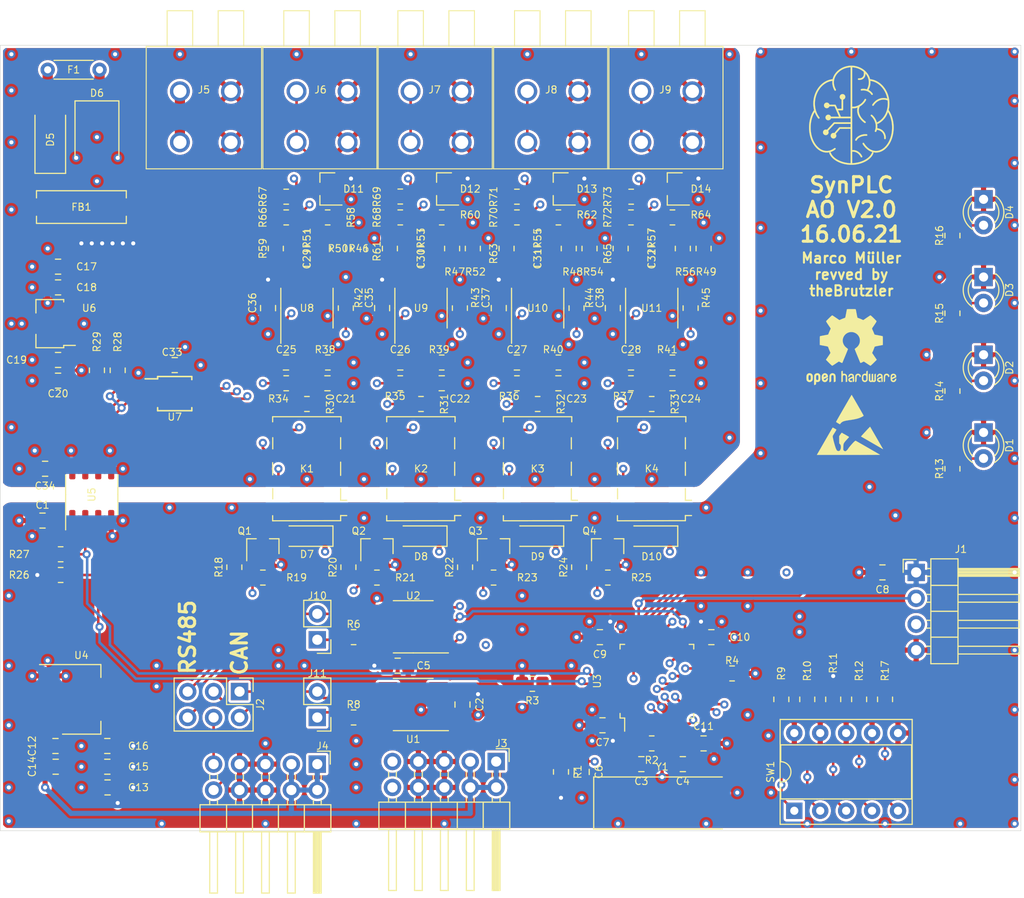
<source format=kicad_pcb>
(kicad_pcb (version 20171130) (host pcbnew 5.1.10-88a1d61d58~90~ubuntu20.04.1)
  (layers (0 F.Cu power) (1 In1.Cu signal) (2 In2.Cu signal) (31 B.Cu power) (34 B.Paste user) (35 F.Paste user) (36 B.SilkS user) (37 F.SilkS user) (38 B.Mask user) (39 F.Mask user) (44 Edge.Cuts user))
  (net 0 "")
  (net 1 GND)
  (net 2 +3V3)
  (net 3 VCC)
  (net 4 GND2)
  (net 5 +24V)
  (net 6 +5V)
  (net 7 "Net-(C21-Pad1)")
  (net 8 "Net-(C22-Pad1)")
  (net 9 "Net-(C23-Pad1)")
  (net 10 "Net-(C26-Pad2)")
  (net 11 "Net-(C26-Pad1)")
  (net 12 "Net-(C27-Pad2)")
  (net 13 "Net-(C27-Pad1)")
  (net 14 "Net-(C28-Pad2)")
  (net 15 "Net-(C28-Pad1)")
  (net 16 "Net-(C29-Pad2)")
  (net 17 "Net-(C29-Pad1)")
  (net 18 "Net-(C31-Pad2)")
  (net 19 "Net-(C31-Pad1)")
  (net 20 "Net-(C32-Pad2)")
  (net 21 "Net-(C32-Pad1)")
  (net 22 "Net-(D5-Pad2)")
  (net 23 CC1)
  (net 24 CC2)
  (net 25 CC3)
  (net 26 CC4)
  (net 27 SWCLK)
  (net 28 SWIO)
  (net 29 "Net-(J2-Pad6)")
  (net 30 BUS-)
  (net 31 BUS+)
  (net 32 "Net-(J2-Pad2)")
  (net 33 "Net-(K1-Pad2)")
  (net 34 "Net-(K1-Pad3)")
  (net 35 "Net-(K1-Pad4)")
  (net 36 "Net-(K1-Pad6)")
  (net 37 OUT1)
  (net 38 "Net-(K2-Pad2)")
  (net 39 "Net-(K2-Pad3)")
  (net 40 "Net-(K2-Pad4)")
  (net 41 "Net-(K2-Pad6)")
  (net 42 OUT2)
  (net 43 "Net-(K3-Pad2)")
  (net 44 "Net-(K3-Pad3)")
  (net 45 "Net-(K3-Pad4)")
  (net 46 "Net-(K3-Pad6)")
  (net 47 OUT3)
  (net 48 "Net-(K4-Pad2)")
  (net 49 "Net-(K4-Pad3)")
  (net 50 "Net-(K4-Pad4)")
  (net 51 "Net-(K4-Pad6)")
  (net 52 OUT4)
  (net 53 "Net-(Q1-Pad1)")
  (net 54 "Net-(Q2-Pad1)")
  (net 55 "Net-(Q3-Pad1)")
  (net 56 "Net-(Q4-Pad1)")
  (net 57 "Net-(R3-Pad1)")
  (net 58 "Net-(R4-Pad1)")
  (net 59 "Net-(R9-Pad1)")
  (net 60 "Net-(R10-Pad1)")
  (net 61 "Net-(R11-Pad1)")
  (net 62 "Net-(R12-Pad1)")
  (net 63 "Net-(R13-Pad2)")
  (net 64 "Net-(D1-Pad2)")
  (net 65 "Net-(R14-Pad2)")
  (net 66 "Net-(D2-Pad2)")
  (net 67 "Net-(R15-Pad2)")
  (net 68 "Net-(D3-Pad2)")
  (net 69 "Net-(R16-Pad2)")
  (net 70 "Net-(D4-Pad2)")
  (net 71 "Net-(R17-Pad1)")
  (net 72 SCL)
  (net 73 SDA)
  (net 74 CC1_Lo)
  (net 75 CC2_Lo)
  (net 76 CC3_Lo)
  (net 77 CC4_Lo)
  (net 78 "Net-(R28-Pad2)")
  (net 79 "Net-(R30-Pad2)")
  (net 80 "Net-(R32-Pad2)")
  (net 81 "Net-(R33-Pad2)")
  (net 82 "Net-(R50-Pad1)")
  (net 83 "Net-(R51-Pad1)")
  (net 84 "Net-(R52-Pad1)")
  (net 85 "Net-(R53-Pad1)")
  (net 86 "Net-(R54-Pad1)")
  (net 87 "Net-(R55-Pad1)")
  (net 88 "Net-(R56-Pad1)")
  (net 89 "Net-(R57-Pad1)")
  (net 90 "Net-(R59-Pad1)")
  (net 91 "Net-(R61-Pad1)")
  (net 92 "Net-(R63-Pad1)")
  (net 93 "Net-(R65-Pad1)")
  (net 94 "Net-(U1-Pad8)")
  (net 95 "Net-(U1-Pad5)")
  (net 96 CAN_RD)
  (net 97 CAN_TD)
  (net 98 TXD)
  (net 99 DIR)
  (net 100 RXD)
  (net 101 "Net-(U3-Pad40)")
  (net 102 "Net-(U3-Pad39)")
  (net 103 "Net-(U3-Pad38)")
  (net 104 "Net-(U3-Pad28)")
  (net 105 "Net-(U3-Pad27)")
  (net 106 "Net-(U3-Pad26)")
  (net 107 "Net-(U3-Pad19)")
  (net 108 "Net-(U3-Pad18)")
  (net 109 "Net-(U3-Pad4)")
  (net 110 "Net-(U3-Pad3)")
  (net 111 "Net-(U3-Pad2)")
  (net 112 "Net-(U7-Pad5)")
  (net 113 "Net-(C3-Pad2)")
  (net 114 "Net-(C4-Pad1)")
  (net 115 "Net-(C6-Pad1)")
  (net 116 "Net-(C24-Pad1)")
  (net 117 "Net-(C25-Pad2)")
  (net 118 "Net-(C25-Pad1)")
  (net 119 "Net-(C30-Pad2)")
  (net 120 "Net-(C30-Pad1)")
  (net 121 "Net-(R29-Pad2)")
  (net 122 "Net-(R31-Pad2)")
  (net 123 "Net-(R46-Pad1)")
  (net 124 "Net-(R47-Pad1)")
  (net 125 "Net-(R48-Pad1)")
  (net 126 "Net-(R49-Pad1)")
  (net 127 "Net-(J10-Pad2)")
  (net 128 "Net-(J10-Pad1)")
  (net 129 "Net-(J11-Pad2)")
  (net 130 "Net-(J11-Pad1)")
  (net 131 "Net-(D6-Pad1)")
  (net 132 "Net-(D5-Pad1)")
  (net 133 "Net-(U3-Pad41)")
  (module Symbol:ESD-Logo_6.6x6mm_SilkScreen (layer F.Cu) (at 174.879 108.458)
    (fp_text reference REF** hide)
    (fp_text value ESD-Logo_6.6x6mm_SilkScreen hide)
  )
  (module KiCAD_Additional_Parts:SMB-002 (layer F.Cu) (at 99.568 87.122 180)
    (fp_text reference FB1 (at 0 0) (layer F.SilkS) (effects (font (size 0.7 0.7) (thickness 0.1))))
    (fp_text value Ferrite_Bead)
    (pad 1 smd roundrect (at 4.4 0 180) (size 2 1.6) (layers F.Cu F.Paste F.Mask) (net 132 "Net-(D5-Pad1)"))
    (pad 2 smd roundrect (at -4.4 0 180) (size 2 1.6) (layers F.Cu F.Paste F.Mask) (net 5 +24V))
  )
  (module Symbol:OSHW-Logo2_9.8x8mm_SilkScreen (layer F.Cu) (at 175.006 100.838)
    (fp_text reference REF** hide)
    (fp_text value OSHW-Logo2_9.8x8mm_SilkScreen hide)
  )
  (module Capacitor_SMD:C_0805_2012Metric_Pad1.18x1.45mm_HandSolder (layer F.Cu) (at 97.0495 141.986)
    (fp_text reference C14 (at -2.3075 0 90) (layer F.SilkS) (effects (font (size 0.7 0.7) (thickness 0.1))))
    (fp_text value 1µ)
    (pad 2 smd roundrect (at 1.0375 0) (size 1.175 1.45) (layers F.Cu F.Paste F.Mask) (roundrect_rratio 0.2127659574468085) (net 1 GND))
    (pad 1 smd roundrect (at -1.0375 0) (size 1.175 1.45) (layers F.Cu F.Paste F.Mask) (roundrect_rratio 0.2127659574468085) (net 3 VCC))
  )
  (module Resistor_THT:R_Axial_DIN0204_L3.6mm_D1.6mm_P5.08mm_Horizontal (layer F.Cu) (at 101.346 73.66 180)
    (fp_text reference F1 (at 2.54 0) (layer F.SilkS) (effects (font (size 0.7 0.7) (thickness 0.1))))
    (fp_text value "PFRA 010")
    (pad 2 thru_hole oval (at 5.08 0 180) (size 1.4 1.4) (drill 0.7) (layers *.Cu *.Mask) (net 22 "Net-(D5-Pad2)"))
    (pad 1 thru_hole circle (at 0 0 180) (size 1.4 1.4) (drill 0.7) (layers *.Cu *.Mask) (net 131 "Net-(D6-Pad1)"))
  )
  (module Connector_PinHeader_2.54mm:PinHeader_1x02_P2.54mm_Vertical (layer F.Cu) (at 122.682 137.16 180)
    (fp_text reference J11 (at 0 4.318) (layer F.SilkS) (effects (font (size 0.7 0.7) (thickness 0.1))))
    (fp_text value Conn_01x02)
    (pad 2 thru_hole oval (at 0 2.54 180) (size 1.7 1.7) (drill 1) (layers *.Cu *.Mask) (net 129 "Net-(J11-Pad2)"))
    (pad 1 thru_hole rect (at 0 0 180) (size 1.7 1.7) (drill 1) (layers *.Cu *.Mask) (net 130 "Net-(J11-Pad1)"))
  )
  (module Capacitor_SMD:C_0805_2012Metric_Pad1.18x1.45mm_HandSolder (layer F.Cu) (at 151.638 97.028 270)
    (fp_text reference C38 (at -1.016 1.27 90) (layer F.SilkS) (effects (font (size 0.7 0.7) (thickness 0.1))))
    (fp_text value 100n)
    (pad 2 smd roundrect (at 1.0375 0 270) (size 1.175 1.45) (layers F.Cu F.Paste F.Mask) (roundrect_rratio 0.2127659574468085) (net 4 GND2))
    (pad 1 smd roundrect (at -1.0375 0 270) (size 1.175 1.45) (layers F.Cu F.Paste F.Mask) (roundrect_rratio 0.2127659574468085) (net 5 +24V))
  )
  (module Capacitor_SMD:C_0805_2012Metric_Pad1.18x1.45mm_HandSolder (layer F.Cu) (at 140.462 97.028 270)
    (fp_text reference C37 (at -1.016 1.27 90) (layer F.SilkS) (effects (font (size 0.7 0.7) (thickness 0.1))))
    (fp_text value 100n)
    (pad 2 smd roundrect (at 1.0375 0 270) (size 1.175 1.45) (layers F.Cu F.Paste F.Mask) (roundrect_rratio 0.2127659574468085) (net 4 GND2))
    (pad 1 smd roundrect (at -1.0375 0 270) (size 1.175 1.45) (layers F.Cu F.Paste F.Mask) (roundrect_rratio 0.2127659574468085) (net 5 +24V))
  )
  (module Connector_PinHeader_2.54mm:PinHeader_1x02_P2.54mm_Vertical (layer F.Cu) (at 122.682 129.54 180)
    (fp_text reference J10 (at 0 4.318) (layer F.SilkS) (effects (font (size 0.7 0.7) (thickness 0.1))))
    (fp_text value Conn_01x02)
    (pad 2 thru_hole oval (at 0 2.54 180) (size 1.7 1.7) (drill 1) (layers *.Cu *.Mask) (net 127 "Net-(J10-Pad2)"))
    (pad 1 thru_hole rect (at 0 0 180) (size 1.7 1.7) (drill 1) (layers *.Cu *.Mask) (net 128 "Net-(J10-Pad1)"))
  )
  (module Diode_SMD:D_MELF (layer F.Cu) (at 96.52 80.518 90)
    (fp_text reference D5 (at 0 0 90) (layer F.SilkS) (effects (font (size 0.7 0.7) (thickness 0.1))))
    (fp_text value 1N4001)
    (pad 2 smd rect (at 2.4 0 90) (size 1.5 2.7) (layers F.Cu F.Paste F.Mask) (net 22 "Net-(D5-Pad2)"))
    (pad 1 smd rect (at -2.4 0 90) (size 1.5 2.7) (layers F.Cu F.Paste F.Mask) (net 132 "Net-(D5-Pad1)"))
  )
  (module Resistor_SMD:R_0805_2012Metric_Pad1.20x1.40mm_HandSolder (layer F.Cu) (at 146.558 142.494 270)
    (fp_text reference R1 (at 0 -1.65 90) (layer F.SilkS) (effects (font (size 0.7 0.7) (thickness 0.1))))
    (fp_text value 1k)
    (pad 2 smd roundrect (at 1 0 270) (size 1.2 1.4) (layers F.Cu F.Paste F.Mask) (roundrect_rratio 0.2083325) (net 2 +3V3))
    (pad 1 smd roundrect (at -1 0 270) (size 1.2 1.4) (layers F.Cu F.Paste F.Mask) (roundrect_rratio 0.2083325) (net 115 "Net-(C6-Pad1)"))
  )
  (module Resistor_SMD:R_0805_2012Metric_Pad1.20x1.40mm_HandSolder (layer F.Cu) (at 155.448 139.7 180)
    (fp_text reference R2 (at 0 -1.65) (layer F.SilkS) (effects (font (size 0.7 0.7) (thickness 0.1))))
    (fp_text value 1M)
    (pad 2 smd roundrect (at 1 0 180) (size 1.2 1.4) (layers F.Cu F.Paste F.Mask) (roundrect_rratio 0.2083325) (net 113 "Net-(C3-Pad2)"))
    (pad 1 smd roundrect (at -1 0 180) (size 1.2 1.4) (layers F.Cu F.Paste F.Mask) (roundrect_rratio 0.2083325) (net 114 "Net-(C4-Pad1)"))
  )
  (module Resistor_SMD:R_0805_2012Metric_Pad1.20x1.40mm_HandSolder (layer F.Cu) (at 143.748 133.858 180)
    (fp_text reference R3 (at 0 -1.65) (layer F.SilkS) (effects (font (size 0.7 0.7) (thickness 0.1))))
    (fp_text value 10k)
    (pad 2 smd roundrect (at 1 0 180) (size 1.2 1.4) (layers F.Cu F.Paste F.Mask) (roundrect_rratio 0.2083325) (net 1 GND))
    (pad 1 smd roundrect (at -1 0 180) (size 1.2 1.4) (layers F.Cu F.Paste F.Mask) (roundrect_rratio 0.2083325) (net 57 "Net-(R3-Pad1)"))
  )
  (module Resistor_SMD:R_0805_2012Metric_Pad1.20x1.40mm_HandSolder (layer F.Cu) (at 163.322 132.842)
    (fp_text reference R4 (at 0 -1.27) (layer F.SilkS) (effects (font (size 0.7 0.7) (thickness 0.1))))
    (fp_text value 10k)
    (pad 2 smd roundrect (at 1 0) (size 1.2 1.4) (layers F.Cu F.Paste F.Mask) (roundrect_rratio 0.2083325) (net 1 GND))
    (pad 1 smd roundrect (at -1 0) (size 1.2 1.4) (layers F.Cu F.Paste F.Mask) (roundrect_rratio 0.2083325) (net 58 "Net-(R4-Pad1)"))
  )
  (module Resistor_SMD:R_0805_2012Metric_Pad1.20x1.40mm_HandSolder (layer F.Cu) (at 126.238 129.286 180)
    (fp_text reference R6 (at 0 1.27) (layer F.SilkS) (effects (font (size 0.7 0.7) (thickness 0.1))))
    (fp_text value 150)
    (pad 2 smd roundrect (at 1 0 180) (size 1.2 1.4) (layers F.Cu F.Paste F.Mask) (roundrect_rratio 0.2083325) (net 128 "Net-(J10-Pad1)"))
    (pad 1 smd roundrect (at -1 0 180) (size 1.2 1.4) (layers F.Cu F.Paste F.Mask) (roundrect_rratio 0.2083325) (net 29 "Net-(J2-Pad6)"))
  )
  (module Resistor_SMD:R_0805_2012Metric_Pad1.20x1.40mm_HandSolder (layer F.Cu) (at 126.238 137.16 180)
    (fp_text reference R8 (at 0 1.27) (layer F.SilkS) (effects (font (size 0.7 0.7) (thickness 0.1))))
    (fp_text value 120)
    (pad 2 smd roundrect (at 1 0 180) (size 1.2 1.4) (layers F.Cu F.Paste F.Mask) (roundrect_rratio 0.2083325) (net 130 "Net-(J11-Pad1)"))
    (pad 1 smd roundrect (at -1 0 180) (size 1.2 1.4) (layers F.Cu F.Paste F.Mask) (roundrect_rratio 0.2083325) (net 32 "Net-(J2-Pad2)"))
  )
  (module Resistor_SMD:R_0805_2012Metric_Pad1.20x1.40mm_HandSolder (layer F.Cu) (at 168.148 135.382 90)
    (fp_text reference R9 (at 2.54 0 90) (layer F.SilkS) (effects (font (size 0.7 0.7) (thickness 0.1))))
    (fp_text value 1k)
    (pad 2 smd roundrect (at 1 0 90) (size 1.2 1.4) (layers F.Cu F.Paste F.Mask) (roundrect_rratio 0.2083325) (net 2 +3V3))
    (pad 1 smd roundrect (at -1 0 90) (size 1.2 1.4) (layers F.Cu F.Paste F.Mask) (roundrect_rratio 0.2083325) (net 59 "Net-(R9-Pad1)"))
  )
  (module Resistor_SMD:R_0805_2012Metric_Pad1.20x1.40mm_HandSolder (layer F.Cu) (at 170.688 135.382 90)
    (fp_text reference R10 (at 2.794 0 90) (layer F.SilkS) (effects (font (size 0.7 0.7) (thickness 0.1))))
    (fp_text value 1k)
    (pad 2 smd roundrect (at 1 0 90) (size 1.2 1.4) (layers F.Cu F.Paste F.Mask) (roundrect_rratio 0.2083325) (net 2 +3V3))
    (pad 1 smd roundrect (at -1 0 90) (size 1.2 1.4) (layers F.Cu F.Paste F.Mask) (roundrect_rratio 0.2083325) (net 60 "Net-(R10-Pad1)"))
  )
  (module Resistor_SMD:R_0805_2012Metric_Pad1.20x1.40mm_HandSolder (layer F.Cu) (at 173.228 135.382 90)
    (fp_text reference R11 (at 3.556 0 90) (layer F.SilkS) (effects (font (size 0.7 0.7) (thickness 0.1))))
    (fp_text value 1k)
    (pad 2 smd roundrect (at 1 0 90) (size 1.2 1.4) (layers F.Cu F.Paste F.Mask) (roundrect_rratio 0.2083325) (net 2 +3V3))
    (pad 1 smd roundrect (at -1 0 90) (size 1.2 1.4) (layers F.Cu F.Paste F.Mask) (roundrect_rratio 0.2083325) (net 61 "Net-(R11-Pad1)"))
  )
  (module Resistor_SMD:R_0805_2012Metric_Pad1.20x1.40mm_HandSolder (layer F.Cu) (at 175.768 135.382 90)
    (fp_text reference R12 (at 2.794 0 90) (layer F.SilkS) (effects (font (size 0.7 0.7) (thickness 0.1))))
    (fp_text value 1k)
    (pad 2 smd roundrect (at 1 0 90) (size 1.2 1.4) (layers F.Cu F.Paste F.Mask) (roundrect_rratio 0.2083325) (net 2 +3V3))
    (pad 1 smd roundrect (at -1 0 90) (size 1.2 1.4) (layers F.Cu F.Paste F.Mask) (roundrect_rratio 0.2083325) (net 62 "Net-(R12-Pad1)"))
  )
  (module Resistor_SMD:R_0805_2012Metric_Pad1.20x1.40mm_HandSolder (layer F.Cu) (at 184.912 112.776 270)
    (fp_text reference R13 (at 0 1.27 90) (layer F.SilkS) (effects (font (size 0.7 0.7) (thickness 0.1))))
    (fp_text value 1k)
    (pad 2 smd roundrect (at 1 0 270) (size 1.2 1.4) (layers F.Cu F.Paste F.Mask) (roundrect_rratio 0.2083325) (net 63 "Net-(R13-Pad2)"))
    (pad 1 smd roundrect (at -1 0 270) (size 1.2 1.4) (layers F.Cu F.Paste F.Mask) (roundrect_rratio 0.2083325) (net 64 "Net-(D1-Pad2)"))
  )
  (module Resistor_SMD:R_0805_2012Metric_Pad1.20x1.40mm_HandSolder (layer F.Cu) (at 184.912 105.156 270)
    (fp_text reference R14 (at 0 1.27 90) (layer F.SilkS) (effects (font (size 0.7 0.7) (thickness 0.1))))
    (fp_text value 1k)
    (pad 2 smd roundrect (at 1 0 270) (size 1.2 1.4) (layers F.Cu F.Paste F.Mask) (roundrect_rratio 0.2083325) (net 65 "Net-(R14-Pad2)"))
    (pad 1 smd roundrect (at -1 0 270) (size 1.2 1.4) (layers F.Cu F.Paste F.Mask) (roundrect_rratio 0.2083325) (net 66 "Net-(D2-Pad2)"))
  )
  (module Resistor_SMD:R_0805_2012Metric_Pad1.20x1.40mm_HandSolder (layer F.Cu) (at 184.912 97.536 270)
    (fp_text reference R15 (at 0 1.27 90) (layer F.SilkS) (effects (font (size 0.7 0.7) (thickness 0.1))))
    (fp_text value 1k)
    (pad 2 smd roundrect (at 1 0 270) (size 1.2 1.4) (layers F.Cu F.Paste F.Mask) (roundrect_rratio 0.2083325) (net 67 "Net-(R15-Pad2)"))
    (pad 1 smd roundrect (at -1 0 270) (size 1.2 1.4) (layers F.Cu F.Paste F.Mask) (roundrect_rratio 0.2083325) (net 68 "Net-(D3-Pad2)"))
  )
  (module Resistor_SMD:R_0805_2012Metric_Pad1.20x1.40mm_HandSolder (layer F.Cu) (at 184.912 89.916 270)
    (fp_text reference R16 (at 0 1.27 90) (layer F.SilkS) (effects (font (size 0.7 0.7) (thickness 0.1))))
    (fp_text value 1k)
    (pad 2 smd roundrect (at 1 0 270) (size 1.2 1.4) (layers F.Cu F.Paste F.Mask) (roundrect_rratio 0.2083325) (net 69 "Net-(R16-Pad2)"))
    (pad 1 smd roundrect (at -1 0 270) (size 1.2 1.4) (layers F.Cu F.Paste F.Mask) (roundrect_rratio 0.2083325) (net 70 "Net-(D4-Pad2)"))
  )
  (module Resistor_SMD:R_0805_2012Metric_Pad1.20x1.40mm_HandSolder (layer F.Cu) (at 178.308 135.382 90)
    (fp_text reference R17 (at 2.794 0 90) (layer F.SilkS) (effects (font (size 0.7 0.7) (thickness 0.1))))
    (fp_text value 1k)
    (pad 2 smd roundrect (at 1 0 90) (size 1.2 1.4) (layers F.Cu F.Paste F.Mask) (roundrect_rratio 0.2083325) (net 2 +3V3))
    (pad 1 smd roundrect (at -1 0 90) (size 1.2 1.4) (layers F.Cu F.Paste F.Mask) (roundrect_rratio 0.2083325) (net 71 "Net-(R17-Pad1)"))
  )
  (module Resistor_SMD:R_0805_2012Metric_Pad1.20x1.40mm_HandSolder (layer F.Cu) (at 114.554 122.428 270)
    (fp_text reference R18 (at 0 1.524 90) (layer F.SilkS) (effects (font (size 0.7 0.7) (thickness 0.1))))
    (fp_text value 1k)
    (pad 2 smd roundrect (at 1 0 270) (size 1.2 1.4) (layers F.Cu F.Paste F.Mask) (roundrect_rratio 0.2083325) (net 74 CC1_Lo))
    (pad 1 smd roundrect (at -1 0 270) (size 1.2 1.4) (layers F.Cu F.Paste F.Mask) (roundrect_rratio 0.2083325) (net 53 "Net-(Q1-Pad1)"))
  )
  (module Resistor_SMD:R_0805_2012Metric_Pad1.20x1.40mm_HandSolder (layer F.Cu) (at 117.348 123.444 180)
    (fp_text reference R19 (at -3.302 0) (layer F.SilkS) (effects (font (size 0.7 0.7) (thickness 0.1))))
    (fp_text value 10k)
    (pad 2 smd roundrect (at 1 0 180) (size 1.2 1.4) (layers F.Cu F.Paste F.Mask) (roundrect_rratio 0.2083325) (net 74 CC1_Lo))
    (pad 1 smd roundrect (at -1 0 180) (size 1.2 1.4) (layers F.Cu F.Paste F.Mask) (roundrect_rratio 0.2083325) (net 1 GND))
  )
  (module Resistor_SMD:R_0805_2012Metric_Pad1.20x1.40mm_HandSolder (layer F.Cu) (at 125.73 122.428 270)
    (fp_text reference R20 (at 0 1.524 90) (layer F.SilkS) (effects (font (size 0.7 0.7) (thickness 0.1))))
    (fp_text value 1k)
    (pad 2 smd roundrect (at 1 0 270) (size 1.2 1.4) (layers F.Cu F.Paste F.Mask) (roundrect_rratio 0.2083325) (net 75 CC2_Lo))
    (pad 1 smd roundrect (at -1 0 270) (size 1.2 1.4) (layers F.Cu F.Paste F.Mask) (roundrect_rratio 0.2083325) (net 54 "Net-(Q2-Pad1)"))
  )
  (module Resistor_SMD:R_0805_2012Metric_Pad1.20x1.40mm_HandSolder (layer F.Cu) (at 128.524 123.444 180)
    (fp_text reference R21 (at -2.794 0) (layer F.SilkS) (effects (font (size 0.7 0.7) (thickness 0.1))))
    (fp_text value 10k)
    (pad 2 smd roundrect (at 1 0 180) (size 1.2 1.4) (layers F.Cu F.Paste F.Mask) (roundrect_rratio 0.2083325) (net 75 CC2_Lo))
    (pad 1 smd roundrect (at -1 0 180) (size 1.2 1.4) (layers F.Cu F.Paste F.Mask) (roundrect_rratio 0.2083325) (net 1 GND))
  )
  (module Resistor_SMD:R_0805_2012Metric_Pad1.20x1.40mm_HandSolder (layer F.Cu) (at 137.16 122.428 270)
    (fp_text reference R22 (at 0 1.524 90) (layer F.SilkS) (effects (font (size 0.7 0.7) (thickness 0.1))))
    (fp_text value 1k)
    (pad 2 smd roundrect (at 1 0 270) (size 1.2 1.4) (layers F.Cu F.Paste F.Mask) (roundrect_rratio 0.2083325) (net 76 CC3_Lo))
    (pad 1 smd roundrect (at -1 0 270) (size 1.2 1.4) (layers F.Cu F.Paste F.Mask) (roundrect_rratio 0.2083325) (net 55 "Net-(Q3-Pad1)"))
  )
  (module Resistor_SMD:R_0805_2012Metric_Pad1.20x1.40mm_HandSolder (layer F.Cu) (at 139.954 123.444 180)
    (fp_text reference R23 (at -3.302 0) (layer F.SilkS) (effects (font (size 0.7 0.7) (thickness 0.1))))
    (fp_text value 10k)
    (pad 2 smd roundrect (at 1 0 180) (size 1.2 1.4) (layers F.Cu F.Paste F.Mask) (roundrect_rratio 0.2083325) (net 76 CC3_Lo))
    (pad 1 smd roundrect (at -1 0 180) (size 1.2 1.4) (layers F.Cu F.Paste F.Mask) (roundrect_rratio 0.2083325) (net 1 GND))
  )
  (module Resistor_SMD:R_0805_2012Metric_Pad1.20x1.40mm_HandSolder (layer F.Cu) (at 148.336 122.428 270)
    (fp_text reference R24 (at 0 1.524 90) (layer F.SilkS) (effects (font (size 0.7 0.7) (thickness 0.1))))
    (fp_text value 1k)
    (pad 2 smd roundrect (at 1 0 270) (size 1.2 1.4) (layers F.Cu F.Paste F.Mask) (roundrect_rratio 0.2083325) (net 77 CC4_Lo))
    (pad 1 smd roundrect (at -1 0 270) (size 1.2 1.4) (layers F.Cu F.Paste F.Mask) (roundrect_rratio 0.2083325) (net 56 "Net-(Q4-Pad1)"))
  )
  (module Resistor_SMD:R_0805_2012Metric_Pad1.20x1.40mm_HandSolder (layer F.Cu) (at 151.146 123.444 180)
    (fp_text reference R25 (at -3.286 0) (layer F.SilkS) (effects (font (size 0.7 0.7) (thickness 0.1))))
    (fp_text value 10k)
    (pad 2 smd roundrect (at 1 0 180) (size 1.2 1.4) (layers F.Cu F.Paste F.Mask) (roundrect_rratio 0.2083325) (net 77 CC4_Lo))
    (pad 1 smd roundrect (at -1 0 180) (size 1.2 1.4) (layers F.Cu F.Paste F.Mask) (roundrect_rratio 0.2083325) (net 1 GND))
  )
  (module Resistor_SMD:R_0805_2012Metric_Pad1.20x1.40mm_HandSolder (layer F.Cu) (at 97.536 123.19 180)
    (fp_text reference R26 (at 4.064 0) (layer F.SilkS) (effects (font (size 0.7 0.7) (thickness 0.1))))
    (fp_text value 1k)
    (pad 2 smd roundrect (at 1 0 180) (size 1.2 1.4) (layers F.Cu F.Paste F.Mask) (roundrect_rratio 0.2083325) (net 2 +3V3))
    (pad 1 smd roundrect (at -1 0 180) (size 1.2 1.4) (layers F.Cu F.Paste F.Mask) (roundrect_rratio 0.2083325) (net 73 SDA))
  )
  (module Resistor_SMD:R_0805_2012Metric_Pad1.20x1.40mm_HandSolder (layer F.Cu) (at 97.536 121.158 180)
    (fp_text reference R27 (at 4.064 0) (layer F.SilkS) (effects (font (size 0.7 0.7) (thickness 0.1))))
    (fp_text value 1k)
    (pad 2 smd roundrect (at 1 0 180) (size 1.2 1.4) (layers F.Cu F.Paste F.Mask) (roundrect_rratio 0.2083325) (net 2 +3V3))
    (pad 1 smd roundrect (at -1 0 180) (size 1.2 1.4) (layers F.Cu F.Paste F.Mask) (roundrect_rratio 0.2083325) (net 72 SCL))
  )
  (module Resistor_SMD:R_0805_2012Metric_Pad1.20x1.40mm_HandSolder (layer F.Cu) (at 103.124 103.124 270)
    (fp_text reference R28 (at -2.794 0 90) (layer F.SilkS) (effects (font (size 0.7 0.7) (thickness 0.1))))
    (fp_text value 1k)
    (pad 2 smd roundrect (at 1 0 270) (size 1.2 1.4) (layers F.Cu F.Paste F.Mask) (roundrect_rratio 0.2083325) (net 78 "Net-(R28-Pad2)"))
    (pad 1 smd roundrect (at -1 0 270) (size 1.2 1.4) (layers F.Cu F.Paste F.Mask) (roundrect_rratio 0.2083325) (net 6 +5V))
  )
  (module Resistor_SMD:R_0805_2012Metric_Pad1.20x1.40mm_HandSolder (layer F.Cu) (at 101.092 103.124 270)
    (fp_text reference R29 (at -2.794 0 90) (layer F.SilkS) (effects (font (size 0.7 0.7) (thickness 0.1))))
    (fp_text value 1k)
    (pad 2 smd roundrect (at 1 0 270) (size 1.2 1.4) (layers F.Cu F.Paste F.Mask) (roundrect_rratio 0.2083325) (net 121 "Net-(R29-Pad2)"))
    (pad 1 smd roundrect (at -1 0 270) (size 1.2 1.4) (layers F.Cu F.Paste F.Mask) (roundrect_rratio 0.2083325) (net 6 +5V))
  )
  (module Resistor_SMD:R_0805_2012Metric_Pad1.20x1.40mm_HandSolder (layer F.Cu) (at 121.666 106.426 180)
    (fp_text reference R30 (at -2.286 0 90) (layer F.SilkS) (effects (font (size 0.7 0.7) (thickness 0.1))))
    (fp_text value 10k)
    (pad 2 smd roundrect (at 1 0 180) (size 1.2 1.4) (layers F.Cu F.Paste F.Mask) (roundrect_rratio 0.2083325) (net 79 "Net-(R30-Pad2)"))
    (pad 1 smd roundrect (at -1 0 180) (size 1.2 1.4) (layers F.Cu F.Paste F.Mask) (roundrect_rratio 0.2083325) (net 7 "Net-(C21-Pad1)"))
  )
  (module Resistor_SMD:R_0805_2012Metric_Pad1.20x1.40mm_HandSolder (layer F.Cu) (at 132.842 106.426 180)
    (fp_text reference R31 (at -2.286 0 90) (layer F.SilkS) (effects (font (size 0.7 0.7) (thickness 0.1))))
    (fp_text value 10k)
    (pad 2 smd roundrect (at 1 0 180) (size 1.2 1.4) (layers F.Cu F.Paste F.Mask) (roundrect_rratio 0.2083325) (net 122 "Net-(R31-Pad2)"))
    (pad 1 smd roundrect (at -1 0 180) (size 1.2 1.4) (layers F.Cu F.Paste F.Mask) (roundrect_rratio 0.2083325) (net 8 "Net-(C22-Pad1)"))
  )
  (module Resistor_SMD:R_0805_2012Metric_Pad1.20x1.40mm_HandSolder (layer F.Cu) (at 144.272 106.426 180)
    (fp_text reference R32 (at -2.286 0 90) (layer F.SilkS) (effects (font (size 0.7 0.7) (thickness 0.1))))
    (fp_text value 10k)
    (pad 2 smd roundrect (at 1 0 180) (size 1.2 1.4) (layers F.Cu F.Paste F.Mask) (roundrect_rratio 0.2083325) (net 80 "Net-(R32-Pad2)"))
    (pad 1 smd roundrect (at -1 0 180) (size 1.2 1.4) (layers F.Cu F.Paste F.Mask) (roundrect_rratio 0.2083325) (net 9 "Net-(C23-Pad1)"))
  )
  (module Resistor_SMD:R_0805_2012Metric_Pad1.20x1.40mm_HandSolder (layer F.Cu) (at 155.448 106.426 180)
    (fp_text reference R33 (at -2.286 0 90) (layer F.SilkS) (effects (font (size 0.7 0.7) (thickness 0.1))))
    (fp_text value 10k)
    (pad 2 smd roundrect (at 1 0 180) (size 1.2 1.4) (layers F.Cu F.Paste F.Mask) (roundrect_rratio 0.2083325) (net 81 "Net-(R33-Pad2)"))
    (pad 1 smd roundrect (at -1 0 180) (size 1.2 1.4) (layers F.Cu F.Paste F.Mask) (roundrect_rratio 0.2083325) (net 116 "Net-(C24-Pad1)"))
  )
  (module Resistor_SMD:R_0805_2012Metric_Pad1.20x1.40mm_HandSolder (layer F.Cu) (at 119.634 104.394)
    (fp_text reference R34 (at -0.762 1.524) (layer F.SilkS) (effects (font (size 0.7 0.7) (thickness 0.1))))
    (fp_text value 62k)
    (pad 2 smd roundrect (at 1 0) (size 1.2 1.4) (layers F.Cu F.Paste F.Mask) (roundrect_rratio 0.2083325) (net 118 "Net-(C25-Pad1)"))
    (pad 1 smd roundrect (at -1 0) (size 1.2 1.4) (layers F.Cu F.Paste F.Mask) (roundrect_rratio 0.2083325) (net 36 "Net-(K1-Pad6)"))
  )
  (module Resistor_SMD:R_0805_2012Metric_Pad1.20x1.40mm_HandSolder (layer F.Cu) (at 130.81 104.394)
    (fp_text reference R35 (at -0.508 1.27) (layer F.SilkS) (effects (font (size 0.7 0.7) (thickness 0.1))))
    (fp_text value 62k)
    (pad 2 smd roundrect (at 1 0) (size 1.2 1.4) (layers F.Cu F.Paste F.Mask) (roundrect_rratio 0.2083325) (net 11 "Net-(C26-Pad1)"))
    (pad 1 smd roundrect (at -1 0) (size 1.2 1.4) (layers F.Cu F.Paste F.Mask) (roundrect_rratio 0.2083325) (net 41 "Net-(K2-Pad6)"))
  )
  (module Resistor_SMD:R_0805_2012Metric_Pad1.20x1.40mm_HandSolder (layer F.Cu) (at 142.24 104.394)
    (fp_text reference R36 (at -0.762 1.27) (layer F.SilkS) (effects (font (size 0.7 0.7) (thickness 0.1))))
    (fp_text value 62k)
    (pad 2 smd roundrect (at 1 0) (size 1.2 1.4) (layers F.Cu F.Paste F.Mask) (roundrect_rratio 0.2083325) (net 13 "Net-(C27-Pad1)"))
    (pad 1 smd roundrect (at -1 0) (size 1.2 1.4) (layers F.Cu F.Paste F.Mask) (roundrect_rratio 0.2083325) (net 46 "Net-(K3-Pad6)"))
  )
  (module Resistor_SMD:R_0805_2012Metric_Pad1.20x1.40mm_HandSolder (layer F.Cu) (at 153.416 104.394)
    (fp_text reference R37 (at -0.762 1.27) (layer F.SilkS) (effects (font (size 0.7 0.7) (thickness 0.1))))
    (fp_text value 62k)
    (pad 2 smd roundrect (at 1 0) (size 1.2 1.4) (layers F.Cu F.Paste F.Mask) (roundrect_rratio 0.2083325) (net 15 "Net-(C28-Pad1)"))
    (pad 1 smd roundrect (at -1 0) (size 1.2 1.4) (layers F.Cu F.Paste F.Mask) (roundrect_rratio 0.2083325) (net 51 "Net-(K4-Pad6)"))
  )
  (module Resistor_SMD:R_0805_2012Metric_Pad1.20x1.40mm_HandSolder (layer F.Cu) (at 123.714 102.362)
    (fp_text reference R38 (at -0.27 -1.27) (layer F.SilkS) (effects (font (size 0.7 0.7) (thickness 0.1))))
    (fp_text value 43k)
    (pad 2 smd roundrect (at 1 0) (size 1.2 1.4) (layers F.Cu F.Paste F.Mask) (roundrect_rratio 0.2083325) (net 4 GND2))
    (pad 1 smd roundrect (at -1 0) (size 1.2 1.4) (layers F.Cu F.Paste F.Mask) (roundrect_rratio 0.2083325) (net 118 "Net-(C25-Pad1)"))
  )
  (module Resistor_SMD:R_0805_2012Metric_Pad1.20x1.40mm_HandSolder (layer F.Cu) (at 134.874 102.362)
    (fp_text reference R39 (at -0.254 -1.27) (layer F.SilkS) (effects (font (size 0.7 0.7) (thickness 0.1))))
    (fp_text value 43k)
    (pad 2 smd roundrect (at 1 0) (size 1.2 1.4) (layers F.Cu F.Paste F.Mask) (roundrect_rratio 0.2083325) (net 4 GND2))
    (pad 1 smd roundrect (at -1 0) (size 1.2 1.4) (layers F.Cu F.Paste F.Mask) (roundrect_rratio 0.2083325) (net 11 "Net-(C26-Pad1)"))
  )
  (module Resistor_SMD:R_0805_2012Metric_Pad1.20x1.40mm_HandSolder (layer F.Cu) (at 146.304 102.362)
    (fp_text reference R40 (at -0.508 -1.27) (layer F.SilkS) (effects (font (size 0.7 0.7) (thickness 0.1))))
    (fp_text value 43k)
    (pad 2 smd roundrect (at 1 0) (size 1.2 1.4) (layers F.Cu F.Paste F.Mask) (roundrect_rratio 0.2083325) (net 4 GND2))
    (pad 1 smd roundrect (at -1 0) (size 1.2 1.4) (layers F.Cu F.Paste F.Mask) (roundrect_rratio 0.2083325) (net 13 "Net-(C27-Pad1)"))
  )
  (module Resistor_SMD:R_0805_2012Metric_Pad1.20x1.40mm_HandSolder (layer F.Cu) (at 157.48 102.362)
    (fp_text reference R41 (at -0.508 -1.27) (layer F.SilkS) (effects (font (size 0.7 0.7) (thickness 0.1))))
    (fp_text value 43k)
    (pad 2 smd roundrect (at 1 0) (size 1.2 1.4) (layers F.Cu F.Paste F.Mask) (roundrect_rratio 0.2083325) (net 4 GND2))
    (pad 1 smd roundrect (at -1 0) (size 1.2 1.4) (layers F.Cu F.Paste F.Mask) (roundrect_rratio 0.2083325) (net 15 "Net-(C28-Pad1)"))
  )
  (module Resistor_SMD:R_0805_2012Metric_Pad1.20x1.40mm_HandSolder (layer F.Cu) (at 125.476 97.028 270)
    (fp_text reference R42 (at -1.016 -1.27 90) (layer F.SilkS) (effects (font (size 0.7 0.7) (thickness 0.1))))
    (fp_text value 100k)
    (pad 2 smd roundrect (at 1 0 270) (size 1.2 1.4) (layers F.Cu F.Paste F.Mask) (roundrect_rratio 0.2083325) (net 17 "Net-(C29-Pad1)"))
    (pad 1 smd roundrect (at -1 0 270) (size 1.2 1.4) (layers F.Cu F.Paste F.Mask) (roundrect_rratio 0.2083325) (net 16 "Net-(C29-Pad2)"))
  )
  (module Resistor_SMD:R_0805_2012Metric_Pad1.20x1.40mm_HandSolder (layer F.Cu) (at 136.652 97.028 270)
    (fp_text reference R43 (at -1.016 -1.524 90) (layer F.SilkS) (effects (font (size 0.7 0.7) (thickness 0.1))))
    (fp_text value 100k)
    (pad 2 smd roundrect (at 1 0 270) (size 1.2 1.4) (layers F.Cu F.Paste F.Mask) (roundrect_rratio 0.2083325) (net 120 "Net-(C30-Pad1)"))
    (pad 1 smd roundrect (at -1 0 270) (size 1.2 1.4) (layers F.Cu F.Paste F.Mask) (roundrect_rratio 0.2083325) (net 119 "Net-(C30-Pad2)"))
  )
  (module Resistor_SMD:R_0805_2012Metric_Pad1.20x1.40mm_HandSolder (layer F.Cu) (at 148.082 97.028 270)
    (fp_text reference R44 (at -1.016 -1.27 90) (layer F.SilkS) (effects (font (size 0.7 0.7) (thickness 0.1))))
    (fp_text value 100k)
    (pad 2 smd roundrect (at 1 0 270) (size 1.2 1.4) (layers F.Cu F.Paste F.Mask) (roundrect_rratio 0.2083325) (net 19 "Net-(C31-Pad1)"))
    (pad 1 smd roundrect (at -1 0 270) (size 1.2 1.4) (layers F.Cu F.Paste F.Mask) (roundrect_rratio 0.2083325) (net 18 "Net-(C31-Pad2)"))
  )
  (module Resistor_SMD:R_0805_2012Metric_Pad1.20x1.40mm_HandSolder (layer F.Cu) (at 159.258 97.028 270)
    (fp_text reference R45 (at -1.016 -1.524 90) (layer F.SilkS) (effects (font (size 0.7 0.7) (thickness 0.1))))
    (fp_text value 100k)
    (pad 2 smd roundrect (at 1 0 270) (size 1.2 1.4) (layers F.Cu F.Paste F.Mask) (roundrect_rratio 0.2083325) (net 21 "Net-(C32-Pad1)"))
    (pad 1 smd roundrect (at -1 0 270) (size 1.2 1.4) (layers F.Cu F.Paste F.Mask) (roundrect_rratio 0.2083325) (net 20 "Net-(C32-Pad2)"))
  )
  (module Resistor_SMD:R_0805_2012Metric_Pad1.20x1.40mm_HandSolder (layer F.Cu) (at 126.746 91.186 90)
    (fp_text reference R46 (at 0 0 180) (layer F.SilkS) (effects (font (size 0.7 0.7) (thickness 0.1))))
    (fp_text value 100k)
    (pad 2 smd roundrect (at 1 0 90) (size 1.2 1.4) (layers F.Cu F.Paste F.Mask) (roundrect_rratio 0.2083325) (net 4 GND2))
    (pad 1 smd roundrect (at -1 0 90) (size 1.2 1.4) (layers F.Cu F.Paste F.Mask) (roundrect_rratio 0.2083325) (net 123 "Net-(R46-Pad1)"))
  )
  (module Resistor_SMD:R_0805_2012Metric_Pad1.20x1.40mm_HandSolder (layer F.Cu) (at 137.922 91.186 90)
    (fp_text reference R47 (at -2.286 -1.778 180) (layer F.SilkS) (effects (font (size 0.7 0.7) (thickness 0.1))))
    (fp_text value 100k)
    (pad 2 smd roundrect (at 1 0 90) (size 1.2 1.4) (layers F.Cu F.Paste F.Mask) (roundrect_rratio 0.2083325) (net 4 GND2))
    (pad 1 smd roundrect (at -1 0 90) (size 1.2 1.4) (layers F.Cu F.Paste F.Mask) (roundrect_rratio 0.2083325) (net 124 "Net-(R47-Pad1)"))
  )
  (module Resistor_SMD:R_0805_2012Metric_Pad1.20x1.40mm_HandSolder (layer F.Cu) (at 149.352 91.186 90)
    (fp_text reference R48 (at -2.286 -1.65 180) (layer F.SilkS) (effects (font (size 0.7 0.7) (thickness 0.1))))
    (fp_text value 100k)
    (pad 2 smd roundrect (at 1 0 90) (size 1.2 1.4) (layers F.Cu F.Paste F.Mask) (roundrect_rratio 0.2083325) (net 4 GND2))
    (pad 1 smd roundrect (at -1 0 90) (size 1.2 1.4) (layers F.Cu F.Paste F.Mask) (roundrect_rratio 0.2083325) (net 125 "Net-(R48-Pad1)"))
  )
  (module Resistor_SMD:R_0805_2012Metric_Pad1.20x1.40mm_HandSolder (layer F.Cu) (at 160.528 91.186 90)
    (fp_text reference R49 (at -2.286 0.254) (layer F.SilkS) (effects (font (size 0.7 0.7) (thickness 0.1))))
    (fp_text value 100k)
    (pad 2 smd roundrect (at 1 0 90) (size 1.2 1.4) (layers F.Cu F.Paste F.Mask) (roundrect_rratio 0.2083325) (net 4 GND2))
    (pad 1 smd roundrect (at -1 0 90) (size 1.2 1.4) (layers F.Cu F.Paste F.Mask) (roundrect_rratio 0.2083325) (net 126 "Net-(R49-Pad1)"))
  )
  (module Resistor_SMD:R_0805_2012Metric_Pad1.20x1.40mm_HandSolder (layer F.Cu) (at 124.714 91.186 270)
    (fp_text reference R50 (at 0 0 180) (layer F.SilkS) (effects (font (size 0.7 0.7) (thickness 0.1))))
    (fp_text value 10k)
    (pad 2 smd roundrect (at 1 0 270) (size 1.2 1.4) (layers F.Cu F.Paste F.Mask) (roundrect_rratio 0.2083325) (net 123 "Net-(R46-Pad1)"))
    (pad 1 smd roundrect (at -1 0 270) (size 1.2 1.4) (layers F.Cu F.Paste F.Mask) (roundrect_rratio 0.2083325) (net 82 "Net-(R50-Pad1)"))
  )
  (module Resistor_SMD:R_0805_2012Metric_Pad1.20x1.40mm_HandSolder (layer F.Cu) (at 121.666 90.17)
    (fp_text reference R51 (at 0 0 90) (layer F.SilkS) (effects (font (size 0.7 0.7) (thickness 0.1))))
    (fp_text value 10k)
    (pad 2 smd roundrect (at 1 0) (size 1.2 1.4) (layers F.Cu F.Paste F.Mask) (roundrect_rratio 0.2083325) (net 16 "Net-(C29-Pad2)"))
    (pad 1 smd roundrect (at -1 0) (size 1.2 1.4) (layers F.Cu F.Paste F.Mask) (roundrect_rratio 0.2083325) (net 83 "Net-(R51-Pad1)"))
  )
  (module Resistor_SMD:R_0805_2012Metric_Pad1.20x1.40mm_HandSolder (layer F.Cu) (at 135.89 91.186 270)
    (fp_text reference R52 (at 2.286 -2.286 180) (layer F.SilkS) (effects (font (size 0.7 0.7) (thickness 0.1))))
    (fp_text value 10k)
    (pad 2 smd roundrect (at 1 0 270) (size 1.2 1.4) (layers F.Cu F.Paste F.Mask) (roundrect_rratio 0.2083325) (net 124 "Net-(R47-Pad1)"))
    (pad 1 smd roundrect (at -1 0 270) (size 1.2 1.4) (layers F.Cu F.Paste F.Mask) (roundrect_rratio 0.2083325) (net 84 "Net-(R52-Pad1)"))
  )
  (module Resistor_SMD:R_0805_2012Metric_Pad1.20x1.40mm_HandSolder (layer F.Cu) (at 132.842 90.17)
    (fp_text reference R53 (at 0 0 90) (layer F.SilkS) (effects (font (size 0.7 0.7) (thickness 0.1))))
    (fp_text value 10k)
    (pad 2 smd roundrect (at 1 0) (size 1.2 1.4) (layers F.Cu F.Paste F.Mask) (roundrect_rratio 0.2083325) (net 119 "Net-(C30-Pad2)"))
    (pad 1 smd roundrect (at -1 0) (size 1.2 1.4) (layers F.Cu F.Paste F.Mask) (roundrect_rratio 0.2083325) (net 85 "Net-(R53-Pad1)"))
  )
  (module Resistor_SMD:R_0805_2012Metric_Pad1.20x1.40mm_HandSolder (layer F.Cu) (at 147.32 91.186 270)
    (fp_text reference R54 (at 2.286 -2.413 180) (layer F.SilkS) (effects (font (size 0.7 0.7) (thickness 0.1))))
    (fp_text value 10k)
    (pad 2 smd roundrect (at 1 0 270) (size 1.2 1.4) (layers F.Cu F.Paste F.Mask) (roundrect_rratio 0.2083325) (net 125 "Net-(R48-Pad1)"))
    (pad 1 smd roundrect (at -1 0 270) (size 1.2 1.4) (layers F.Cu F.Paste F.Mask) (roundrect_rratio 0.2083325) (net 86 "Net-(R54-Pad1)"))
  )
  (module Resistor_SMD:R_0805_2012Metric_Pad1.20x1.40mm_HandSolder (layer F.Cu) (at 144.272 90.17)
    (fp_text reference R55 (at 0 0 90) (layer F.SilkS) (effects (font (size 0.7 0.7) (thickness 0.1))))
    (fp_text value 10k)
    (pad 2 smd roundrect (at 1 0) (size 1.2 1.4) (layers F.Cu F.Paste F.Mask) (roundrect_rratio 0.2083325) (net 18 "Net-(C31-Pad2)"))
    (pad 1 smd roundrect (at -1 0) (size 1.2 1.4) (layers F.Cu F.Paste F.Mask) (roundrect_rratio 0.2083325) (net 87 "Net-(R55-Pad1)"))
  )
  (module Resistor_SMD:R_0805_2012Metric_Pad1.20x1.40mm_HandSolder (layer F.Cu) (at 158.496 91.186 270)
    (fp_text reference R56 (at 2.286 -0.254 180) (layer F.SilkS) (effects (font (size 0.7 0.7) (thickness 0.1))))
    (fp_text value 10k)
    (pad 2 smd roundrect (at 1 0 270) (size 1.2 1.4) (layers F.Cu F.Paste F.Mask) (roundrect_rratio 0.2083325) (net 126 "Net-(R49-Pad1)"))
    (pad 1 smd roundrect (at -1 0 270) (size 1.2 1.4) (layers F.Cu F.Paste F.Mask) (roundrect_rratio 0.2083325) (net 88 "Net-(R56-Pad1)"))
  )
  (module Resistor_SMD:R_0805_2012Metric_Pad1.20x1.40mm_HandSolder (layer F.Cu) (at 155.448 90.17)
    (fp_text reference R57 (at 0 0 90) (layer F.SilkS) (effects (font (size 0.7 0.7) (thickness 0.1))))
    (fp_text value 10k)
    (pad 2 smd roundrect (at 1 0) (size 1.2 1.4) (layers F.Cu F.Paste F.Mask) (roundrect_rratio 0.2083325) (net 20 "Net-(C32-Pad2)"))
    (pad 1 smd roundrect (at -1 0) (size 1.2 1.4) (layers F.Cu F.Paste F.Mask) (roundrect_rratio 0.2083325) (net 89 "Net-(R57-Pad1)"))
  )
  (module Resistor_SMD:R_0805_2012Metric_Pad1.20x1.40mm_HandSolder (layer F.Cu) (at 123.698 88.138)
    (fp_text reference R58 (at 2.286 0 90) (layer F.SilkS) (effects (font (size 0.7 0.7) (thickness 0.1))))
    (fp_text value 10k)
    (pad 2 smd roundrect (at 1 0) (size 1.2 1.4) (layers F.Cu F.Paste F.Mask) (roundrect_rratio 0.2083325) (net 82 "Net-(R50-Pad1)"))
    (pad 1 smd roundrect (at -1 0) (size 1.2 1.4) (layers F.Cu F.Paste F.Mask) (roundrect_rratio 0.2083325) (net 117 "Net-(C25-Pad2)"))
  )
  (module Resistor_SMD:R_0805_2012Metric_Pad1.20x1.40mm_HandSolder (layer F.Cu) (at 118.618 91.186 270)
    (fp_text reference R59 (at 0 1.27 90) (layer F.SilkS) (effects (font (size 0.7 0.7) (thickness 0.1))))
    (fp_text value 10k)
    (pad 2 smd roundrect (at 1 0 270) (size 1.2 1.4) (layers F.Cu F.Paste F.Mask) (roundrect_rratio 0.2083325) (net 83 "Net-(R51-Pad1)"))
    (pad 1 smd roundrect (at -1 0 270) (size 1.2 1.4) (layers F.Cu F.Paste F.Mask) (roundrect_rratio 0.2083325) (net 90 "Net-(R59-Pad1)"))
  )
  (module Resistor_SMD:R_0805_2012Metric_Pad1.20x1.40mm_HandSolder (layer F.Cu) (at 134.874 88.138)
    (fp_text reference R60 (at 2.794 -0.254) (layer F.SilkS) (effects (font (size 0.7 0.7) (thickness 0.1))))
    (fp_text value 10k)
    (pad 2 smd roundrect (at 1 0) (size 1.2 1.4) (layers F.Cu F.Paste F.Mask) (roundrect_rratio 0.2083325) (net 84 "Net-(R52-Pad1)"))
    (pad 1 smd roundrect (at -1 0) (size 1.2 1.4) (layers F.Cu F.Paste F.Mask) (roundrect_rratio 0.2083325) (net 10 "Net-(C26-Pad2)"))
  )
  (module Resistor_SMD:R_0805_2012Metric_Pad1.20x1.40mm_HandSolder (layer F.Cu) (at 129.794 91.186 270)
    (fp_text reference R61 (at 0.254 1.27 90) (layer F.SilkS) (effects (font (size 0.7 0.7) (thickness 0.1))))
    (fp_text value 10k)
    (pad 2 smd roundrect (at 1 0 270) (size 1.2 1.4) (layers F.Cu F.Paste F.Mask) (roundrect_rratio 0.2083325) (net 85 "Net-(R53-Pad1)"))
    (pad 1 smd roundrect (at -1 0 270) (size 1.2 1.4) (layers F.Cu F.Paste F.Mask) (roundrect_rratio 0.2083325) (net 91 "Net-(R61-Pad1)"))
  )
  (module Resistor_SMD:R_0805_2012Metric_Pad1.20x1.40mm_HandSolder (layer F.Cu) (at 146.304 88.138)
    (fp_text reference R62 (at 2.794 -0.254 180) (layer F.SilkS) (effects (font (size 0.7 0.7) (thickness 0.1))))
    (fp_text value 10k)
    (pad 2 smd roundrect (at 1 0) (size 1.2 1.4) (layers F.Cu F.Paste F.Mask) (roundrect_rratio 0.2083325) (net 86 "Net-(R54-Pad1)"))
    (pad 1 smd roundrect (at -1 0) (size 1.2 1.4) (layers F.Cu F.Paste F.Mask) (roundrect_rratio 0.2083325) (net 12 "Net-(C27-Pad2)"))
  )
  (module Resistor_SMD:R_0805_2012Metric_Pad1.20x1.40mm_HandSolder (layer F.Cu) (at 141.224 91.186 270)
    (fp_text reference R63 (at 0.508 1.27 90) (layer F.SilkS) (effects (font (size 0.7 0.7) (thickness 0.1))))
    (fp_text value 10k)
    (pad 2 smd roundrect (at 1 0 270) (size 1.2 1.4) (layers F.Cu F.Paste F.Mask) (roundrect_rratio 0.2083325) (net 87 "Net-(R55-Pad1)"))
    (pad 1 smd roundrect (at -1 0 270) (size 1.2 1.4) (layers F.Cu F.Paste F.Mask) (roundrect_rratio 0.2083325) (net 92 "Net-(R63-Pad1)"))
  )
  (module Resistor_SMD:R_0805_2012Metric_Pad1.20x1.40mm_HandSolder (layer F.Cu) (at 157.48 88.138)
    (fp_text reference R64 (at 2.794 -0.254) (layer F.SilkS) (effects (font (size 0.7 0.7) (thickness 0.1))))
    (fp_text value 10k)
    (pad 2 smd roundrect (at 1 0) (size 1.2 1.4) (layers F.Cu F.Paste F.Mask) (roundrect_rratio 0.2083325) (net 88 "Net-(R56-Pad1)"))
    (pad 1 smd roundrect (at -1 0) (size 1.2 1.4) (layers F.Cu F.Paste F.Mask) (roundrect_rratio 0.2083325) (net 14 "Net-(C28-Pad2)"))
  )
  (module Resistor_SMD:R_0805_2012Metric_Pad1.20x1.40mm_HandSolder (layer F.Cu) (at 152.4 91.186 270)
    (fp_text reference R65 (at 0.508 1.27 90) (layer F.SilkS) (effects (font (size 0.7 0.7) (thickness 0.1))))
    (fp_text value 10k)
    (pad 2 smd roundrect (at 1 0 270) (size 1.2 1.4) (layers F.Cu F.Paste F.Mask) (roundrect_rratio 0.2083325) (net 89 "Net-(R57-Pad1)"))
    (pad 1 smd roundrect (at -1 0 270) (size 1.2 1.4) (layers F.Cu F.Paste F.Mask) (roundrect_rratio 0.2083325) (net 93 "Net-(R65-Pad1)"))
  )
  (module Resistor_SMD:R_0805_2012Metric_Pad1.20x1.40mm_HandSolder (layer F.Cu) (at 119.634 88.138)
    (fp_text reference R66 (at -2.286 0 90) (layer F.SilkS) (effects (font (size 0.7 0.7) (thickness 0.1))))
    (fp_text value 100)
    (pad 2 smd roundrect (at 1 0) (size 1.2 1.4) (layers F.Cu F.Paste F.Mask) (roundrect_rratio 0.2083325) (net 117 "Net-(C25-Pad2)"))
    (pad 1 smd roundrect (at -1 0) (size 1.2 1.4) (layers F.Cu F.Paste F.Mask) (roundrect_rratio 0.2083325) (net 90 "Net-(R59-Pad1)"))
  )
  (module Resistor_SMD:R_0805_2012Metric_Pad1.20x1.40mm_HandSolder (layer F.Cu) (at 119.634 86.106 180)
    (fp_text reference R67 (at 2.286 0 90) (layer F.SilkS) (effects (font (size 0.7 0.7) (thickness 0.1))))
    (fp_text value 47)
    (pad 2 smd roundrect (at 1 0 180) (size 1.2 1.4) (layers F.Cu F.Paste F.Mask) (roundrect_rratio 0.2083325) (net 90 "Net-(R59-Pad1)"))
    (pad 1 smd roundrect (at -1 0 180) (size 1.2 1.4) (layers F.Cu F.Paste F.Mask) (roundrect_rratio 0.2083325) (net 37 OUT1))
  )
  (module Resistor_SMD:R_0805_2012Metric_Pad1.20x1.40mm_HandSolder (layer F.Cu) (at 130.81 88.138)
    (fp_text reference R68 (at -2.286 0 90) (layer F.SilkS) (effects (font (size 0.7 0.7) (thickness 0.1))))
    (fp_text value 100)
    (pad 2 smd roundrect (at 1 0) (size 1.2 1.4) (layers F.Cu F.Paste F.Mask) (roundrect_rratio 0.2083325) (net 10 "Net-(C26-Pad2)"))
    (pad 1 smd roundrect (at -1 0) (size 1.2 1.4) (layers F.Cu F.Paste F.Mask) (roundrect_rratio 0.2083325) (net 91 "Net-(R61-Pad1)"))
  )
  (module Resistor_SMD:R_0805_2012Metric_Pad1.20x1.40mm_HandSolder (layer F.Cu) (at 130.81 86.09 180)
    (fp_text reference R69 (at 2.286 -0.016 90) (layer F.SilkS) (effects (font (size 0.7 0.7) (thickness 0.1))))
    (fp_text value 47)
    (pad 2 smd roundrect (at 1 0 180) (size 1.2 1.4) (layers F.Cu F.Paste F.Mask) (roundrect_rratio 0.2083325) (net 91 "Net-(R61-Pad1)"))
    (pad 1 smd roundrect (at -1 0 180) (size 1.2 1.4) (layers F.Cu F.Paste F.Mask) (roundrect_rratio 0.2083325) (net 42 OUT2))
  )
  (module Resistor_SMD:R_0805_2012Metric_Pad1.20x1.40mm_HandSolder (layer F.Cu) (at 142.24 88.138)
    (fp_text reference R70 (at -2.286 0 90) (layer F.SilkS) (effects (font (size 0.7 0.7) (thickness 0.1))))
    (fp_text value 100)
    (pad 2 smd roundrect (at 1 0) (size 1.2 1.4) (layers F.Cu F.Paste F.Mask) (roundrect_rratio 0.2083325) (net 12 "Net-(C27-Pad2)"))
    (pad 1 smd roundrect (at -1 0) (size 1.2 1.4) (layers F.Cu F.Paste F.Mask) (roundrect_rratio 0.2083325) (net 92 "Net-(R63-Pad1)"))
  )
  (module Resistor_SMD:R_0805_2012Metric_Pad1.20x1.40mm_HandSolder (layer F.Cu) (at 142.24 86.106 180)
    (fp_text reference R71 (at 2.286 0 90) (layer F.SilkS) (effects (font (size 0.7 0.7) (thickness 0.1))))
    (fp_text value 47)
    (pad 2 smd roundrect (at 1 0 180) (size 1.2 1.4) (layers F.Cu F.Paste F.Mask) (roundrect_rratio 0.2083325) (net 92 "Net-(R63-Pad1)"))
    (pad 1 smd roundrect (at -1 0 180) (size 1.2 1.4) (layers F.Cu F.Paste F.Mask) (roundrect_rratio 0.2083325) (net 47 OUT3))
  )
  (module Resistor_SMD:R_0805_2012Metric_Pad1.20x1.40mm_HandSolder (layer F.Cu) (at 153.416 88.138)
    (fp_text reference R72 (at -2.286 0 90) (layer F.SilkS) (effects (font (size 0.7 0.7) (thickness 0.1))))
    (fp_text value 100)
    (pad 2 smd roundrect (at 1 0) (size 1.2 1.4) (layers F.Cu F.Paste F.Mask) (roundrect_rratio 0.2083325) (net 14 "Net-(C28-Pad2)"))
    (pad 1 smd roundrect (at -1 0) (size 1.2 1.4) (layers F.Cu F.Paste F.Mask) (roundrect_rratio 0.2083325) (net 93 "Net-(R65-Pad1)"))
  )
  (module Resistor_SMD:R_0805_2012Metric_Pad1.20x1.40mm_HandSolder (layer F.Cu) (at 153.432 86.106 180)
    (fp_text reference R73 (at 2.302 0 90) (layer F.SilkS) (effects (font (size 0.7 0.7) (thickness 0.1))))
    (fp_text value 47)
    (pad 2 smd roundrect (at 1 0 180) (size 1.2 1.4) (layers F.Cu F.Paste F.Mask) (roundrect_rratio 0.2083325) (net 93 "Net-(R65-Pad1)"))
    (pad 1 smd roundrect (at -1 0 180) (size 1.2 1.4) (layers F.Cu F.Paste F.Mask) (roundrect_rratio 0.2083325) (net 52 OUT4))
  )
  (module Package_SO:SO-8_3.9x4.9mm_P1.27mm (layer F.Cu) (at 155.448 97.028 90)
    (fp_text reference U11 (at 0 0 180) (layer F.SilkS) (effects (font (size 0.7 0.7) (thickness 0.1))))
    (fp_text value LM358)
    (pad 8 smd roundrect (at 2.575 -1.905 90) (size 1.75 0.6) (layers F.Cu F.Paste F.Mask) (net 5 +24V))
    (pad 7 smd roundrect (at 2.575 -0.635 90) (size 1.75 0.6) (layers F.Cu F.Paste F.Mask) (net 21 "Net-(C32-Pad1)"))
    (pad 6 smd roundrect (at 2.575 0.635 90) (size 1.75 0.6) (layers F.Cu F.Paste F.Mask) (net 20 "Net-(C32-Pad2)"))
    (pad 5 smd roundrect (at 2.575 1.905 90) (size 1.75 0.6) (layers F.Cu F.Paste F.Mask) (net 126 "Net-(R49-Pad1)"))
    (pad 4 smd roundrect (at -2.575 1.905 90) (size 1.75 0.6) (layers F.Cu F.Paste F.Mask) (net 4 GND2))
    (pad 3 smd roundrect (at -2.575 0.635 90) (size 1.75 0.6) (layers F.Cu F.Paste F.Mask) (net 116 "Net-(C24-Pad1)"))
    (pad 2 smd roundrect (at -2.575 -0.635 90) (size 1.75 0.6) (layers F.Cu F.Paste F.Mask) (net 15 "Net-(C28-Pad1)"))
    (pad 1 smd roundrect (at -2.575 -1.905 90) (size 1.75 0.6) (layers F.Cu F.Paste F.Mask) (net 14 "Net-(C28-Pad2)"))
  )
  (module Package_SO:SO-8_3.9x4.9mm_P1.27mm (layer F.Cu) (at 144.272 97.028 90)
    (fp_text reference U10 (at 0 0 180) (layer F.SilkS) (effects (font (size 0.7 0.7) (thickness 0.1))))
    (fp_text value LM358)
    (pad 8 smd roundrect (at 2.575 -1.905 90) (size 1.75 0.6) (layers F.Cu F.Paste F.Mask) (net 5 +24V))
    (pad 7 smd roundrect (at 2.575 -0.635 90) (size 1.75 0.6) (layers F.Cu F.Paste F.Mask) (net 19 "Net-(C31-Pad1)"))
    (pad 6 smd roundrect (at 2.575 0.635 90) (size 1.75 0.6) (layers F.Cu F.Paste F.Mask) (net 18 "Net-(C31-Pad2)"))
    (pad 5 smd roundrect (at 2.575 1.905 90) (size 1.75 0.6) (layers F.Cu F.Paste F.Mask) (net 125 "Net-(R48-Pad1)"))
    (pad 4 smd roundrect (at -2.575 1.905 90) (size 1.75 0.6) (layers F.Cu F.Paste F.Mask) (net 4 GND2))
    (pad 3 smd roundrect (at -2.575 0.635 90) (size 1.75 0.6) (layers F.Cu F.Paste F.Mask) (net 9 "Net-(C23-Pad1)"))
    (pad 2 smd roundrect (at -2.575 -0.635 90) (size 1.75 0.6) (layers F.Cu F.Paste F.Mask) (net 13 "Net-(C27-Pad1)"))
    (pad 1 smd roundrect (at -2.575 -1.905 90) (size 1.75 0.6) (layers F.Cu F.Paste F.Mask) (net 12 "Net-(C27-Pad2)"))
  )
  (module Package_SO:SO-8_3.9x4.9mm_P1.27mm (layer F.Cu) (at 132.842 97.028 90)
    (fp_text reference U9 (at 0 0 180) (layer F.SilkS) (effects (font (size 0.7 0.7) (thickness 0.1))))
    (fp_text value LM358)
    (pad 8 smd roundrect (at 2.575 -1.905 90) (size 1.75 0.6) (layers F.Cu F.Paste F.Mask) (net 5 +24V))
    (pad 7 smd roundrect (at 2.575 -0.635 90) (size 1.75 0.6) (layers F.Cu F.Paste F.Mask) (net 120 "Net-(C30-Pad1)"))
    (pad 6 smd roundrect (at 2.575 0.635 90) (size 1.75 0.6) (layers F.Cu F.Paste F.Mask) (net 119 "Net-(C30-Pad2)"))
    (pad 5 smd roundrect (at 2.575 1.905 90) (size 1.75 0.6) (layers F.Cu F.Paste F.Mask) (net 124 "Net-(R47-Pad1)"))
    (pad 4 smd roundrect (at -2.575 1.905 90) (size 1.75 0.6) (layers F.Cu F.Paste F.Mask) (net 4 GND2))
    (pad 3 smd roundrect (at -2.575 0.635 90) (size 1.75 0.6) (layers F.Cu F.Paste F.Mask) (net 8 "Net-(C22-Pad1)"))
    (pad 2 smd roundrect (at -2.575 -0.635 90) (size 1.75 0.6) (layers F.Cu F.Paste F.Mask) (net 11 "Net-(C26-Pad1)"))
    (pad 1 smd roundrect (at -2.575 -1.905 90) (size 1.75 0.6) (layers F.Cu F.Paste F.Mask) (net 10 "Net-(C26-Pad2)"))
  )
  (module Package_SO:SO-8_3.9x4.9mm_P1.27mm (layer F.Cu) (at 121.666 97.028 90)
    (fp_text reference U8 (at 0 0 180) (layer F.SilkS) (effects (font (size 0.7 0.7) (thickness 0.1))))
    (fp_text value LM358)
    (pad 8 smd roundrect (at 2.575 -1.905 90) (size 1.75 0.6) (layers F.Cu F.Paste F.Mask) (net 5 +24V))
    (pad 7 smd roundrect (at 2.575 -0.635 90) (size 1.75 0.6) (layers F.Cu F.Paste F.Mask) (net 17 "Net-(C29-Pad1)"))
    (pad 6 smd roundrect (at 2.575 0.635 90) (size 1.75 0.6) (layers F.Cu F.Paste F.Mask) (net 16 "Net-(C29-Pad2)"))
    (pad 5 smd roundrect (at 2.575 1.905 90) (size 1.75 0.6) (layers F.Cu F.Paste F.Mask) (net 123 "Net-(R46-Pad1)"))
    (pad 4 smd roundrect (at -2.575 1.905 90) (size 1.75 0.6) (layers F.Cu F.Paste F.Mask) (net 4 GND2))
    (pad 3 smd roundrect (at -2.575 0.635 90) (size 1.75 0.6) (layers F.Cu F.Paste F.Mask) (net 7 "Net-(C21-Pad1)"))
    (pad 2 smd roundrect (at -2.575 -0.635 90) (size 1.75 0.6) (layers F.Cu F.Paste F.Mask) (net 118 "Net-(C25-Pad1)"))
    (pad 1 smd roundrect (at -2.575 -1.905 90) (size 1.75 0.6) (layers F.Cu F.Paste F.Mask) (net 117 "Net-(C25-Pad2)"))
  )
  (module Package_SO:MSOP-10_3x3mm_P0.5mm (layer F.Cu) (at 108.712 105.41)
    (fp_text reference U7 (at 0 2.286) (layer F.SilkS) (effects (font (size 0.7 0.7) (thickness 0.1))))
    (fp_text value MCP4728)
    (pad 10 smd rect (at 2.2 -1) (size 1.4 0.3) (layers F.Cu F.Paste F.Mask) (net 4 GND2))
    (pad 9 smd rect (at 2.2 -0.5) (size 1.4 0.3) (layers F.Cu F.Paste F.Mask) (net 81 "Net-(R33-Pad2)"))
    (pad 8 smd rect (at 2.2 0) (size 1.4 0.3) (layers F.Cu F.Paste F.Mask) (net 80 "Net-(R32-Pad2)"))
    (pad 7 smd rect (at 2.2 0.5) (size 1.4 0.3) (layers F.Cu F.Paste F.Mask) (net 122 "Net-(R31-Pad2)"))
    (pad 6 smd rect (at 2.2 1) (size 1.4 0.3) (layers F.Cu F.Paste F.Mask) (net 79 "Net-(R30-Pad2)"))
    (pad 5 smd rect (at -2.2 1) (size 1.4 0.3) (layers F.Cu F.Paste F.Mask) (net 112 "Net-(U7-Pad5)"))
    (pad 4 smd rect (at -2.2 0.5) (size 1.4 0.3) (layers F.Cu F.Paste F.Mask) (net 4 GND2))
    (pad 3 smd rect (at -2.2 0) (size 1.4 0.3) (layers F.Cu F.Paste F.Mask) (net 78 "Net-(R28-Pad2)"))
    (pad 2 smd rect (at -2.2 -0.5) (size 1.4 0.3) (layers F.Cu F.Paste F.Mask) (net 121 "Net-(R29-Pad2)"))
    (pad 1 smd rect (at -2.2 -1) (size 1.4 0.3) (layers F.Cu F.Paste F.Mask) (net 6 +5V))
  )
  (module Package_TO_SOT_SMD:SOT-89-3 (layer F.Cu) (at 96.774 98.552 180)
    (fp_text reference U6 (at -3.556 1.524) (layer F.SilkS) (effects (font (size 0.7 0.7) (thickness 0.1))))
    (fp_text value L78L05_SOT89)
    (pad 2 smd custom (at -1.5625 0 180) (size 1.475 0.9) (layers F.Cu F.Paste F.Mask) (net 4 GND2) (options (clearance outline) (anchor rect)) (primitives (gr_poly (pts (xy 0.7375 -0.8665) (xy 3.8625 -0.8665) (xy 3.8625 0.8665) (xy 0.7375 0.8665)) (width 0))))
    (pad 3 smd rect (at -1.65 1.5 180) (size 1.3 0.9) (layers F.Cu F.Paste F.Mask) (net 5 +24V))
    (pad 1 smd rect (at -1.65 -1.5 180) (size 1.3 0.9) (layers F.Cu F.Paste F.Mask) (net 6 +5V))
  )
  (module Package_SO:SOIC-8_3.9x4.9mm_P1.27mm (layer F.Cu) (at 100.584 115.316 90)
    (fp_text reference U5 (at 0 0 90) (layer F.SilkS) (effects (font (size 0.7 0.7) (thickness 0.1))))
    (fp_text value ADuM1250AR)
    (pad 8 smd roundrect (at 2.475 -1.905 90) (size 1.95 0.6) (layers F.Cu F.Paste F.Mask) (net 6 +5V))
    (pad 7 smd roundrect (at 2.475 -0.635 90) (size 1.95 0.6) (layers F.Cu F.Paste F.Mask) (net 121 "Net-(R29-Pad2)"))
    (pad 6 smd roundrect (at 2.475 0.635 90) (size 1.95 0.6) (layers F.Cu F.Paste F.Mask) (net 78 "Net-(R28-Pad2)"))
    (pad 5 smd roundrect (at 2.475 1.905 90) (size 1.95 0.6) (layers F.Cu F.Paste F.Mask) (net 4 GND2))
    (pad 4 smd roundrect (at -2.475 1.905 90) (size 1.95 0.6) (layers F.Cu F.Paste F.Mask) (net 1 GND))
    (pad 3 smd roundrect (at -2.475 0.635 90) (size 1.95 0.6) (layers F.Cu F.Paste F.Mask) (net 73 SDA))
    (pad 2 smd roundrect (at -2.475 -0.635 90) (size 1.95 0.6) (layers F.Cu F.Paste F.Mask) (net 72 SCL))
    (pad 1 smd roundrect (at -2.475 -1.905 90) (size 1.95 0.6) (layers F.Cu F.Paste F.Mask) (net 2 +3V3))
  )
  (module Package_TO_SOT_SMD:SOT-223-3_TabPin2 (layer F.Cu) (at 99.568 135.382)
    (fp_text reference U4 (at 0 -4.318) (layer F.SilkS) (effects (font (size 0.7 0.7) (thickness 0.1))))
    (fp_text value AP1117-33)
    (pad 1 smd rect (at -3.15 -2.3) (size 2 1.5) (layers F.Cu F.Paste F.Mask) (net 1 GND))
    (pad 3 smd rect (at -3.15 2.3) (size 2 1.5) (layers F.Cu F.Paste F.Mask) (net 3 VCC))
    (pad 2 smd rect (at -3.15 0) (size 2 1.5) (layers F.Cu F.Paste F.Mask) (net 2 +3V3))
    (pad 2 smd rect (at 3.15 0) (size 2 3.8) (layers F.Cu F.Paste F.Mask) (net 2 +3V3))
  )
  (module Package_SO:SOP-8_3.9x4.9mm_P1.27mm (layer F.Cu) (at 132.08 128.27 180)
    (fp_text reference U2 (at 0 3.048) (layer F.SilkS) (effects (font (size 0.7 0.7) (thickness 0.1))))
    (fp_text value MAX485E)
    (pad 8 smd roundrect (at 2.625 -1.905 180) (size 1.65 0.6) (layers F.Cu F.Paste F.Mask) (net 2 +3V3))
    (pad 7 smd roundrect (at 2.625 -0.635 180) (size 1.65 0.6) (layers F.Cu F.Paste F.Mask) (net 29 "Net-(J2-Pad6)"))
    (pad 6 smd roundrect (at 2.625 0.635 180) (size 1.65 0.6) (layers F.Cu F.Paste F.Mask) (net 127 "Net-(J10-Pad2)"))
    (pad 5 smd roundrect (at 2.625 1.905 180) (size 1.65 0.6) (layers F.Cu F.Paste F.Mask) (net 1 GND))
    (pad 4 smd roundrect (at -2.625 1.905 180) (size 1.65 0.6) (layers F.Cu F.Paste F.Mask) (net 98 TXD))
    (pad 3 smd roundrect (at -2.625 0.635 180) (size 1.65 0.6) (layers F.Cu F.Paste F.Mask) (net 99 DIR))
    (pad 2 smd roundrect (at -2.625 -0.635 180) (size 1.65 0.6) (layers F.Cu F.Paste F.Mask) (net 99 DIR))
    (pad 1 smd rect (at -2.625 -1.905 180) (size 1.65 0.6) (layers F.Cu F.Paste F.Mask) (net 100 RXD))
  )
  (module Package_SO:SOIC-8_3.9x4.9mm_P1.27mm (layer F.Cu) (at 132.08 135.89 180)
    (fp_text reference U1 (at 0 -3.4) (layer F.SilkS) (effects (font (size 0.7 0.7) (thickness 0.1))))
    (fp_text value SN65HVD232)
    (pad 8 smd roundrect (at 2.475 -1.905 180) (size 1.95 0.6) (layers F.Cu F.Paste F.Mask) (net 94 "Net-(U1-Pad8)"))
    (pad 7 smd roundrect (at 2.475 -0.635 180) (size 1.95 0.6) (layers F.Cu F.Paste F.Mask) (net 32 "Net-(J2-Pad2)"))
    (pad 6 smd roundrect (at 2.475 0.635 180) (size 1.95 0.6) (layers F.Cu F.Paste F.Mask) (net 129 "Net-(J11-Pad2)"))
    (pad 5 smd roundrect (at 2.475 1.905 180) (size 1.95 0.6) (layers F.Cu F.Paste F.Mask) (net 95 "Net-(U1-Pad5)"))
    (pad 4 smd roundrect (at -2.475 1.905 180) (size 1.95 0.6) (layers F.Cu F.Paste F.Mask) (net 96 CAN_RD))
    (pad 3 smd roundrect (at -2.475 0.635 180) (size 1.95 0.6) (layers F.Cu F.Paste F.Mask) (net 2 +3V3))
    (pad 2 smd roundrect (at -2.475 -0.635 180) (size 1.95 0.6) (layers F.Cu F.Paste F.Mask) (net 1 GND))
    (pad 1 smd rect (at -2.475 -1.905 180) (size 1.95 0.6) (layers F.Cu F.Paste F.Mask) (net 97 CAN_TD))
  )
  (module Package_TO_SOT_SMD:SOT-23 (layer F.Cu) (at 151.13 120.396 90)
    (fp_text reference Q4 (at 1.524 -1.778 180) (layer F.SilkS) (effects (font (size 0.7 0.7) (thickness 0.1))))
    (fp_text value BC846)
    (pad 3 smd rect (at 1 0 90) (size 0.9 0.8) (layers F.Cu F.Paste F.Mask) (net 26 CC4))
    (pad 2 smd rect (at -1 0.95 90) (size 0.9 0.8) (layers F.Cu F.Paste F.Mask) (net 1 GND))
    (pad 1 smd rect (at -1 -0.95 90) (size 0.9 0.8) (layers F.Cu F.Paste F.Mask) (net 56 "Net-(Q4-Pad1)"))
  )
  (module Package_TO_SOT_SMD:SOT-23 (layer F.Cu) (at 139.954 120.396 90)
    (fp_text reference Q3 (at 1.524 -1.778 180) (layer F.SilkS) (effects (font (size 0.7 0.7) (thickness 0.1))))
    (fp_text value BC846)
    (pad 3 smd rect (at 1 0 90) (size 0.9 0.8) (layers F.Cu F.Paste F.Mask) (net 25 CC3))
    (pad 2 smd rect (at -1 0.95 90) (size 0.9 0.8) (layers F.Cu F.Paste F.Mask) (net 1 GND))
    (pad 1 smd rect (at -1 -0.95 90) (size 0.9 0.8) (layers F.Cu F.Paste F.Mask) (net 55 "Net-(Q3-Pad1)"))
  )
  (module Package_TO_SOT_SMD:SOT-23 (layer F.Cu) (at 128.524 120.396 90)
    (fp_text reference Q2 (at 1.524 -1.778 180) (layer F.SilkS) (effects (font (size 0.7 0.7) (thickness 0.1))))
    (fp_text value BC846)
    (pad 3 smd rect (at 1 0 90) (size 0.9 0.8) (layers F.Cu F.Paste F.Mask) (net 24 CC2))
    (pad 2 smd rect (at -1 0.95 90) (size 0.9 0.8) (layers F.Cu F.Paste F.Mask) (net 1 GND))
    (pad 1 smd rect (at -1 -0.95 90) (size 0.9 0.8) (layers F.Cu F.Paste F.Mask) (net 54 "Net-(Q2-Pad1)"))
  )
  (module Package_TO_SOT_SMD:SOT-23 (layer F.Cu) (at 117.348 120.396 90)
    (fp_text reference Q1 (at 1.524 -1.778 180) (layer F.SilkS) (effects (font (size 0.7 0.7) (thickness 0.1))))
    (fp_text value BC846)
    (pad 3 smd rect (at 1 0 90) (size 0.9 0.8) (layers F.Cu F.Paste F.Mask) (net 23 CC1))
    (pad 2 smd rect (at -1 0.95 90) (size 0.9 0.8) (layers F.Cu F.Paste F.Mask) (net 1 GND))
    (pad 1 smd rect (at -1 -0.95 90) (size 0.9 0.8) (layers F.Cu F.Paste F.Mask) (net 53 "Net-(Q1-Pad1)"))
  )
  (module Relay_SMD:Relay_DPDT_Omron_G6K-2G (layer F.Cu) (at 155.448 112.776 180)
    (fp_text reference K4 (at 0 0) (layer F.SilkS) (effects (font (size 0.7 0.7) (thickness 0.1))))
    (fp_text value G6K-2)
    (pad 1 smd rect (at -2.85 -3.8 180) (size 1.8 0.8) (layers F.Cu F.Paste F.Mask) (net 3 VCC))
    (pad 2 smd rect (at -2.85 -1.27 180) (size 1.8 0.8) (layers F.Cu F.Paste F.Mask) (net 48 "Net-(K4-Pad2)"))
    (pad 3 smd rect (at -2.85 1.27 180) (size 1.8 0.8) (layers F.Cu F.Paste F.Mask) (net 49 "Net-(K4-Pad3)"))
    (pad 4 smd rect (at -2.85 3.81 180) (size 1.8 0.8) (layers F.Cu F.Paste F.Mask) (net 50 "Net-(K4-Pad4)"))
    (pad 5 smd rect (at 2.85 3.81 180) (size 1.8 0.8) (layers F.Cu F.Paste F.Mask) (net 21 "Net-(C32-Pad1)"))
    (pad 6 smd rect (at 2.85 1.27 180) (size 1.8 0.8) (layers F.Cu F.Paste F.Mask) (net 51 "Net-(K4-Pad6)"))
    (pad 7 smd rect (at 2.85 -1.27 180) (size 1.8 0.8) (layers F.Cu F.Paste F.Mask) (net 52 OUT4))
    (pad 8 smd rect (at 2.85 -3.81 180) (size 1.8 0.8) (layers F.Cu F.Paste F.Mask) (net 26 CC4))
  )
  (module Relay_SMD:Relay_DPDT_Omron_G6K-2G (layer F.Cu) (at 144.272 112.776 180)
    (fp_text reference K3 (at 0 0) (layer F.SilkS) (effects (font (size 0.7 0.7) (thickness 0.1))))
    (fp_text value G6K-2)
    (pad 1 smd rect (at -2.85 -3.8 180) (size 1.8 0.8) (layers F.Cu F.Paste F.Mask) (net 3 VCC))
    (pad 2 smd rect (at -2.85 -1.27 180) (size 1.8 0.8) (layers F.Cu F.Paste F.Mask) (net 43 "Net-(K3-Pad2)"))
    (pad 3 smd rect (at -2.85 1.27 180) (size 1.8 0.8) (layers F.Cu F.Paste F.Mask) (net 44 "Net-(K3-Pad3)"))
    (pad 4 smd rect (at -2.85 3.81 180) (size 1.8 0.8) (layers F.Cu F.Paste F.Mask) (net 45 "Net-(K3-Pad4)"))
    (pad 5 smd rect (at 2.85 3.81 180) (size 1.8 0.8) (layers F.Cu F.Paste F.Mask) (net 19 "Net-(C31-Pad1)"))
    (pad 6 smd rect (at 2.85 1.27 180) (size 1.8 0.8) (layers F.Cu F.Paste F.Mask) (net 46 "Net-(K3-Pad6)"))
    (pad 7 smd rect (at 2.85 -1.27 180) (size 1.8 0.8) (layers F.Cu F.Paste F.Mask) (net 47 OUT3))
    (pad 8 smd rect (at 2.85 -3.81 180) (size 1.8 0.8) (layers F.Cu F.Paste F.Mask) (net 25 CC3))
  )
  (module Relay_SMD:Relay_DPDT_Omron_G6K-2G (layer F.Cu) (at 132.842 112.776 180)
    (fp_text reference K2 (at 0 0) (layer F.SilkS) (effects (font (size 0.7 0.7) (thickness 0.1))))
    (fp_text value G6K-2)
    (pad 1 smd rect (at -2.85 -3.8 180) (size 1.8 0.8) (layers F.Cu F.Paste F.Mask) (net 3 VCC))
    (pad 2 smd rect (at -2.85 -1.27 180) (size 1.8 0.8) (layers F.Cu F.Paste F.Mask) (net 38 "Net-(K2-Pad2)"))
    (pad 3 smd rect (at -2.85 1.27 180) (size 1.8 0.8) (layers F.Cu F.Paste F.Mask) (net 39 "Net-(K2-Pad3)"))
    (pad 4 smd rect (at -2.85 3.81 180) (size 1.8 0.8) (layers F.Cu F.Paste F.Mask) (net 40 "Net-(K2-Pad4)"))
    (pad 5 smd rect (at 2.85 3.81 180) (size 1.8 0.8) (layers F.Cu F.Paste F.Mask) (net 120 "Net-(C30-Pad1)"))
    (pad 6 smd rect (at 2.85 1.27 180) (size 1.8 0.8) (layers F.Cu F.Paste F.Mask) (net 41 "Net-(K2-Pad6)"))
    (pad 7 smd rect (at 2.85 -1.27 180) (size 1.8 0.8) (layers F.Cu F.Paste F.Mask) (net 42 OUT2))
    (pad 8 smd rect (at 2.85 -3.81 180) (size 1.8 0.8) (layers F.Cu F.Paste F.Mask) (net 24 CC2))
  )
  (module Relay_SMD:Relay_DPDT_Omron_G6K-2G (layer F.Cu) (at 121.666 112.776 180)
    (fp_text reference K1 (at 0 0) (layer F.SilkS) (effects (font (size 0.7 0.7) (thickness 0.1))))
    (fp_text value G6K-2)
    (pad 1 smd rect (at -2.85 -3.8 180) (size 1.8 0.8) (layers F.Cu F.Paste F.Mask) (net 3 VCC))
    (pad 2 smd rect (at -2.85 -1.27 180) (size 1.8 0.8) (layers F.Cu F.Paste F.Mask) (net 33 "Net-(K1-Pad2)"))
    (pad 3 smd rect (at -2.85 1.27 180) (size 1.8 0.8) (layers F.Cu F.Paste F.Mask) (net 34 "Net-(K1-Pad3)"))
    (pad 4 smd rect (at -2.85 3.81 180) (size 1.8 0.8) (layers F.Cu F.Paste F.Mask) (net 35 "Net-(K1-Pad4)"))
    (pad 5 smd rect (at 2.85 3.81 180) (size 1.8 0.8) (layers F.Cu F.Paste F.Mask) (net 17 "Net-(C29-Pad1)"))
    (pad 6 smd rect (at 2.85 1.27 180) (size 1.8 0.8) (layers F.Cu F.Paste F.Mask) (net 36 "Net-(K1-Pad6)"))
    (pad 7 smd rect (at 2.85 -1.27 180) (size 1.8 0.8) (layers F.Cu F.Paste F.Mask) (net 37 OUT1))
    (pad 8 smd rect (at 2.85 -3.81 180) (size 1.8 0.8) (layers F.Cu F.Paste F.Mask) (net 23 CC1))
  )
  (module KiCAD_Additional_Parts:TBL00950002GY2GY (layer F.Cu) (at 154.432 80.772)
    (fp_text reference J9 (at 2.35 -5.15) (layer F.SilkS) (effects (font (size 0.7 0.7) (thickness 0.1))))
    (fp_text value TBL009-500-02GY-2GY hide)
    (pad 4 thru_hole circle (at 5 -5) (size 1.95 1.95) (drill 1.3) (layers *.Cu *.Mask) (net 4 GND2))
    (pad 3 thru_hole circle (at 5 0) (size 1.95 1.95) (drill 1.3) (layers *.Cu *.Mask) (net 4 GND2))
    (pad 2 thru_hole circle (at 0 -5) (size 1.95 1.95) (drill 1.3) (layers *.Cu *.Mask) (net 52 OUT4))
    (pad 1 thru_hole circle (at 0 0) (size 1.95 1.95) (drill 1.3) (layers *.Cu *.Mask) (net 52 OUT4))
  )
  (module KiCAD_Additional_Parts:TBL00950002GY2GY (layer F.Cu) (at 143.256 80.772)
    (fp_text reference J8 (at 2.35 -5.15) (layer F.SilkS) (effects (font (size 0.7 0.7) (thickness 0.1))))
    (fp_text value TBL009-500-02GY-2GY hide)
    (pad 4 thru_hole circle (at 5 -5) (size 1.95 1.95) (drill 1.3) (layers *.Cu *.Mask) (net 4 GND2))
    (pad 3 thru_hole circle (at 5 0) (size 1.95 1.95) (drill 1.3) (layers *.Cu *.Mask) (net 4 GND2))
    (pad 2 thru_hole circle (at 0 -5) (size 1.95 1.95) (drill 1.3) (layers *.Cu *.Mask) (net 47 OUT3))
    (pad 1 thru_hole circle (at 0 0) (size 1.95 1.95) (drill 1.3) (layers *.Cu *.Mask) (net 47 OUT3))
  )
  (module KiCAD_Additional_Parts:TBL00950002GY2GY (layer F.Cu) (at 131.826 80.772)
    (fp_text reference J7 (at 2.35 -5.15) (layer F.SilkS) (effects (font (size 0.7 0.7) (thickness 0.1))))
    (fp_text value TBL009-500-02GY-2GY hide)
    (pad 4 thru_hole circle (at 5 -5) (size 1.95 1.95) (drill 1.3) (layers *.Cu *.Mask) (net 4 GND2))
    (pad 3 thru_hole circle (at 5 0) (size 1.95 1.95) (drill 1.3) (layers *.Cu *.Mask) (net 4 GND2))
    (pad 2 thru_hole circle (at 0 -5) (size 1.95 1.95) (drill 1.3) (layers *.Cu *.Mask) (net 42 OUT2))
    (pad 1 thru_hole circle (at 0 0) (size 1.95 1.95) (drill 1.3) (layers *.Cu *.Mask) (net 42 OUT2))
  )
  (module KiCAD_Additional_Parts:TBL00950002GY2GY (layer F.Cu) (at 120.65 80.772)
    (fp_text reference J6 (at 2.35 -5.15) (layer F.SilkS) (effects (font (size 0.7 0.7) (thickness 0.1))))
    (fp_text value TBL009-500-02GY-2GY hide)
    (pad 4 thru_hole circle (at 5 -5) (size 1.95 1.95) (drill 1.3) (layers *.Cu *.Mask) (net 4 GND2))
    (pad 3 thru_hole circle (at 5 0) (size 1.95 1.95) (drill 1.3) (layers *.Cu *.Mask) (net 4 GND2))
    (pad 2 thru_hole circle (at 0 -5) (size 1.95 1.95) (drill 1.3) (layers *.Cu *.Mask) (net 37 OUT1))
    (pad 1 thru_hole circle (at 0 0) (size 1.95 1.95) (drill 1.3) (layers *.Cu *.Mask) (net 37 OUT1))
  )
  (module KiCAD_Additional_Parts:TBL00950002GY2GY (layer F.Cu) (at 109.22 80.772)
    (fp_text reference J5 (at 2.35 -5.15) (layer F.SilkS) (effects (font (size 0.7 0.7) (thickness 0.1))))
    (fp_text value TBL009-500-02GY-2GY hide)
    (pad 4 thru_hole circle (at 5 -5) (size 1.95 1.95) (drill 1.3) (layers *.Cu *.Mask) (net 4 GND2))
    (pad 3 thru_hole circle (at 5 0) (size 1.95 1.95) (drill 1.3) (layers *.Cu *.Mask) (net 4 GND2))
    (pad 2 thru_hole circle (at 0 -5) (size 1.95 1.95) (drill 1.3) (layers *.Cu *.Mask) (net 131 "Net-(D6-Pad1)"))
    (pad 1 thru_hole circle (at 0 0) (size 1.95 1.95) (drill 1.3) (layers *.Cu *.Mask) (net 131 "Net-(D6-Pad1)"))
  )
  (module Package_TO_SOT_SMD:SOT-23 (layer F.Cu) (at 157.734 85.344 180)
    (fp_text reference D14 (at -2.54 0) (layer F.SilkS) (effects (font (size 0.7 0.7) (thickness 0.1))))
    (fp_text value BAV199)
    (pad 3 smd rect (at 1 0 180) (size 0.9 0.8) (layers F.Cu F.Paste F.Mask) (net 52 OUT4))
    (pad 2 smd rect (at -1 0.95 180) (size 0.9 0.8) (layers F.Cu F.Paste F.Mask) (net 5 +24V))
    (pad 1 smd rect (at -1 -0.95 180) (size 0.9 0.8) (layers F.Cu F.Paste F.Mask) (net 4 GND2))
  )
  (module Package_TO_SOT_SMD:SOT-23 (layer F.Cu) (at 146.558 85.344 180)
    (fp_text reference D13 (at -2.54 0 180) (layer F.SilkS) (effects (font (size 0.7 0.7) (thickness 0.1))))
    (fp_text value BAV199)
    (pad 3 smd rect (at 1 0 180) (size 0.9 0.8) (layers F.Cu F.Paste F.Mask) (net 47 OUT3))
    (pad 2 smd rect (at -1 0.95 180) (size 0.9 0.8) (layers F.Cu F.Paste F.Mask) (net 5 +24V))
    (pad 1 smd rect (at -1 -0.95 180) (size 0.9 0.8) (layers F.Cu F.Paste F.Mask) (net 4 GND2))
  )
  (module Package_TO_SOT_SMD:SOT-23 (layer F.Cu) (at 135.128 85.344 180)
    (fp_text reference D12 (at -2.54 0 180) (layer F.SilkS) (effects (font (size 0.7 0.7) (thickness 0.1))))
    (fp_text value BAV199)
    (pad 3 smd rect (at 1 0 180) (size 0.9 0.8) (layers F.Cu F.Paste F.Mask) (net 42 OUT2))
    (pad 2 smd rect (at -1 0.95 180) (size 0.9 0.8) (layers F.Cu F.Paste F.Mask) (net 5 +24V))
    (pad 1 smd rect (at -1 -0.95 180) (size 0.9 0.8) (layers F.Cu F.Paste F.Mask) (net 4 GND2))
  )
  (module Package_TO_SOT_SMD:SOT-23 (layer F.Cu) (at 123.698 85.344 180)
    (fp_text reference D11 (at -2.54 0 180) (layer F.SilkS) (effects (font (size 0.7 0.7) (thickness 0.1))))
    (fp_text value BAV199)
    (pad 3 smd rect (at 1 0 180) (size 0.9 0.8) (layers F.Cu F.Paste F.Mask) (net 37 OUT1))
    (pad 2 smd rect (at -1 0.95 180) (size 0.9 0.8) (layers F.Cu F.Paste F.Mask) (net 5 +24V))
    (pad 1 smd rect (at -1 -0.95 180) (size 0.9 0.8) (layers F.Cu F.Paste F.Mask) (net 4 GND2))
  )
  (module Diode_SMD:D_MiniMELF (layer F.Cu) (at 155.448 119.38 180)
    (fp_text reference D10 (at 0 -2) (layer F.SilkS) (effects (font (size 0.7 0.7) (thickness 0.1))))
    (fp_text value LL4148)
    (pad 2 smd rect (at 1.75 0 180) (size 1.3 1.7) (layers F.Cu F.Paste F.Mask) (net 26 CC4))
    (pad 1 smd rect (at -1.75 0 180) (size 1.3 1.7) (layers F.Cu F.Paste F.Mask) (net 3 VCC))
  )
  (module Diode_SMD:D_MiniMELF (layer F.Cu) (at 144.272 119.38 180)
    (fp_text reference D9 (at 0 -2) (layer F.SilkS) (effects (font (size 0.7 0.7) (thickness 0.1))))
    (fp_text value LL4148)
    (pad 2 smd rect (at 1.75 0 180) (size 1.3 1.7) (layers F.Cu F.Paste F.Mask) (net 25 CC3))
    (pad 1 smd rect (at -1.75 0 180) (size 1.3 1.7) (layers F.Cu F.Paste F.Mask) (net 3 VCC))
  )
  (module Diode_SMD:D_MiniMELF (layer F.Cu) (at 132.842 119.38 180)
    (fp_text reference D8 (at 0 -2) (layer F.SilkS) (effects (font (size 0.7 0.7) (thickness 0.1))))
    (fp_text value LL4148)
    (pad 2 smd rect (at 1.75 0 180) (size 1.3 1.7) (layers F.Cu F.Paste F.Mask) (net 24 CC2))
    (pad 1 smd rect (at -1.75 0 180) (size 1.3 1.7) (layers F.Cu F.Paste F.Mask) (net 3 VCC))
  )
  (module Diode_SMD:D_MiniMELF (layer F.Cu) (at 121.666 119.38 180)
    (fp_text reference D7 (at 0 -1.778) (layer F.SilkS) (effects (font (size 0.7 0.7) (thickness 0.1))))
    (fp_text value LL4148)
    (pad 2 smd rect (at 1.75 0 180) (size 1.3 1.7) (layers F.Cu F.Paste F.Mask) (net 23 CC1))
    (pad 1 smd rect (at -1.75 0 180) (size 1.3 1.7) (layers F.Cu F.Paste F.Mask) (net 3 VCC))
  )
  (module Diode_SMD:D_SMB (layer F.Cu) (at 101.092 80.264 270)
    (fp_text reference D6 (at -4.318 0 180) (layer F.SilkS) (effects (font (size 0.7 0.7) (thickness 0.1))))
    (fp_text value SM6T36A)
    (pad 2 smd rect (at 2.15 0 270) (size 2.5 2.3) (layers F.Cu F.Paste F.Mask) (net 4 GND2))
    (pad 1 smd rect (at -2.15 0 270) (size 2.5 2.3) (layers F.Cu F.Paste F.Mask) (net 131 "Net-(D6-Pad1)"))
  )
  (module LED_THT:LED_D3.0mm (layer F.Cu) (at 187.96 86.36 270)
    (fp_text reference D4 (at 1.27 -2.54 90) (layer F.SilkS) (effects (font (size 0.7 0.7) (thickness 0.1))))
    (fp_text value LED)
    (pad 2 thru_hole circle (at 2.54 0 270) (size 1.8 1.8) (drill 0.9) (layers *.Cu *.Mask) (net 70 "Net-(D4-Pad2)"))
    (pad 1 thru_hole rect (at 0 0 270) (size 1.8 1.8) (drill 0.9) (layers *.Cu *.Mask) (net 1 GND))
  )
  (module LED_THT:LED_D3.0mm (layer F.Cu) (at 187.96 93.98 270)
    (fp_text reference D3 (at 1.27 -2.54 90) (layer F.SilkS) (effects (font (size 0.7 0.7) (thickness 0.1))))
    (fp_text value LED)
    (pad 2 thru_hole circle (at 2.54 0 270) (size 1.8 1.8) (drill 0.9) (layers *.Cu *.Mask) (net 68 "Net-(D3-Pad2)"))
    (pad 1 thru_hole rect (at 0 0 270) (size 1.8 1.8) (drill 0.9) (layers *.Cu *.Mask) (net 1 GND))
  )
  (module LED_THT:LED_D3.0mm (layer F.Cu) (at 187.96 101.6 270)
    (fp_text reference D2 (at 1.27 -2.54 90) (layer F.SilkS) (effects (font (size 0.7 0.7) (thickness 0.1))))
    (fp_text value LED)
    (pad 2 thru_hole circle (at 2.54 0 270) (size 1.8 1.8) (drill 0.9) (layers *.Cu *.Mask) (net 66 "Net-(D2-Pad2)"))
    (pad 1 thru_hole rect (at 0 0 270) (size 1.8 1.8) (drill 0.9) (layers *.Cu *.Mask) (net 1 GND))
  )
  (module LED_THT:LED_D3.0mm (layer F.Cu) (at 187.96 109.22 270)
    (fp_text reference D1 (at 1.27 -2.54 90) (layer F.SilkS) (effects (font (size 0.7 0.7) (thickness 0.1))))
    (fp_text value LED)
    (pad 2 thru_hole circle (at 2.54 0 270) (size 1.8 1.8) (drill 0.9) (layers *.Cu *.Mask) (net 64 "Net-(D1-Pad2)"))
    (pad 1 thru_hole rect (at 0 0 270) (size 1.8 1.8) (drill 0.9) (layers *.Cu *.Mask) (net 1 GND))
  )
  (module Capacitor_SMD:C_0805_2012Metric_Pad1.18x1.45mm_HandSolder (layer F.Cu) (at 117.856 97.028 270)
    (fp_text reference C36 (at -0.508 1.524 90) (layer F.SilkS) (effects (font (size 0.7 0.7) (thickness 0.1))))
    (fp_text value 100n)
    (pad 2 smd roundrect (at 1.0375 0 270) (size 1.175 1.45) (layers F.Cu F.Paste F.Mask) (roundrect_rratio 0.2127659574468085) (net 4 GND2))
    (pad 1 smd roundrect (at -1.0375 0 270) (size 1.175 1.45) (layers F.Cu F.Paste F.Mask) (roundrect_rratio 0.2127659574468085) (net 5 +24V))
  )
  (module Capacitor_SMD:C_0805_2012Metric_Pad1.18x1.45mm_HandSolder (layer F.Cu) (at 129.032 97.028 270)
    (fp_text reference C35 (at -1.016 1.27 90) (layer F.SilkS) (effects (font (size 0.7 0.7) (thickness 0.1))))
    (fp_text value 100n)
    (pad 2 smd roundrect (at 1.0375 0 270) (size 1.175 1.45) (layers F.Cu F.Paste F.Mask) (roundrect_rratio 0.2127659574468085) (net 4 GND2))
    (pad 1 smd roundrect (at -1.0375 0 270) (size 1.175 1.45) (layers F.Cu F.Paste F.Mask) (roundrect_rratio 0.2127659574468085) (net 5 +24V))
  )
  (module Capacitor_SMD:C_0805_2012Metric_Pad1.18x1.45mm_HandSolder (layer F.Cu) (at 96.012 112.776 180)
    (fp_text reference C34 (at 0 -1.68) (layer F.SilkS) (effects (font (size 0.7 0.7) (thickness 0.1))))
    (fp_text value 100n)
    (pad 2 smd roundrect (at 1.0375 0 180) (size 1.175 1.45) (layers F.Cu F.Paste F.Mask) (roundrect_rratio 0.2127659574468085) (net 4 GND2))
    (pad 1 smd roundrect (at -1.0375 0 180) (size 1.175 1.45) (layers F.Cu F.Paste F.Mask) (roundrect_rratio 0.2127659574468085) (net 6 +5V))
  )
  (module Capacitor_SMD:C_0805_2012Metric_Pad1.18x1.45mm_HandSolder (layer F.Cu) (at 108.712 102.616)
    (fp_text reference C33 (at -0.254 -1.27) (layer F.SilkS) (effects (font (size 0.7 0.7) (thickness 0.1))))
    (fp_text value 100n)
    (pad 2 smd roundrect (at 1.0375 0) (size 1.175 1.45) (layers F.Cu F.Paste F.Mask) (roundrect_rratio 0.2127659574468085) (net 4 GND2))
    (pad 1 smd roundrect (at -1.0375 0) (size 1.175 1.45) (layers F.Cu F.Paste F.Mask) (roundrect_rratio 0.2127659574468085) (net 6 +5V))
  )
  (module Capacitor_SMD:C_0805_2012Metric_Pad1.18x1.45mm_HandSolder (layer F.Cu) (at 155.448 92.202)
    (fp_text reference C32 (at 0 0 90) (layer F.SilkS) (effects (font (size 0.7 0.7) (thickness 0.1))))
    (fp_text value 270p)
    (pad 2 smd roundrect (at 1.0375 0) (size 1.175 1.45) (layers F.Cu F.Paste F.Mask) (roundrect_rratio 0.2127659574468085) (net 20 "Net-(C32-Pad2)"))
    (pad 1 smd roundrect (at -1.0375 0) (size 1.175 1.45) (layers F.Cu F.Paste F.Mask) (roundrect_rratio 0.2127659574468085) (net 21 "Net-(C32-Pad1)"))
  )
  (module Capacitor_SMD:C_0805_2012Metric_Pad1.18x1.45mm_HandSolder (layer F.Cu) (at 144.272 92.202)
    (fp_text reference C31 (at 0 0 90) (layer F.SilkS) (effects (font (size 0.7 0.7) (thickness 0.1))))
    (fp_text value 270p)
    (pad 2 smd roundrect (at 1.0375 0) (size 1.175 1.45) (layers F.Cu F.Paste F.Mask) (roundrect_rratio 0.2127659574468085) (net 18 "Net-(C31-Pad2)"))
    (pad 1 smd roundrect (at -1.0375 0) (size 1.175 1.45) (layers F.Cu F.Paste F.Mask) (roundrect_rratio 0.2127659574468085) (net 19 "Net-(C31-Pad1)"))
  )
  (module Capacitor_SMD:C_0805_2012Metric_Pad1.18x1.45mm_HandSolder (layer F.Cu) (at 132.842 92.202)
    (fp_text reference C30 (at 0 0 90) (layer F.SilkS) (effects (font (size 0.7 0.7) (thickness 0.1))))
    (fp_text value 270p)
    (pad 2 smd roundrect (at 1.0375 0) (size 1.175 1.45) (layers F.Cu F.Paste F.Mask) (roundrect_rratio 0.2127659574468085) (net 119 "Net-(C30-Pad2)"))
    (pad 1 smd roundrect (at -1.0375 0) (size 1.175 1.45) (layers F.Cu F.Paste F.Mask) (roundrect_rratio 0.2127659574468085) (net 120 "Net-(C30-Pad1)"))
  )
  (module Capacitor_SMD:C_0805_2012Metric_Pad1.18x1.45mm_HandSolder (layer F.Cu) (at 121.666 92.202)
    (fp_text reference C29 (at 0 0 90) (layer F.SilkS) (effects (font (size 0.7 0.7) (thickness 0.1))))
    (fp_text value 270p)
    (pad 2 smd roundrect (at 1.0375 0) (size 1.175 1.45) (layers F.Cu F.Paste F.Mask) (roundrect_rratio 0.2127659574468085) (net 16 "Net-(C29-Pad2)"))
    (pad 1 smd roundrect (at -1.0375 0) (size 1.175 1.45) (layers F.Cu F.Paste F.Mask) (roundrect_rratio 0.2127659574468085) (net 17 "Net-(C29-Pad1)"))
  )
  (module Capacitor_SMD:C_0805_2012Metric_Pad1.18x1.45mm_HandSolder (layer F.Cu) (at 153.416 102.362 180)
    (fp_text reference C28 (at 0 1.27) (layer F.SilkS) (effects (font (size 0.7 0.7) (thickness 0.1))))
    (fp_text value 270p)
    (pad 2 smd roundrect (at 1.0375 0 180) (size 1.175 1.45) (layers F.Cu F.Paste F.Mask) (roundrect_rratio 0.2127659574468085) (net 14 "Net-(C28-Pad2)"))
    (pad 1 smd roundrect (at -1.0375 0 180) (size 1.175 1.45) (layers F.Cu F.Paste F.Mask) (roundrect_rratio 0.2127659574468085) (net 15 "Net-(C28-Pad1)"))
  )
  (module Capacitor_SMD:C_0805_2012Metric_Pad1.18x1.45mm_HandSolder (layer F.Cu) (at 142.24 102.362 180)
    (fp_text reference C27 (at 0 1.27) (layer F.SilkS) (effects (font (size 0.7 0.7) (thickness 0.1))))
    (fp_text value 270p)
    (pad 2 smd roundrect (at 1.0375 0 180) (size 1.175 1.45) (layers F.Cu F.Paste F.Mask) (roundrect_rratio 0.2127659574468085) (net 12 "Net-(C27-Pad2)"))
    (pad 1 smd roundrect (at -1.0375 0 180) (size 1.175 1.45) (layers F.Cu F.Paste F.Mask) (roundrect_rratio 0.2127659574468085) (net 13 "Net-(C27-Pad1)"))
  )
  (module Capacitor_SMD:C_0805_2012Metric_Pad1.18x1.45mm_HandSolder (layer F.Cu) (at 130.81 102.362 180)
    (fp_text reference C26 (at 0 1.27) (layer F.SilkS) (effects (font (size 0.7 0.7) (thickness 0.1))))
    (fp_text value 270p)
    (pad 2 smd roundrect (at 1.0375 0 180) (size 1.175 1.45) (layers F.Cu F.Paste F.Mask) (roundrect_rratio 0.2127659574468085) (net 10 "Net-(C26-Pad2)"))
    (pad 1 smd roundrect (at -1.0375 0 180) (size 1.175 1.45) (layers F.Cu F.Paste F.Mask) (roundrect_rratio 0.2127659574468085) (net 11 "Net-(C26-Pad1)"))
  )
  (module Capacitor_SMD:C_0805_2012Metric_Pad1.18x1.45mm_HandSolder (layer F.Cu) (at 119.6125 102.362 180)
    (fp_text reference C25 (at -0.0215 1.27) (layer F.SilkS) (effects (font (size 0.7 0.7) (thickness 0.1))))
    (fp_text value 270p)
    (pad 2 smd roundrect (at 1.0375 0 180) (size 1.175 1.45) (layers F.Cu F.Paste F.Mask) (roundrect_rratio 0.2127659574468085) (net 117 "Net-(C25-Pad2)"))
    (pad 1 smd roundrect (at -1.0375 0 180) (size 1.175 1.45) (layers F.Cu F.Paste F.Mask) (roundrect_rratio 0.2127659574468085) (net 118 "Net-(C25-Pad1)"))
  )
  (module Capacitor_SMD:C_0805_2012Metric_Pad1.18x1.45mm_HandSolder (layer F.Cu) (at 157.48 104.394)
    (fp_text reference C24 (at 1.778 1.524) (layer F.SilkS) (effects (font (size 0.7 0.7) (thickness 0.1))))
    (fp_text value 100n)
    (pad 2 smd roundrect (at 1.0375 0) (size 1.175 1.45) (layers F.Cu F.Paste F.Mask) (roundrect_rratio 0.2127659574468085) (net 4 GND2))
    (pad 1 smd roundrect (at -1.0375 0) (size 1.175 1.45) (layers F.Cu F.Paste F.Mask) (roundrect_rratio 0.2127659574468085) (net 116 "Net-(C24-Pad1)"))
  )
  (module Capacitor_SMD:C_0805_2012Metric_Pad1.18x1.45mm_HandSolder (layer F.Cu) (at 146.304 104.394)
    (fp_text reference C23 (at 1.778 1.524) (layer F.SilkS) (effects (font (size 0.7 0.7) (thickness 0.1))))
    (fp_text value 100n)
    (pad 2 smd roundrect (at 1.0375 0) (size 1.175 1.45) (layers F.Cu F.Paste F.Mask) (roundrect_rratio 0.2127659574468085) (net 4 GND2))
    (pad 1 smd roundrect (at -1.0375 0) (size 1.175 1.45) (layers F.Cu F.Paste F.Mask) (roundrect_rratio 0.2127659574468085) (net 9 "Net-(C23-Pad1)"))
  )
  (module Capacitor_SMD:C_0805_2012Metric_Pad1.18x1.45mm_HandSolder (layer F.Cu) (at 134.874 104.394)
    (fp_text reference C22 (at 1.778 1.524) (layer F.SilkS) (effects (font (size 0.7 0.7) (thickness 0.1))))
    (fp_text value 100n)
    (pad 2 smd roundrect (at 1.0375 0) (size 1.175 1.45) (layers F.Cu F.Paste F.Mask) (roundrect_rratio 0.2127659574468085) (net 4 GND2))
    (pad 1 smd roundrect (at -1.0375 0) (size 1.175 1.45) (layers F.Cu F.Paste F.Mask) (roundrect_rratio 0.2127659574468085) (net 8 "Net-(C22-Pad1)"))
  )
  (module Capacitor_SMD:C_0805_2012Metric_Pad1.18x1.45mm_HandSolder (layer F.Cu) (at 123.6765 104.394)
    (fp_text reference C21 (at 1.7995 1.524) (layer F.SilkS) (effects (font (size 0.7 0.7) (thickness 0.1))))
    (fp_text value 100n)
    (pad 2 smd roundrect (at 1.0375 0) (size 1.175 1.45) (layers F.Cu F.Paste F.Mask) (roundrect_rratio 0.2127659574468085) (net 4 GND2))
    (pad 1 smd roundrect (at -1.0375 0) (size 1.175 1.45) (layers F.Cu F.Paste F.Mask) (roundrect_rratio 0.2127659574468085) (net 7 "Net-(C21-Pad1)"))
  )
  (module Capacitor_SMD:C_0805_2012Metric_Pad1.18x1.45mm_HandSolder (layer F.Cu) (at 97.282 104.14 180)
    (fp_text reference C20 (at 0 -1.27) (layer F.SilkS) (effects (font (size 0.7 0.7) (thickness 0.1))))
    (fp_text value 1µ)
    (pad 2 smd roundrect (at 1.0375 0 180) (size 1.175 1.45) (layers F.Cu F.Paste F.Mask) (roundrect_rratio 0.2127659574468085) (net 4 GND2))
    (pad 1 smd roundrect (at -1.0375 0 180) (size 1.175 1.45) (layers F.Cu F.Paste F.Mask) (roundrect_rratio 0.2127659574468085) (net 6 +5V))
  )
  (module Capacitor_SMD:C_0805_2012Metric_Pad1.18x1.45mm_HandSolder (layer F.Cu) (at 97.282 102.108 180)
    (fp_text reference C19 (at 4.064 0) (layer F.SilkS) (effects (font (size 0.7 0.7) (thickness 0.1))))
    (fp_text value 100n)
    (pad 2 smd roundrect (at 1.0375 0 180) (size 1.175 1.45) (layers F.Cu F.Paste F.Mask) (roundrect_rratio 0.2127659574468085) (net 4 GND2))
    (pad 1 smd roundrect (at -1.0375 0 180) (size 1.175 1.45) (layers F.Cu F.Paste F.Mask) (roundrect_rratio 0.2127659574468085) (net 6 +5V))
  )
  (module Capacitor_SMD:C_0805_2012Metric_Pad1.18x1.45mm_HandSolder (layer F.Cu) (at 97.282 94.996 180)
    (fp_text reference C18 (at -2.794 0) (layer F.SilkS) (effects (font (size 0.7 0.7) (thickness 0.1))))
    (fp_text value 100n)
    (pad 2 smd roundrect (at 1.0375 0 180) (size 1.175 1.45) (layers F.Cu F.Paste F.Mask) (roundrect_rratio 0.2127659574468085) (net 4 GND2))
    (pad 1 smd roundrect (at -1.0375 0 180) (size 1.175 1.45) (layers F.Cu F.Paste F.Mask) (roundrect_rratio 0.2127659574468085) (net 5 +24V))
  )
  (module Capacitor_SMD:C_0805_2012Metric_Pad1.18x1.45mm_HandSolder (layer F.Cu) (at 97.282 92.964 180)
    (fp_text reference C17 (at -2.794 0) (layer F.SilkS) (effects (font (size 0.7 0.7) (thickness 0.1))))
    (fp_text value 1µ)
    (pad 2 smd roundrect (at 1.0375 0 180) (size 1.175 1.45) (layers F.Cu F.Paste F.Mask) (roundrect_rratio 0.2127659574468085) (net 4 GND2))
    (pad 1 smd roundrect (at -1.0375 0 180) (size 1.175 1.45) (layers F.Cu F.Paste F.Mask) (roundrect_rratio 0.2127659574468085) (net 5 +24V))
  )
  (module Capacitor_SMD:C_0805_2012Metric_Pad1.18x1.45mm_HandSolder (layer F.Cu) (at 102.108 139.954 180)
    (fp_text reference C16 (at -3.048 0) (layer F.SilkS) (effects (font (size 0.7 0.7) (thickness 0.1))))
    (fp_text value 100n)
    (pad 2 smd roundrect (at 1.0375 0 180) (size 1.175 1.45) (layers F.Cu F.Paste F.Mask) (roundrect_rratio 0.2127659574468085) (net 1 GND))
    (pad 1 smd roundrect (at -1.0375 0 180) (size 1.175 1.45) (layers F.Cu F.Paste F.Mask) (roundrect_rratio 0.2127659574468085) (net 2 +3V3))
  )
  (module Capacitor_SMD:C_0805_2012Metric_Pad1.18x1.45mm_HandSolder (layer F.Cu) (at 102.108 141.986 180)
    (fp_text reference C15 (at -3.048 0) (layer F.SilkS) (effects (font (size 0.7 0.7) (thickness 0.1))))
    (fp_text value 1µ)
    (pad 2 smd roundrect (at 1.0375 0 180) (size 1.175 1.45) (layers F.Cu F.Paste F.Mask) (roundrect_rratio 0.2127659574468085) (net 1 GND))
    (pad 1 smd roundrect (at -1.0375 0 180) (size 1.175 1.45) (layers F.Cu F.Paste F.Mask) (roundrect_rratio 0.2127659574468085) (net 2 +3V3))
  )
  (module Capacitor_SMD:C_0805_2012Metric_Pad1.18x1.45mm_HandSolder (layer F.Cu) (at 102.1295 144.018 180)
    (fp_text reference C13 (at -3.0265 0) (layer F.SilkS) (effects (font (size 0.7 0.7) (thickness 0.1))))
    (fp_text value 100n)
    (pad 2 smd roundrect (at 1.0375 0 180) (size 1.175 1.45) (layers F.Cu F.Paste F.Mask) (roundrect_rratio 0.2127659574468085) (net 1 GND))
    (pad 1 smd roundrect (at -1.0375 0 180) (size 1.175 1.45) (layers F.Cu F.Paste F.Mask) (roundrect_rratio 0.2127659574468085) (net 2 +3V3))
  )
  (module Capacitor_SMD:C_0805_2012Metric_Pad1.18x1.45mm_HandSolder (layer F.Cu) (at 97.028 139.954)
    (fp_text reference C12 (at -2.286 0 90) (layer F.SilkS) (effects (font (size 0.7 0.7) (thickness 0.1))))
    (fp_text value 100n)
    (pad 2 smd roundrect (at 1.0375 0) (size 1.175 1.45) (layers F.Cu F.Paste F.Mask) (roundrect_rratio 0.2127659574468085) (net 1 GND))
    (pad 1 smd roundrect (at -1.0375 0) (size 1.175 1.45) (layers F.Cu F.Paste F.Mask) (roundrect_rratio 0.2127659574468085) (net 3 VCC))
  )
  (module Capacitor_SMD:C_0805_2012Metric_Pad1.18x1.45mm_HandSolder (layer F.Cu) (at 160.528 139.7)
    (fp_text reference C11 (at 0 -1.68) (layer F.SilkS) (effects (font (size 0.7 0.7) (thickness 0.1))))
    (fp_text value 100n)
    (pad 2 smd roundrect (at 1.0375 0) (size 1.175 1.45) (layers F.Cu F.Paste F.Mask) (roundrect_rratio 0.2127659574468085) (net 1 GND))
    (pad 1 smd roundrect (at -1.0375 0) (size 1.175 1.45) (layers F.Cu F.Paste F.Mask) (roundrect_rratio 0.2127659574468085) (net 2 +3V3))
  )
  (module Capacitor_SMD:C_0805_2012Metric_Pad1.18x1.45mm_HandSolder (layer F.Cu) (at 161.29 129.286)
    (fp_text reference C10 (at 2.794 0) (layer F.SilkS) (effects (font (size 0.7 0.7) (thickness 0.1))))
    (fp_text value 100n)
    (pad 2 smd roundrect (at 1.0375 0) (size 1.175 1.45) (layers F.Cu F.Paste F.Mask) (roundrect_rratio 0.2127659574468085) (net 1 GND))
    (pad 1 smd roundrect (at -1.0375 0) (size 1.175 1.45) (layers F.Cu F.Paste F.Mask) (roundrect_rratio 0.2127659574468085) (net 2 +3V3))
  )
  (module Capacitor_SMD:C_0805_2012Metric_Pad1.18x1.45mm_HandSolder (layer F.Cu) (at 150.368 129.286 180)
    (fp_text reference C9 (at 0 -1.68) (layer F.SilkS) (effects (font (size 0.7 0.7) (thickness 0.1))))
    (fp_text value 100n)
    (pad 2 smd roundrect (at 1.0375 0 180) (size 1.175 1.45) (layers F.Cu F.Paste F.Mask) (roundrect_rratio 0.2127659574468085) (net 1 GND))
    (pad 1 smd roundrect (at -1.0375 0 180) (size 1.175 1.45) (layers F.Cu F.Paste F.Mask) (roundrect_rratio 0.2127659574468085) (net 2 +3V3))
  )
  (module Capacitor_SMD:C_0805_2012Metric_Pad1.18x1.45mm_HandSolder (layer F.Cu) (at 178.054 122.936 180)
    (fp_text reference C8 (at 0 -1.68) (layer F.SilkS) (effects (font (size 0.7 0.7) (thickness 0.1))))
    (fp_text value 100n)
    (pad 2 smd roundrect (at 1.0375 0 180) (size 1.175 1.45) (layers F.Cu F.Paste F.Mask) (roundrect_rratio 0.2127659574468085) (net 1 GND))
    (pad 1 smd roundrect (at -1.0375 0 180) (size 1.175 1.45) (layers F.Cu F.Paste F.Mask) (roundrect_rratio 0.2127659574468085) (net 2 +3V3))
  )
  (module Capacitor_SMD:C_0805_2012Metric_Pad1.18x1.45mm_HandSolder (layer F.Cu) (at 150.622 137.922 180)
    (fp_text reference C7 (at 0 -1.68) (layer F.SilkS) (effects (font (size 0.7 0.7) (thickness 0.1))))
    (fp_text value 100n)
    (pad 2 smd roundrect (at 1.0375 0 180) (size 1.175 1.45) (layers F.Cu F.Paste F.Mask) (roundrect_rratio 0.2127659574468085) (net 1 GND))
    (pad 1 smd roundrect (at -1.0375 0 180) (size 1.175 1.45) (layers F.Cu F.Paste F.Mask) (roundrect_rratio 0.2127659574468085) (net 2 +3V3))
  )
  (module Capacitor_SMD:C_0805_2012Metric_Pad1.18x1.45mm_HandSolder (layer F.Cu) (at 148.59 142.494 270)
    (fp_text reference C6 (at 0 -1.68 90) (layer F.SilkS) (effects (font (size 0.7 0.7) (thickness 0.1))))
    (fp_text value 100n)
    (pad 2 smd roundrect (at 1.0375 0 270) (size 1.175 1.45) (layers F.Cu F.Paste F.Mask) (roundrect_rratio 0.2127659574468085) (net 1 GND))
    (pad 1 smd roundrect (at -1.0375 0 270) (size 1.175 1.45) (layers F.Cu F.Paste F.Mask) (roundrect_rratio 0.2127659574468085) (net 115 "Net-(C6-Pad1)"))
  )
  (module Capacitor_SMD:C_0805_2012Metric_Pad1.18x1.45mm_HandSolder (layer F.Cu) (at 130.556 132.08)
    (fp_text reference C5 (at 2.54 0) (layer F.SilkS) (effects (font (size 0.7 0.7) (thickness 0.1))))
    (fp_text value 100n)
    (pad 2 smd roundrect (at 1.0375 0) (size 1.175 1.45) (layers F.Cu F.Paste F.Mask) (roundrect_rratio 0.2127659574468085) (net 1 GND))
    (pad 1 smd roundrect (at -1.0375 0) (size 1.175 1.45) (layers F.Cu F.Paste F.Mask) (roundrect_rratio 0.2127659574468085) (net 2 +3V3))
  )
  (module Capacitor_SMD:C_0805_2012Metric_Pad1.18x1.45mm_HandSolder (layer F.Cu) (at 158.496 141.732 180)
    (fp_text reference C4 (at 0 -1.68) (layer F.SilkS) (effects (font (size 0.7 0.7) (thickness 0.1))))
    (fp_text value 20p)
    (pad 2 smd roundrect (at 1.0375 0 180) (size 1.175 1.45) (layers F.Cu F.Paste F.Mask) (roundrect_rratio 0.2127659574468085) (net 1 GND))
    (pad 1 smd roundrect (at -1.0375 0 180) (size 1.175 1.45) (layers F.Cu F.Paste F.Mask) (roundrect_rratio 0.2127659574468085) (net 114 "Net-(C4-Pad1)"))
  )
  (module Capacitor_SMD:C_0805_2012Metric_Pad1.18x1.45mm_HandSolder (layer F.Cu) (at 154.432 141.732 180)
    (fp_text reference C3 (at 0 -1.68) (layer F.SilkS) (effects (font (size 0.7 0.7) (thickness 0.1))))
    (fp_text value 20p)
    (pad 2 smd roundrect (at 1.0375 0 180) (size 1.175 1.45) (layers F.Cu F.Paste F.Mask) (roundrect_rratio 0.2127659574468085) (net 113 "Net-(C3-Pad2)"))
    (pad 1 smd roundrect (at -1.0375 0 180) (size 1.175 1.45) (layers F.Cu F.Paste F.Mask) (roundrect_rratio 0.2127659574468085) (net 1 GND))
  )
  (module Capacitor_SMD:C_0805_2012Metric_Pad1.18x1.45mm_HandSolder (layer F.Cu) (at 136.906 135.89 270)
    (fp_text reference C2 (at 0 -1.68 90) (layer F.SilkS) (effects (font (size 0.7 0.7) (thickness 0.1))))
    (fp_text value 100n)
    (pad 2 smd roundrect (at 1.0375 0 270) (size 1.175 1.45) (layers F.Cu F.Paste F.Mask) (roundrect_rratio 0.2127659574468085) (net 1 GND))
    (pad 1 smd roundrect (at -1.0375 0 270) (size 1.175 1.45) (layers F.Cu F.Paste F.Mask) (roundrect_rratio 0.2127659574468085) (net 2 +3V3))
  )
  (module Capacitor_SMD:C_0805_2012Metric_Pad1.18x1.45mm_HandSolder (layer F.Cu) (at 95.758 117.856 180)
    (fp_text reference C1 (at 0 1.524) (layer F.SilkS) (effects (font (size 0.7 0.7) (thickness 0.1))))
    (fp_text value 100n)
    (pad 2 smd roundrect (at 1.0375 0 180) (size 1.175 1.45) (layers F.Cu F.Paste F.Mask) (roundrect_rratio 0.2127659574468085) (net 1 GND))
    (pad 1 smd roundrect (at -1.0375 0 180) (size 1.175 1.45) (layers F.Cu F.Paste F.Mask) (roundrect_rratio 0.2127659574468085) (net 2 +3V3))
  )
  (module Package_QFP:LQFP-48_7x7mm_P0.5mm (layer F.Cu) (at 155.956 133.604 90)
    (fp_text reference U3 (at 0 -5.85 90) (layer F.SilkS) (effects (font (size 0.7 0.7) (thickness 0.1))))
    (fp_text value STM32F103C8Tx)
    (pad 48 smd roundrect (at -2.75 -4.1625 90) (size 0.3 1.475) (layers F.Cu F.Paste F.Mask) (net 2 +3V3))
    (pad 47 smd roundrect (at -2.25 -4.1625 90) (size 0.3 1.475) (layers F.Cu F.Paste F.Mask) (net 1 GND))
    (pad 46 smd roundrect (at -1.75 -4.1625 90) (size 0.3 1.475) (layers F.Cu F.Paste F.Mask) (net 97 CAN_TD))
    (pad 45 smd roundrect (at -1.25 -4.1625 90) (size 0.3 1.475) (layers F.Cu F.Paste F.Mask) (net 96 CAN_RD))
    (pad 44 smd roundrect (at -0.75 -4.1625 90) (size 0.3 1.475) (layers F.Cu F.Paste F.Mask) (net 57 "Net-(R3-Pad1)"))
    (pad 43 smd roundrect (at -0.25 -4.1625 90) (size 0.3 1.475) (layers F.Cu F.Paste F.Mask) (net 73 SDA))
    (pad 42 smd roundrect (at 0.25 -4.1625 90) (size 0.3 1.475) (layers F.Cu F.Paste F.Mask) (net 72 SCL))
    (pad 41 smd roundrect (at 0.75 -4.1625 90) (size 0.3 1.475) (layers F.Cu F.Paste F.Mask) (net 133 "Net-(U3-Pad41)"))
    (pad 40 smd roundrect (at 1.25 -4.1625 90) (size 0.3 1.475) (layers F.Cu F.Paste F.Mask) (net 101 "Net-(U3-Pad40)"))
    (pad 39 smd roundrect (at 1.75 -4.1625 90) (size 0.3 1.475) (layers F.Cu F.Paste F.Mask) (net 102 "Net-(U3-Pad39)"))
    (pad 38 smd roundrect (at 2.25 -4.1625 90) (size 0.3 1.475) (layers F.Cu F.Paste F.Mask) (net 103 "Net-(U3-Pad38)"))
    (pad 37 smd roundrect (at 2.75 -4.1625 90) (size 0.3 1.475) (layers F.Cu F.Paste F.Mask) (net 27 SWCLK))
    (pad 36 smd roundrect (at 4.1625 -2.75 90) (size 1.475 0.3) (layers F.Cu F.Paste F.Mask) (net 2 +3V3))
    (pad 35 smd roundrect (at 4.1625 -2.25 90) (size 1.475 0.3) (layers F.Cu F.Paste F.Mask) (net 1 GND))
    (pad 34 smd roundrect (at 4.1625 -1.75 90) (size 1.475 0.3) (layers F.Cu F.Paste F.Mask) (net 28 SWIO))
    (pad 33 smd roundrect (at 4.1625 -1.25 90) (size 1.475 0.3) (layers F.Cu F.Paste F.Mask) (net 69 "Net-(R16-Pad2)"))
    (pad 32 smd roundrect (at 4.1625 -0.75 90) (size 1.475 0.3) (layers F.Cu F.Paste F.Mask) (net 67 "Net-(R15-Pad2)"))
    (pad 31 smd roundrect (at 4.1625 -0.25 90) (size 1.475 0.3) (layers F.Cu F.Paste F.Mask) (net 65 "Net-(R14-Pad2)"))
    (pad 30 smd roundrect (at 4.1625 0.25 90) (size 1.475 0.3) (layers F.Cu F.Paste F.Mask) (net 63 "Net-(R13-Pad2)"))
    (pad 29 smd roundrect (at 4.1625 0.75 90) (size 1.475 0.3) (layers F.Cu F.Paste F.Mask) (net 77 CC4_Lo))
    (pad 28 smd roundrect (at 4.1625 1.25 90) (size 1.475 0.3) (layers F.Cu F.Paste F.Mask) (net 104 "Net-(U3-Pad28)"))
    (pad 27 smd roundrect (at 4.1625 1.75 90) (size 1.475 0.3) (layers F.Cu F.Paste F.Mask) (net 105 "Net-(U3-Pad27)"))
    (pad 26 smd roundrect (at 4.1625 2.25 90) (size 1.475 0.3) (layers F.Cu F.Paste F.Mask) (net 106 "Net-(U3-Pad26)"))
    (pad 25 smd roundrect (at 4.1625 2.75 90) (size 1.475 0.3) (layers F.Cu F.Paste F.Mask) (net 99 DIR))
    (pad 24 smd roundrect (at 2.75 4.1625 90) (size 0.3 1.475) (layers F.Cu F.Paste F.Mask) (net 2 +3V3))
    (pad 23 smd roundrect (at 2.25 4.1625 90) (size 0.3 1.475) (layers F.Cu F.Paste F.Mask) (net 1 GND))
    (pad 22 smd roundrect (at 1.75 4.1625 90) (size 0.3 1.475) (layers F.Cu F.Paste F.Mask) (net 100 RXD))
    (pad 21 smd roundrect (at 1.25 4.1625 90) (size 0.3 1.475) (layers F.Cu F.Paste F.Mask) (net 98 TXD))
    (pad 20 smd roundrect (at 0.75 4.1625 90) (size 0.3 1.475) (layers F.Cu F.Paste F.Mask) (net 58 "Net-(R4-Pad1)"))
    (pad 19 smd roundrect (at 0.25 4.1625 90) (size 0.3 1.475) (layers F.Cu F.Paste F.Mask) (net 107 "Net-(U3-Pad19)"))
    (pad 18 smd roundrect (at -0.25 4.1625 90) (size 0.3 1.475) (layers F.Cu F.Paste F.Mask) (net 108 "Net-(U3-Pad18)"))
    (pad 17 smd roundrect (at -0.75 4.1625 90) (size 0.3 1.475) (layers F.Cu F.Paste F.Mask) (net 76 CC3_Lo))
    (pad 16 smd roundrect (at -1.25 4.1625 90) (size 0.3 1.475) (layers F.Cu F.Paste F.Mask) (net 75 CC2_Lo))
    (pad 15 smd roundrect (at -1.75 4.1625 90) (size 0.3 1.475) (layers F.Cu F.Paste F.Mask) (net 74 CC1_Lo))
    (pad 14 smd roundrect (at -2.25 4.1625 90) (size 0.3 1.475) (layers F.Cu F.Paste F.Mask) (net 71 "Net-(R17-Pad1)"))
    (pad 13 smd roundrect (at -2.75 4.1625 90) (size 0.3 1.475) (layers F.Cu F.Paste F.Mask) (net 62 "Net-(R12-Pad1)"))
    (pad 12 smd roundrect (at -4.1625 2.75 90) (size 1.475 0.3) (layers F.Cu F.Paste F.Mask) (net 61 "Net-(R11-Pad1)"))
    (pad 11 smd roundrect (at -4.1625 2.25 90) (size 1.475 0.3) (layers F.Cu F.Paste F.Mask) (net 60 "Net-(R10-Pad1)"))
    (pad 10 smd roundrect (at -4.1625 1.75 90) (size 1.475 0.3) (layers F.Cu F.Paste F.Mask) (net 59 "Net-(R9-Pad1)"))
    (pad 9 smd roundrect (at -4.1625 1.25 90) (size 1.475 0.3) (layers F.Cu F.Paste F.Mask) (net 2 +3V3))
    (pad 8 smd roundrect (at -4.1625 0.75 90) (size 1.475 0.3) (layers F.Cu F.Paste F.Mask) (net 1 GND))
    (pad 7 smd roundrect (at -4.1625 0.25 90) (size 1.475 0.3) (layers F.Cu F.Paste F.Mask) (net 115 "Net-(C6-Pad1)"))
    (pad 6 smd roundrect (at -4.1625 -0.25 90) (size 1.475 0.3) (layers F.Cu F.Paste F.Mask) (net 114 "Net-(C4-Pad1)"))
    (pad 5 smd roundrect (at -4.1625 -0.75 90) (size 1.475 0.3) (layers F.Cu F.Paste F.Mask) (net 113 "Net-(C3-Pad2)"))
    (pad 4 smd roundrect (at -4.1625 -1.25 90) (size 1.475 0.3) (layers F.Cu F.Paste F.Mask) (net 109 "Net-(U3-Pad4)"))
    (pad 3 smd roundrect (at -4.1625 -1.75 90) (size 1.475 0.3) (layers F.Cu F.Paste F.Mask) (net 110 "Net-(U3-Pad3)"))
    (pad 2 smd roundrect (at -4.1625 -2.25 90) (size 1.475 0.3) (layers F.Cu F.Paste F.Mask) (net 111 "Net-(U3-Pad2)"))
    (pad 1 smd rect (at -4.1625 -2.75 90) (size 1.8 0.3) (layers F.Cu F.Paste F.Mask) (net 2 +3V3))
  )
  (module .svg2shenzhen-cache:logo_new (layer F.Cu) (at 175.006 78.232)
    (fp_text reference G*** hide)
    (fp_text value LOGO hide)
  )
  (module Crystal:Crystal_SMD_HC49-SD (layer F.Cu) (at 156.464 145.542)
    (fp_text reference Y1 (at 0 -3.55) (layer F.SilkS) (effects (font (size 0.7 0.7) (thickness 0.1))))
    (fp_text value 8MHz)
    (pad 2 smd rect (at 4.25 0) (size 4.5 2) (layers F.Cu F.Paste F.Mask) (net 114 "Net-(C4-Pad1)"))
    (pad 1 smd rect (at -4.25 0) (size 4.5 2) (layers F.Cu F.Paste F.Mask) (net 113 "Net-(C3-Pad2)"))
  )
  (module Package_DIP:DIP-10_W7.62mm_Socket (layer F.Cu) (at 169.418 146.304 90)
    (fp_text reference SW1 (at 3.81 -2.33 90) (layer F.SilkS) (effects (font (size 0.7 0.7) (thickness 0.1))))
    (fp_text value SW_DIP_x05)
    (pad 10 thru_hole oval (at 7.62 0 90) (size 1.6 1.6) (drill 0.8) (layers *.Cu *.Mask) (net 1 GND))
    (pad 5 thru_hole oval (at 0 10.16 90) (size 1.6 1.6) (drill 0.8) (layers *.Cu *.Mask) (net 71 "Net-(R17-Pad1)"))
    (pad 9 thru_hole oval (at 7.62 2.54 90) (size 1.6 1.6) (drill 0.8) (layers *.Cu *.Mask) (net 1 GND))
    (pad 4 thru_hole oval (at 0 7.62 90) (size 1.6 1.6) (drill 0.8) (layers *.Cu *.Mask) (net 62 "Net-(R12-Pad1)"))
    (pad 8 thru_hole oval (at 7.62 5.08 90) (size 1.6 1.6) (drill 0.8) (layers *.Cu *.Mask) (net 1 GND))
    (pad 3 thru_hole oval (at 0 5.08 90) (size 1.6 1.6) (drill 0.8) (layers *.Cu *.Mask) (net 61 "Net-(R11-Pad1)"))
    (pad 7 thru_hole oval (at 7.62 7.62 90) (size 1.6 1.6) (drill 0.8) (layers *.Cu *.Mask) (net 1 GND))
    (pad 2 thru_hole oval (at 0 2.54 90) (size 1.6 1.6) (drill 0.8) (layers *.Cu *.Mask) (net 60 "Net-(R10-Pad1)"))
    (pad 6 thru_hole oval (at 7.62 10.16 90) (size 1.6 1.6) (drill 0.8) (layers *.Cu *.Mask) (net 1 GND))
    (pad 1 thru_hole rect (at 0 0 90) (size 1.6 1.6) (drill 0.8) (layers *.Cu *.Mask) (net 59 "Net-(R9-Pad1)"))
  )
  (module Connector_PinHeader_2.54mm:PinHeader_2x05_P2.54mm_Horizontal (layer F.Cu) (at 122.682 141.732 270)
    (fp_text reference J4 (at -1.778 -0.508 180) (layer F.SilkS) (effects (font (size 0.7 0.7) (thickness 0.1))))
    (fp_text value Conn_02x05_Odd_Even)
    (pad 10 thru_hole oval (at 2.54 10.16 270) (size 1.7 1.7) (drill 1) (layers *.Cu *.Mask) (net 30 BUS-))
    (pad 9 thru_hole oval (at 0 10.16 270) (size 1.7 1.7) (drill 1) (layers *.Cu *.Mask) (net 31 BUS+))
    (pad 8 thru_hole oval (at 2.54 7.62 270) (size 1.7 1.7) (drill 1) (layers *.Cu *.Mask) (net 1 GND))
    (pad 7 thru_hole oval (at 0 7.62 270) (size 1.7 1.7) (drill 1) (layers *.Cu *.Mask) (net 1 GND))
    (pad 6 thru_hole oval (at 2.54 5.08 270) (size 1.7 1.7) (drill 1) (layers *.Cu *.Mask) (net 1 GND))
    (pad 5 thru_hole oval (at 0 5.08 270) (size 1.7 1.7) (drill 1) (layers *.Cu *.Mask) (net 1 GND))
    (pad 4 thru_hole oval (at 2.54 2.54 270) (size 1.7 1.7) (drill 1) (layers *.Cu *.Mask) (net 3 VCC))
    (pad 3 thru_hole oval (at 0 2.54 270) (size 1.7 1.7) (drill 1) (layers *.Cu *.Mask) (net 3 VCC))
    (pad 2 thru_hole oval (at 2.54 0 270) (size 1.7 1.7) (drill 1) (layers *.Cu *.Mask) (net 3 VCC))
    (pad 1 thru_hole rect (at 0 0 270) (size 1.7 1.7) (drill 1) (layers *.Cu *.Mask) (net 3 VCC))
  )
  (module Connector_PinHeader_2.54mm:PinHeader_2x05_P2.54mm_Horizontal (layer F.Cu) (at 140.208 141.478 270)
    (fp_text reference J3 (at -1.778 -0.508 180) (layer F.SilkS) (effects (font (size 0.7 0.7) (thickness 0.1))))
    (fp_text value Conn_02x05_Odd_Even)
    (pad 10 thru_hole oval (at 2.54 10.16 270) (size 1.7 1.7) (drill 1) (layers *.Cu *.Mask) (net 30 BUS-))
    (pad 9 thru_hole oval (at 0 10.16 270) (size 1.7 1.7) (drill 1) (layers *.Cu *.Mask) (net 31 BUS+))
    (pad 8 thru_hole oval (at 2.54 7.62 270) (size 1.7 1.7) (drill 1) (layers *.Cu *.Mask) (net 1 GND))
    (pad 7 thru_hole oval (at 0 7.62 270) (size 1.7 1.7) (drill 1) (layers *.Cu *.Mask) (net 1 GND))
    (pad 6 thru_hole oval (at 2.54 5.08 270) (size 1.7 1.7) (drill 1) (layers *.Cu *.Mask) (net 1 GND))
    (pad 5 thru_hole oval (at 0 5.08 270) (size 1.7 1.7) (drill 1) (layers *.Cu *.Mask) (net 1 GND))
    (pad 4 thru_hole oval (at 2.54 2.54 270) (size 1.7 1.7) (drill 1) (layers *.Cu *.Mask) (net 3 VCC))
    (pad 3 thru_hole oval (at 0 2.54 270) (size 1.7 1.7) (drill 1) (layers *.Cu *.Mask) (net 3 VCC))
    (pad 2 thru_hole oval (at 2.54 0 270) (size 1.7 1.7) (drill 1) (layers *.Cu *.Mask) (net 3 VCC))
    (pad 1 thru_hole rect (at 0 0 270) (size 1.7 1.7) (drill 1) (layers *.Cu *.Mask) (net 3 VCC))
  )
  (module Connector_PinHeader_2.54mm:PinHeader_2x03_P2.54mm_Vertical (layer F.Cu) (at 115.062 134.62 270)
    (fp_text reference J2 (at 1.27 -2.032 90) (layer F.SilkS) (effects (font (size 0.7 0.7) (thickness 0.1))))
    (fp_text value Conn_02x03_Odd_Even)
    (pad 6 thru_hole oval (at 2.54 5.08 270) (size 1.7 1.7) (drill 1) (layers *.Cu *.Mask) (net 29 "Net-(J2-Pad6)"))
    (pad 5 thru_hole oval (at 0 5.08 270) (size 1.7 1.7) (drill 1) (layers *.Cu *.Mask) (net 127 "Net-(J10-Pad2)"))
    (pad 4 thru_hole oval (at 2.54 2.54 270) (size 1.7 1.7) (drill 1) (layers *.Cu *.Mask) (net 31 BUS+))
    (pad 3 thru_hole oval (at 0 2.54 270) (size 1.7 1.7) (drill 1) (layers *.Cu *.Mask) (net 30 BUS-))
    (pad 2 thru_hole oval (at 2.54 0 270) (size 1.7 1.7) (drill 1) (layers *.Cu *.Mask) (net 32 "Net-(J2-Pad2)"))
    (pad 1 thru_hole rect (at 0 0 270) (size 1.7 1.7) (drill 1) (layers *.Cu *.Mask) (net 129 "Net-(J11-Pad2)"))
  )
  (module Connector_PinHeader_2.54mm:PinHeader_1x04_P2.54mm_Horizontal (layer F.Cu) (at 181.356 122.936)
    (fp_text reference J1 (at 4.385 -2.27) (layer F.SilkS) (effects (font (size 0.7 0.7) (thickness 0.1))))
    (fp_text value Conn_01x04)
    (pad 4 thru_hole oval (at 0 7.62) (size 1.7 1.7) (drill 1) (layers *.Cu *.Mask) (net 1 GND))
    (pad 3 thru_hole oval (at 0 5.08) (size 1.7 1.7) (drill 1) (layers *.Cu *.Mask) (net 27 SWCLK))
    (pad 2 thru_hole oval (at 0 2.54) (size 1.7 1.7) (drill 1) (layers *.Cu *.Mask) (net 28 SWIO))
    (pad 1 thru_hole rect (at 0 0) (size 1.7 1.7) (drill 1) (layers *.Cu *.Mask) (net 2 +3V3))
  )
  (gr_text "Marco Müller\nrevved by\ntheBrutzler" (at 175.006 93.726) (layer F.SilkS) (effects (font (size 1 1) (thickness 0.2))))
  (gr_text "SynPLC\nAO V2.0\n16.06.21" (at 175.006 87.376) (layer F.SilkS) (effects (font (size 1.5 1.5) (thickness 0.3))))
  (gr_text CAN (at 115.062 130.81 90) (layer F.SilkS) (effects (font (size 1.5 1.5) (thickness 0.3))))
  (gr_text RS485 (at 109.982 129.286 90) (layer F.SilkS) (effects (font (size 1.5 1.5) (thickness 0.3))))
  (gr_line (start 91.618 71.26) (end 91.618 148.26) (layer Edge.Cuts) (width 0.05))
  (gr_line (start 91.618 148.26) (end 191.618 148.26) (layer Edge.Cuts) (width 0.05))
  (gr_line (start 191.618 148.26) (end 191.618 71.26) (layer Edge.Cuts) (width 0.05))
  (gr_line (start 191.618 71.26) (end 91.618 71.26) (layer Edge.Cuts) (width 0.05))
  (via (at 168.656 122.936) (size 0.8) (drill 0.4) (layers F.Cu B.Cu) (net 0))
  (segment (start 156.706 136.447385) (end 156.385361 136.126746) (width 0.25) (layer F.Cu) (net 1))
  (segment (start 156.706 137.7665) (end 156.706 136.447385) (width 0.25) (layer F.Cu) (net 1))
  (via (at 156.385361 136.126746) (size 0.8) (drill 0.4) (layers F.Cu B.Cu) (net 1))
  (via (at 156.464 143.002) (size 0.8) (drill 0.4) (layers F.Cu B.Cu) (net 1))
  (via (at 162.814 139.7) (size 0.8) (drill 0.4) (layers F.Cu B.Cu) (net 1))
  (via (at 161.544 141.224) (size 0.8) (drill 0.4) (layers F.Cu B.Cu) (net 1))
  (via (at 148.336 137.922) (size 0.8) (drill 0.4) (layers F.Cu B.Cu) (net 1))
  (via (at 149.606 136.398) (size 0.8) (drill 0.4) (layers F.Cu B.Cu) (net 1))
  (via (at 149.606 139.446) (size 0.8) (drill 0.4) (layers F.Cu B.Cu) (net 1))
  (via (at 148.082 129.286) (size 0.8) (drill 0.4) (layers F.Cu B.Cu) (net 1))
  (via (at 149.352 127.762) (size 0.8) (drill 0.4) (layers F.Cu B.Cu) (net 1))
  (via (at 162.306 127.762) (size 0.8) (drill 0.4) (layers F.Cu B.Cu) (net 1))
  (via (at 163.576 129.286) (size 0.8) (drill 0.4) (layers F.Cu B.Cu) (net 1))
  (via (at 165.608 132.842) (size 0.8) (drill 0.4) (layers F.Cu B.Cu) (net 1))
  (via (at 138.43 136.906) (size 0.8) (drill 0.4) (layers F.Cu B.Cu) (net 1))
  (via (at 132.842 136.398) (size 0.8) (drill 0.4) (layers F.Cu B.Cu) (net 1))
  (via (at 128.524 125.476) (size 0.8) (drill 0.4) (layers F.Cu B.Cu) (net 1))
  (via (at 130.302 122.174) (size 0.8) (drill 0.4) (layers F.Cu B.Cu) (net 1))
  (via (at 141.732 122.174) (size 0.8) (drill 0.4) (layers F.Cu B.Cu) (net 1))
  (via (at 152.908 122.174) (size 0.8) (drill 0.4) (layers F.Cu B.Cu) (net 1))
  (via (at 119.126 122.174) (size 0.8) (drill 0.4) (layers F.Cu B.Cu) (net 1))
  (via (at 102.616 119.38) (size 0.8) (drill 0.4) (layers F.Cu B.Cu) (net 1))
  (via (at 103.632 117.856) (size 0.8) (drill 0.4) (layers F.Cu B.Cu) (net 1))
  (via (at 93.472 117.856) (size 0.8) (drill 0.4) (layers F.Cu B.Cu) (net 1))
  (via (at 94.742 119.38) (size 0.8) (drill 0.4) (layers F.Cu B.Cu) (net 1))
  (via (at 94.742 133.096) (size 0.8) (drill 0.4) (layers F.Cu B.Cu) (net 1))
  (via (at 96.266 131.572) (size 0.8) (drill 0.4) (layers F.Cu B.Cu) (net 1))
  (via (at 98.044 133.096) (size 0.8) (drill 0.4) (layers F.Cu B.Cu) (net 1))
  (via (at 99.568 139.954) (size 0.8) (drill 0.4) (layers F.Cu B.Cu) (net 1))
  (via (at 99.568 141.986) (size 0.8) (drill 0.4) (layers F.Cu B.Cu) (net 1))
  (via (at 99.568 144.018) (size 0.8) (drill 0.4) (layers F.Cu B.Cu) (net 1))
  (via (at 148.59 145.034) (size 0.8) (drill 0.4) (layers F.Cu B.Cu) (net 1))
  (via (at 147.574 132.08) (size 0.8) (drill 0.4) (layers F.Cu B.Cu) (net 1))
  (via (at 152.4 128.27) (size 0.8) (drill 0.4) (layers F.Cu B.Cu) (net 1))
  (via (at 175.768 122.936) (size 0.8) (drill 0.4) (layers F.Cu B.Cu) (net 1))
  (via (at 92.456 147.32) (size 0.8) (drill 0.4) (layers F.Cu B.Cu) (net 1))
  (via (at 92.456 144.018) (size 0.8) (drill 0.4) (layers F.Cu B.Cu) (net 1))
  (via (at 92.456 137.922) (size 0.8) (drill 0.4) (layers F.Cu B.Cu) (net 1))
  (via (at 92.456 132.08) (size 0.8) (drill 0.4) (layers F.Cu B.Cu) (net 1))
  (via (at 92.456 125.222) (size 0.8) (drill 0.4) (layers F.Cu B.Cu) (net 1))
  (via (at 108.204 116.586) (size 0.8) (drill 0.4) (layers F.Cu B.Cu) (net 1))
  (via (at 114.3 116.586) (size 0.8) (drill 0.4) (layers F.Cu B.Cu) (net 1))
  (via (at 127.254 117.602) (size 0.8) (drill 0.4) (layers F.Cu B.Cu) (net 1))
  (via (at 138.684 117.602) (size 0.8) (drill 0.4) (layers F.Cu B.Cu) (net 1))
  (via (at 149.86 117.602) (size 0.8) (drill 0.4) (layers F.Cu B.Cu) (net 1))
  (via (at 160.782 116.586) (size 0.8) (drill 0.4) (layers F.Cu B.Cu) (net 1))
  (via (at 166.116 111.252) (size 0.8) (drill 0.4) (layers F.Cu B.Cu) (net 1))
  (via (at 166.116 104.394) (size 0.8) (drill 0.4) (layers F.Cu B.Cu) (net 1))
  (via (at 166.116 97.282) (size 0.8) (drill 0.4) (layers F.Cu B.Cu) (net 1))
  (via (at 166.116 89.154) (size 0.8) (drill 0.4) (layers F.Cu B.Cu) (net 1))
  (via (at 166.116 81.28) (size 0.8) (drill 0.4) (layers F.Cu B.Cu) (net 1))
  (via (at 166.116 71.882) (size 0.8) (drill 0.4) (layers F.Cu B.Cu) (net 1))
  (via (at 175.006 71.882) (size 0.8) (drill 0.4) (layers F.Cu B.Cu) (net 1))
  (via (at 182.88 71.882) (size 0.8) (drill 0.4) (layers F.Cu B.Cu) (net 1))
  (via (at 191.008 71.882) (size 0.8) (drill 0.4) (layers F.Cu B.Cu) (net 1))
  (via (at 191.008 76.708) (size 0.8) (drill 0.4) (layers F.Cu B.Cu) (net 1))
  (via (at 191.008 82.804) (size 0.8) (drill 0.4) (layers F.Cu B.Cu) (net 1))
  (via (at 191.008 88.9) (size 0.8) (drill 0.4) (layers F.Cu B.Cu) (net 1))
  (via (at 191.008 96.52) (size 0.8) (drill 0.4) (layers F.Cu B.Cu) (net 1))
  (via (at 191.008 104.14) (size 0.8) (drill 0.4) (layers F.Cu B.Cu) (net 1))
  (via (at 191.008 111.76) (size 0.8) (drill 0.4) (layers F.Cu B.Cu) (net 1))
  (via (at 191.008 117.602) (size 0.8) (drill 0.4) (layers F.Cu B.Cu) (net 1))
  (via (at 191.008 122.936) (size 0.8) (drill 0.4) (layers F.Cu B.Cu) (net 1))
  (via (at 191.008 130.556) (size 0.8) (drill 0.4) (layers F.Cu B.Cu) (net 1))
  (via (at 191.008 136.398) (size 0.8) (drill 0.4) (layers F.Cu B.Cu) (net 1))
  (via (at 191.008 143.256) (size 0.8) (drill 0.4) (layers F.Cu B.Cu) (net 1))
  (via (at 191.008 147.574) (size 0.8) (drill 0.4) (layers F.Cu B.Cu) (net 1))
  (via (at 185.674 147.574) (size 0.8) (drill 0.4) (layers F.Cu B.Cu) (net 1))
  (via (at 178.308 147.574) (size 0.8) (drill 0.4) (layers F.Cu B.Cu) (net 1))
  (via (at 170.688 147.574) (size 0.8) (drill 0.4) (layers F.Cu B.Cu) (net 1))
  (via (at 160.782 147.574) (size 0.8) (drill 0.4) (layers F.Cu B.Cu) (net 1))
  (via (at 152.146 147.574) (size 0.8) (drill 0.4) (layers F.Cu B.Cu) (net 1))
  (via (at 135.128 147.574) (size 0.8) (drill 0.4) (layers F.Cu B.Cu) (net 1))
  (via (at 117.602 147.574) (size 0.8) (drill 0.4) (layers F.Cu B.Cu) (net 1))
  (via (at 126.492 147.574) (size 0.8) (drill 0.4) (layers F.Cu B.Cu) (net 1))
  (via (at 107.442 147.574) (size 0.8) (drill 0.4) (layers F.Cu B.Cu) (net 1))
  (via (at 117.602 139.7) (size 0.8) (drill 0.4) (layers F.Cu B.Cu) (net 1))
  (via (at 118.872 132.08) (size 0.8) (drill 0.4) (layers F.Cu B.Cu) (net 1))
  (via (at 118.872 130.556) (size 0.8) (drill 0.4) (layers F.Cu B.Cu) (net 1))
  (via (at 121.412 132.08) (size 0.8) (drill 0.4) (layers F.Cu B.Cu) (net 1))
  (via (at 142.748 132.08) (size 0.8) (drill 0.4) (layers F.Cu B.Cu) (net 1))
  (via (at 142.748 128.524) (size 0.8) (drill 0.4) (layers F.Cu B.Cu) (net 1))
  (via (at 142.748 125.222) (size 0.8) (drill 0.4) (layers F.Cu B.Cu) (net 1))
  (via (at 142.748 136.144) (size 0.8) (drill 0.4) (layers F.Cu B.Cu) (net 1))
  (via (at 126.492 141.732) (size 0.8) (drill 0.4) (layers F.Cu B.Cu) (net 1))
  (via (at 126.492 139.446) (size 0.8) (drill 0.4) (layers F.Cu B.Cu) (net 1))
  (via (at 126.492 144.018) (size 0.8) (drill 0.4) (layers F.Cu B.Cu) (net 1))
  (via (at 163.83 144.526) (size 0.8) (drill 0.4) (layers F.Cu B.Cu) (net 1))
  (via (at 167.132 144.526) (size 0.8) (drill 0.4) (layers F.Cu B.Cu) (net 1))
  (via (at 164.846 136.906) (size 0.8) (drill 0.4) (layers F.Cu B.Cu) (net 1))
  (via (at 166.878 138.938) (size 0.8) (drill 0.4) (layers F.Cu B.Cu) (net 1))
  (via (at 169.926 128.778) (size 0.8) (drill 0.4) (layers F.Cu B.Cu) (net 1))
  (via (at 169.926 127.254) (size 0.8) (drill 0.4) (layers F.Cu B.Cu) (net 1))
  (via (at 160.274 126.238) (size 0.8) (drill 0.4) (layers F.Cu B.Cu) (net 1))
  (via (at 164.846 126.238) (size 0.8) (drill 0.4) (layers F.Cu B.Cu) (net 1))
  (via (at 106.934 134.112) (size 0.8) (drill 0.4) (layers F.Cu B.Cu) (net 1))
  (via (at 106.934 132.08) (size 0.8) (drill 0.4) (layers F.Cu B.Cu) (net 1))
  (via (at 160.274 122.936) (size 0.8) (drill 0.4) (layers F.Cu B.Cu) (net 1))
  (via (at 164.846 122.936) (size 0.8) (drill 0.4) (layers F.Cu B.Cu) (net 1))
  (via (at 176.784 114.554) (size 0.8) (drill 0.4) (layers F.Cu B.Cu) (net 1))
  (via (at 179.324 117.348) (size 0.8) (drill 0.4) (layers F.Cu B.Cu) (net 1))
  (via (at 182.372 109.22) (size 0.8) (drill 0.4) (layers F.Cu B.Cu) (net 1))
  (via (at 182.372 101.6) (size 0.8) (drill 0.4) (layers F.Cu B.Cu) (net 1))
  (via (at 183.642 93.98) (size 0.8) (drill 0.4) (layers F.Cu B.Cu) (net 1))
  (segment (start 98.614 117.856) (end 98.679 117.791) (width 0.25) (layer F.Cu) (net 2))
  (segment (start 96.7955 117.856) (end 98.614 117.856) (width 0.25) (layer F.Cu) (net 2))
  (segment (start 96.418 135.382) (end 102.718 135.382) (width 1.5) (layer F.Cu) (net 2))
  (segment (start 103.167 142.0075) (end 103.1455 141.986) (width 0.5) (layer F.Cu) (net 2))
  (segment (start 103.167 144.018) (end 103.167 142.0075) (width 0.5) (layer F.Cu) (net 2))
  (segment (start 103.1455 141.986) (end 103.1455 139.954) (width 0.5) (layer F.Cu) (net 2))
  (segment (start 103.1455 135.8095) (end 102.718 135.382) (width 0.5) (layer F.Cu) (net 2))
  (segment (start 103.1455 139.954) (end 103.1455 135.8095) (width 0.5) (layer F.Cu) (net 2))
  (via (at 104.648 139.954) (size 0.8) (drill 0.4) (layers F.Cu B.Cu) (net 2))
  (segment (start 103.1455 139.954) (end 104.648 139.954) (width 0.5) (layer F.Cu) (net 2))
  (via (at 104.648 141.986) (size 0.8) (drill 0.4) (layers F.Cu B.Cu) (net 2))
  (segment (start 103.1455 141.986) (end 104.648 141.986) (width 0.5) (layer F.Cu) (net 2))
  (via (at 104.648 144.018) (size 0.8) (drill 0.4) (layers F.Cu B.Cu) (net 2))
  (segment (start 103.167 144.018) (end 104.648 144.018) (width 0.5) (layer F.Cu) (net 2))
  (via (at 103.124 145.542) (size 0.8) (drill 0.4) (layers F.Cu B.Cu) (net 2))
  (segment (start 103.167 145.499) (end 103.124 145.542) (width 0.5) (layer F.Cu) (net 2))
  (segment (start 103.167 144.018) (end 103.167 145.499) (width 0.5) (layer F.Cu) (net 2))
  (via (at 151.384 127.762) (size 0.8) (drill 0.4) (layers F.Cu B.Cu) (net 2))
  (segment (start 151.4055 127.7835) (end 151.384 127.762) (width 0.25) (layer F.Cu) (net 2))
  (segment (start 151.4055 129.286) (end 151.4055 127.7835) (width 0.25) (layer F.Cu) (net 2))
  (segment (start 153.0505 129.286) (end 153.206 129.4415) (width 0.25) (layer F.Cu) (net 2))
  (segment (start 151.4055 129.286) (end 153.0505 129.286) (width 0.25) (layer F.Cu) (net 2))
  (segment (start 160.2525 127.7835) (end 160.274 127.762) (width 0.25) (layer F.Cu) (net 2))
  (via (at 160.274 127.762) (size 0.8) (drill 0.4) (layers F.Cu B.Cu) (net 2))
  (segment (start 160.2525 129.286) (end 160.2525 127.7835) (width 0.25) (layer F.Cu) (net 2))
  (segment (start 160.1185 129.42) (end 160.2525 129.286) (width 0.25) (layer F.Cu) (net 2))
  (segment (start 160.1185 130.854) (end 160.1185 129.42) (width 0.25) (layer F.Cu) (net 2))
  (via (at 151.638 139.446) (size 0.8) (drill 0.4) (layers F.Cu B.Cu) (net 2))
  (segment (start 151.6595 139.4245) (end 151.638 139.446) (width 0.25) (layer F.Cu) (net 2))
  (segment (start 151.6595 137.922) (end 151.6595 139.4245) (width 0.25) (layer F.Cu) (net 2))
  (segment (start 151.7935 137.788) (end 151.6595 137.922) (width 0.25) (layer F.Cu) (net 2))
  (segment (start 151.7935 136.354) (end 151.7935 137.788) (width 0.25) (layer F.Cu) (net 2))
  (segment (start 151.815 137.7665) (end 151.6595 137.922) (width 0.25) (layer F.Cu) (net 2))
  (segment (start 153.206 137.7665) (end 151.815 137.7665) (width 0.25) (layer F.Cu) (net 2))
  (segment (start 157.206 137.7665) (end 157.206 138.664) (width 0.25) (layer F.Cu) (net 2))
  (segment (start 158.242 139.7) (end 159.4905 139.7) (width 0.25) (layer F.Cu) (net 2))
  (segment (start 157.206 138.664) (end 158.242 139.7) (width 0.25) (layer F.Cu) (net 2))
  (via (at 146.558 145.034) (size 0.8) (drill 0.4) (layers F.Cu B.Cu) (net 2))
  (segment (start 146.558 143.494) (end 146.558 145.034) (width 0.25) (layer F.Cu) (net 2))
  (segment (start 136.5035 135.255) (end 136.906 134.8525) (width 0.25) (layer F.Cu) (net 2))
  (segment (start 134.555 135.255) (end 136.5035 135.255) (width 0.25) (layer F.Cu) (net 2))
  (via (at 138.43 134.874) (size 0.8) (drill 0.4) (layers F.Cu B.Cu) (net 2))
  (segment (start 138.4085 134.8525) (end 138.43 134.874) (width 0.25) (layer F.Cu) (net 2))
  (segment (start 136.906 134.8525) (end 138.4085 134.8525) (width 0.25) (layer F.Cu) (net 2))
  (segment (start 129.5185 130.2385) (end 129.455 130.175) (width 0.25) (layer F.Cu) (net 2))
  (segment (start 129.5185 132.08) (end 129.5185 130.2385) (width 0.25) (layer F.Cu) (net 2))
  (via (at 128.27 132.08) (size 0.8) (drill 0.4) (layers F.Cu B.Cu) (net 2))
  (segment (start 129.5185 132.08) (end 128.27 132.08) (width 0.25) (layer F.Cu) (net 2))
  (segment (start 168.148 134.382) (end 170.688 134.382) (width 0.25) (layer F.Cu) (net 2))
  (segment (start 173.228 134.382) (end 170.688 134.382) (width 0.25) (layer F.Cu) (net 2))
  (segment (start 173.228 134.382) (end 175.768 134.382) (width 0.25) (layer F.Cu) (net 2))
  (segment (start 175.768 134.382) (end 178.308 134.382) (width 0.25) (layer F.Cu) (net 2))
  (via (at 173.228 133.096) (size 0.8) (drill 0.4) (layers F.Cu B.Cu) (net 2))
  (segment (start 173.228 134.382) (end 173.228 133.096) (width 0.25) (layer F.Cu) (net 2))
  (segment (start 179.0915 122.936) (end 181.356 122.936) (width 0.25) (layer F.Cu) (net 2))
  (via (at 160.528 138.43) (size 0.8) (drill 0.4) (layers F.Cu B.Cu) (net 2))
  (segment (start 159.4905 139.4675) (end 160.528 138.43) (width 0.25) (layer F.Cu) (net 2))
  (segment (start 159.4905 139.7) (end 159.4905 139.4675) (width 0.25) (layer F.Cu) (net 2))
  (segment (start 96.5415 121.1525) (end 96.536 121.158) (width 0.25) (layer F.Cu) (net 2))
  (via (at 95.25 123.19) (size 0.8) (drill 0.4) (layers F.Cu B.Cu) (net 2))
  (segment (start 96.536 123.19) (end 95.25 123.19) (width 0.25) (layer F.Cu) (net 2))
  (segment (start 96.536 123.19) (end 96.536 121.158) (width 0.25) (layer F.Cu) (net 2))
  (segment (start 96.536 118.1155) (end 96.7955 117.856) (width 0.25) (layer F.Cu) (net 2))
  (segment (start 96.536 121.158) (end 96.536 118.1155) (width 0.25) (layer F.Cu) (net 2))
  (segment (start 124.516 118.28) (end 123.416 119.38) (width 0.5) (layer F.Cu) (net 3))
  (segment (start 124.516 116.576) (end 124.516 118.28) (width 0.5) (layer F.Cu) (net 3))
  (segment (start 135.692 118.28) (end 134.592 119.38) (width 0.5) (layer F.Cu) (net 3))
  (segment (start 135.692 116.576) (end 135.692 118.28) (width 0.5) (layer F.Cu) (net 3))
  (segment (start 147.122 118.28) (end 146.022 119.38) (width 0.5) (layer F.Cu) (net 3))
  (segment (start 147.122 116.576) (end 147.122 118.28) (width 0.5) (layer F.Cu) (net 3))
  (segment (start 158.298 118.28) (end 157.198 119.38) (width 0.5) (layer F.Cu) (net 3))
  (segment (start 158.298 116.576) (end 158.298 118.28) (width 0.5) (layer F.Cu) (net 3))
  (segment (start 95.9905 141.986) (end 95.9905 139.954) (width 0.5) (layer F.Cu) (net 3))
  (segment (start 95.9905 138.1095) (end 96.418 137.682) (width 0.5) (layer F.Cu) (net 3))
  (segment (start 95.9905 139.954) (end 95.9905 138.1095) (width 0.5) (layer F.Cu) (net 3))
  (segment (start 140.208 141.478) (end 140.208 144.018) (width 0.5) (layer B.Cu) (net 3))
  (segment (start 137.668 141.478) (end 137.668 144.018) (width 0.5) (layer B.Cu) (net 3))
  (segment (start 140.208 144.018) (end 137.668 144.018) (width 0.5) (layer B.Cu) (net 3))
  (segment (start 120.142 146.558) (end 120.142 144.272) (width 0.5) (layer B.Cu) (net 3))
  (segment (start 137.668 146.558) (end 120.142 146.558) (width 0.5) (layer B.Cu) (net 3))
  (segment (start 137.668 144.018) (end 137.668 146.558) (width 0.5) (layer B.Cu) (net 3))
  (segment (start 120.142 141.732) (end 120.142 144.272) (width 0.5) (layer B.Cu) (net 3))
  (segment (start 122.682 141.732) (end 122.682 144.272) (width 0.5) (layer B.Cu) (net 3))
  (segment (start 122.682 144.272) (end 120.142 144.272) (width 0.5) (layer B.Cu) (net 3))
  (segment (start 98.552 146.558) (end 96.012 144.018) (width 0.5) (layer B.Cu) (net 3))
  (via (at 96.012 144.018) (size 0.8) (drill 0.4) (layers F.Cu B.Cu) (net 3))
  (segment (start 120.142 146.558) (end 98.552 146.558) (width 0.5) (layer B.Cu) (net 3))
  (segment (start 96.012 142.0075) (end 95.9905 141.986) (width 0.5) (layer F.Cu) (net 3))
  (segment (start 96.012 144.018) (end 96.012 142.0075) (width 0.5) (layer F.Cu) (net 3))
  (via (at 157.226 120.904) (size 0.8) (drill 0.4) (layers F.Cu B.Cu) (net 3))
  (segment (start 157.226 119.408) (end 157.198 119.38) (width 0.5) (layer F.Cu) (net 3))
  (segment (start 157.226 120.904) (end 157.226 119.408) (width 0.5) (layer F.Cu) (net 3))
  (via (at 146.05 120.904) (size 0.8) (drill 0.4) (layers F.Cu B.Cu) (net 3))
  (segment (start 146.05 119.408) (end 146.022 119.38) (width 0.5) (layer F.Cu) (net 3))
  (segment (start 146.05 120.904) (end 146.05 119.408) (width 0.5) (layer F.Cu) (net 3))
  (via (at 134.62 120.904) (size 0.8) (drill 0.4) (layers F.Cu B.Cu) (net 3))
  (segment (start 134.62 119.408) (end 134.592 119.38) (width 0.5) (layer F.Cu) (net 3))
  (segment (start 134.62 120.904) (end 134.62 119.408) (width 0.5) (layer F.Cu) (net 3))
  (via (at 123.444 120.904) (size 0.8) (drill 0.4) (layers F.Cu B.Cu) (net 3))
  (segment (start 123.444 119.408) (end 123.416 119.38) (width 0.5) (layer F.Cu) (net 3))
  (segment (start 123.444 120.904) (end 123.444 119.408) (width 0.5) (layer F.Cu) (net 3))
  (via (at 94.742 102.108) (size 0.8) (drill 0.4) (layers F.Cu B.Cu) (net 4))
  (via (at 94.742 104.14) (size 0.8) (drill 0.4) (layers F.Cu B.Cu) (net 4))
  (via (at 93.472 112.776) (size 0.8) (drill 0.4) (layers F.Cu B.Cu) (net 4))
  (via (at 94.996 110.998) (size 0.8) (drill 0.4) (layers F.Cu B.Cu) (net 4))
  (via (at 98.552 110.998) (size 0.8) (drill 0.4) (layers F.Cu B.Cu) (net 4))
  (via (at 99.568 103.124) (size 0.8) (drill 0.4) (layers F.Cu B.Cu) (net 4))
  (via (at 103.632 112.776) (size 0.8) (drill 0.4) (layers F.Cu B.Cu) (net 4))
  (via (at 102.362 110.998) (size 0.8) (drill 0.4) (layers F.Cu B.Cu) (net 4))
  (via (at 105.156 103.378) (size 0.8) (drill 0.4) (layers F.Cu B.Cu) (net 4))
  (via (at 111.252 102.616) (size 0.8) (drill 0.4) (layers F.Cu B.Cu) (net 4))
  (via (at 109.728 100.838) (size 0.8) (drill 0.4) (layers F.Cu B.Cu) (net 4))
  (via (at 94.742 92.964) (size 0.8) (drill 0.4) (layers F.Cu B.Cu) (net 4))
  (via (at 94.742 94.996) (size 0.8) (drill 0.4) (layers F.Cu B.Cu) (net 4))
  (via (at 96.266 91.186) (size 0.8) (drill 0.4) (layers F.Cu B.Cu) (net 4))
  (via (at 96.266 96.52) (size 0.8) (drill 0.4) (layers F.Cu B.Cu) (net 4))
  (via (at 99.06 82.296) (size 0.8) (drill 0.4) (layers F.Cu B.Cu) (net 4))
  (via (at 101.092 84.582) (size 0.8) (drill 0.4) (layers F.Cu B.Cu) (net 4))
  (via (at 103.124 82.296) (size 0.8) (drill 0.4) (layers F.Cu B.Cu) (net 4))
  (via (at 101.092 80.264) (size 0.8) (drill 0.4) (layers F.Cu B.Cu) (net 4))
  (via (at 125.984 86.36) (size 0.8) (drill 0.4) (layers F.Cu B.Cu) (net 4))
  (via (at 137.414 86.36) (size 0.8) (drill 0.4) (layers F.Cu B.Cu) (net 4))
  (via (at 148.844 86.36) (size 0.8) (drill 0.4) (layers F.Cu B.Cu) (net 4))
  (via (at 160.02 86.36) (size 0.8) (drill 0.4) (layers F.Cu B.Cu) (net 4))
  (via (at 160.528 88.646) (size 0.8) (drill 0.4) (layers F.Cu B.Cu) (net 4))
  (via (at 162.052 90.17) (size 0.8) (drill 0.4) (layers F.Cu B.Cu) (net 4))
  (via (at 157.48 97.79) (size 0.8) (drill 0.4) (layers F.Cu B.Cu) (net 4))
  (via (at 158.496 100.584) (size 0.8) (drill 0.4) (layers F.Cu B.Cu) (net 4))
  (via (at 160.274 102.362) (size 0.8) (drill 0.4) (layers F.Cu B.Cu) (net 4))
  (via (at 160.274 104.394) (size 0.8) (drill 0.4) (layers F.Cu B.Cu) (net 4))
  (via (at 151.638 99.568) (size 0.8) (drill 0.4) (layers F.Cu B.Cu) (net 4))
  (via (at 149.86 98.044) (size 0.8) (drill 0.4) (layers F.Cu B.Cu) (net 4))
  (via (at 148.844 102.362) (size 0.8) (drill 0.4) (layers F.Cu B.Cu) (net 4))
  (via (at 148.844 104.394) (size 0.8) (drill 0.4) (layers F.Cu B.Cu) (net 4))
  (via (at 140.462 99.568) (size 0.8) (drill 0.4) (layers F.Cu B.Cu) (net 4))
  (via (at 138.938 98.044) (size 0.8) (drill 0.4) (layers F.Cu B.Cu) (net 4))
  (via (at 150.876 90.17) (size 0.8) (drill 0.4) (layers F.Cu B.Cu) (net 4))
  (via (at 149.352 88.646) (size 0.8) (drill 0.4) (layers F.Cu B.Cu) (net 4))
  (via (at 146.304 97.79) (size 0.8) (drill 0.4) (layers F.Cu B.Cu) (net 4))
  (via (at 147.32 100.584) (size 0.8) (drill 0.4) (layers F.Cu B.Cu) (net 4))
  (via (at 137.922 88.646) (size 0.8) (drill 0.4) (layers F.Cu B.Cu) (net 4))
  (via (at 139.446 90.17) (size 0.8) (drill 0.4) (layers F.Cu B.Cu) (net 4))
  (via (at 134.874 97.79) (size 0.8) (drill 0.4) (layers F.Cu B.Cu) (net 4))
  (via (at 135.89 100.584) (size 0.8) (drill 0.4) (layers F.Cu B.Cu) (net 4))
  (via (at 137.414 102.362) (size 0.8) (drill 0.4) (layers F.Cu B.Cu) (net 4))
  (via (at 137.414 104.394) (size 0.8) (drill 0.4) (layers F.Cu B.Cu) (net 4))
  (via (at 129.032 99.568) (size 0.8) (drill 0.4) (layers F.Cu B.Cu) (net 4))
  (via (at 127.508 98.044) (size 0.8) (drill 0.4) (layers F.Cu B.Cu) (net 4))
  (via (at 128.27 90.17) (size 0.8) (drill 0.4) (layers F.Cu B.Cu) (net 4))
  (via (at 126.746 88.646) (size 0.8) (drill 0.4) (layers F.Cu B.Cu) (net 4))
  (via (at 123.698 97.79) (size 0.8) (drill 0.4) (layers F.Cu B.Cu) (net 4))
  (via (at 124.714 100.584) (size 0.8) (drill 0.4) (layers F.Cu B.Cu) (net 4))
  (via (at 126.238 102.362) (size 0.8) (drill 0.4) (layers F.Cu B.Cu) (net 4))
  (via (at 126.238 104.394) (size 0.8) (drill 0.4) (layers F.Cu B.Cu) (net 4))
  (via (at 117.856 99.568) (size 0.8) (drill 0.4) (layers F.Cu B.Cu) (net 4))
  (via (at 116.332 98.044) (size 0.8) (drill 0.4) (layers F.Cu B.Cu) (net 4))
  (via (at 155.448 113.792) (size 0.8) (drill 0.4) (layers F.Cu B.Cu) (net 4))
  (via (at 149.86 113.792) (size 0.8) (drill 0.4) (layers F.Cu B.Cu) (net 4))
  (via (at 144.018 113.792) (size 0.8) (drill 0.4) (layers F.Cu B.Cu) (net 4))
  (via (at 138.43 113.792) (size 0.8) (drill 0.4) (layers F.Cu B.Cu) (net 4))
  (via (at 132.842 113.792) (size 0.8) (drill 0.4) (layers F.Cu B.Cu) (net 4))
  (via (at 127.254 113.792) (size 0.8) (drill 0.4) (layers F.Cu B.Cu) (net 4))
  (via (at 121.666 113.792) (size 0.8) (drill 0.4) (layers F.Cu B.Cu) (net 4))
  (via (at 116.078 113.792) (size 0.8) (drill 0.4) (layers F.Cu B.Cu) (net 4))
  (via (at 92.71 108.712) (size 0.8) (drill 0.4) (layers F.Cu B.Cu) (net 4))
  (via (at 92.71 98.552) (size 0.8) (drill 0.4) (layers F.Cu B.Cu) (net 4))
  (via (at 99.822 98.552) (size 0.8) (drill 0.4) (layers F.Cu B.Cu) (net 4))
  (via (at 93.726 98.552) (size 0.8) (drill 0.4) (layers F.Cu B.Cu) (net 4))
  (via (at 92.71 87.376) (size 0.8) (drill 0.4) (layers F.Cu B.Cu) (net 4))
  (via (at 92.71 80.772) (size 0.8) (drill 0.4) (layers F.Cu B.Cu) (net 4))
  (via (at 92.71 75.692) (size 0.8) (drill 0.4) (layers F.Cu B.Cu) (net 4))
  (via (at 92.71 72.136) (size 0.8) (drill 0.4) (layers F.Cu B.Cu) (net 4))
  (via (at 102.87 72.136) (size 0.8) (drill 0.4) (layers F.Cu B.Cu) (net 4))
  (via (at 109.22 72.136) (size 0.8) (drill 0.4) (layers F.Cu B.Cu) (net 4))
  (via (at 120.65 72.136) (size 0.8) (drill 0.4) (layers F.Cu B.Cu) (net 4))
  (via (at 131.826 72.136) (size 0.8) (drill 0.4) (layers F.Cu B.Cu) (net 4))
  (via (at 143.256 72.136) (size 0.8) (drill 0.4) (layers F.Cu B.Cu) (net 4))
  (via (at 154.432 72.136) (size 0.8) (drill 0.4) (layers F.Cu B.Cu) (net 4))
  (via (at 163.068 72.136) (size 0.8) (drill 0.4) (layers F.Cu B.Cu) (net 4))
  (via (at 148.082 94.234) (size 0.8) (drill 0.4) (layers F.Cu B.Cu) (net 4))
  (via (at 136.652 94.234) (size 0.8) (drill 0.4) (layers F.Cu B.Cu) (net 4))
  (via (at 125.476 93.98) (size 0.8) (drill 0.4) (layers F.Cu B.Cu) (net 4))
  (via (at 159.258 94.234) (size 0.8) (drill 0.4) (layers F.Cu B.Cu) (net 4))
  (via (at 163.068 98.044) (size 0.8) (drill 0.4) (layers F.Cu B.Cu) (net 4))
  (via (at 163.068 109.728) (size 0.8) (drill 0.4) (layers F.Cu B.Cu) (net 4))
  (segment (start 119.761 95.504) (end 119.761 94.453) (width 0.25) (layer F.Cu) (net 5))
  (segment (start 119.2745 95.9905) (end 119.761 95.504) (width 0.25) (layer F.Cu) (net 5))
  (segment (start 117.856 95.9905) (end 119.2745 95.9905) (width 0.25) (layer F.Cu) (net 5))
  (segment (start 129.032 95.9905) (end 130.5775 95.9905) (width 0.25) (layer F.Cu) (net 5))
  (segment (start 130.937 95.631) (end 130.937 94.453) (width 0.25) (layer F.Cu) (net 5))
  (segment (start 130.5775 95.9905) (end 130.937 95.631) (width 0.25) (layer F.Cu) (net 5))
  (segment (start 140.462 95.9905) (end 142.0075 95.9905) (width 0.25) (layer F.Cu) (net 5))
  (segment (start 142.367 95.631) (end 142.367 94.453) (width 0.25) (layer F.Cu) (net 5))
  (segment (start 142.0075 95.9905) (end 142.367 95.631) (width 0.25) (layer F.Cu) (net 5))
  (segment (start 151.638 95.9905) (end 153.1835 95.9905) (width 0.25) (layer F.Cu) (net 5))
  (segment (start 153.543 95.631) (end 153.543 94.453) (width 0.25) (layer F.Cu) (net 5))
  (segment (start 153.1835 95.9905) (end 153.543 95.631) (width 0.25) (layer F.Cu) (net 5))
  (segment (start 98.3195 92.964) (end 98.3195 94.996) (width 0.5) (layer F.Cu) (net 5))
  (segment (start 98.3195 96.9475) (end 98.424 97.052) (width 0.25) (layer F.Cu) (net 5))
  (segment (start 98.3195 94.996) (end 98.3195 96.9475) (width 0.5) (layer F.Cu) (net 5))
  (via (at 160.02 84.328) (size 0.8) (drill 0.4) (layers F.Cu B.Cu) (net 5))
  (segment (start 158.8 84.328) (end 158.734 84.394) (width 0.25) (layer F.Cu) (net 5))
  (segment (start 160.02 84.328) (end 158.8 84.328) (width 0.25) (layer F.Cu) (net 5))
  (via (at 148.844 84.328) (size 0.8) (drill 0.4) (layers F.Cu B.Cu) (net 5))
  (segment (start 147.624 84.328) (end 147.558 84.394) (width 0.25) (layer F.Cu) (net 5))
  (segment (start 148.844 84.328) (end 147.624 84.328) (width 0.25) (layer F.Cu) (net 5))
  (via (at 137.414 84.328) (size 0.8) (drill 0.4) (layers F.Cu B.Cu) (net 5))
  (segment (start 136.194 84.328) (end 136.128 84.394) (width 0.25) (layer F.Cu) (net 5))
  (segment (start 137.414 84.328) (end 136.194 84.328) (width 0.25) (layer F.Cu) (net 5))
  (via (at 125.984 84.328) (size 0.8) (drill 0.4) (layers F.Cu B.Cu) (net 5))
  (segment (start 124.764 84.328) (end 124.698 84.394) (width 0.25) (layer F.Cu) (net 5))
  (segment (start 125.984 84.328) (end 124.764 84.328) (width 0.25) (layer F.Cu) (net 5))
  (via (at 117.856 94.234) (size 0.8) (drill 0.4) (layers F.Cu B.Cu) (net 5))
  (segment (start 117.856 94.234) (end 117.856 95.9905) (width 0.25) (layer F.Cu) (net 5))
  (via (at 129.032 94.234) (size 0.8) (drill 0.4) (layers F.Cu B.Cu) (net 5))
  (segment (start 129.032 94.234) (end 129.032 95.9905) (width 0.25) (layer F.Cu) (net 5))
  (via (at 140.462 94.234) (size 0.8) (drill 0.4) (layers F.Cu B.Cu) (net 5))
  (segment (start 140.462 94.234) (end 140.462 95.9905) (width 0.25) (layer F.Cu) (net 5))
  (via (at 151.638 94.234) (size 0.8) (drill 0.4) (layers F.Cu B.Cu) (net 5))
  (segment (start 151.638 94.234) (end 151.638 95.9905) (width 0.25) (layer F.Cu) (net 5))
  (segment (start 103.968 87.122) (end 105.41 87.122) (width 1) (layer F.Cu) (net 5))
  (segment (start 105.41 87.122) (end 105.918 87.63) (width 1) (layer F.Cu) (net 5))
  (segment (start 105.918 87.63) (end 105.918 90.17) (width 1) (layer F.Cu) (net 5))
  (segment (start 105.918 90.17) (end 105.41 90.678) (width 1) (layer F.Cu) (net 5))
  (segment (start 105.41 90.678) (end 104.648 90.678) (width 1) (layer F.Cu) (net 5))
  (segment (start 98.3195 91.4185) (end 98.3195 92.964) (width 1) (layer F.Cu) (net 5))
  (segment (start 99.06 90.678) (end 98.3195 91.4185) (width 1) (layer F.Cu) (net 5))
  (segment (start 104.648 90.678) (end 103.632 90.678) (width 1) (layer F.Cu) (net 5))
  (via (at 104.648 90.678) (size 0.8) (drill 0.4) (layers F.Cu B.Cu) (net 5))
  (segment (start 103.632 90.678) (end 102.616 90.678) (width 1) (layer F.Cu) (net 5))
  (via (at 103.632 90.678) (size 0.8) (drill 0.4) (layers F.Cu B.Cu) (net 5))
  (segment (start 102.616 90.678) (end 101.6 90.678) (width 1) (layer F.Cu) (net 5))
  (via (at 102.616 90.678) (size 0.8) (drill 0.4) (layers F.Cu B.Cu) (net 5))
  (segment (start 101.6 90.678) (end 100.584 90.678) (width 1) (layer F.Cu) (net 5))
  (via (at 101.6 90.678) (size 0.8) (drill 0.4) (layers F.Cu B.Cu) (net 5))
  (segment (start 100.584 90.678) (end 99.568 90.678) (width 1) (layer F.Cu) (net 5))
  (via (at 100.584 90.678) (size 0.8) (drill 0.4) (layers F.Cu B.Cu) (net 5))
  (segment (start 99.568 90.678) (end 99.06 90.678) (width 1) (layer F.Cu) (net 5))
  (via (at 99.568 90.678) (size 0.8) (drill 0.4) (layers F.Cu B.Cu) (net 5))
  (segment (start 98.424 102.0035) (end 98.3195 102.108) (width 0.25) (layer F.Cu) (net 6))
  (segment (start 98.424 100.052) (end 98.424 102.0035) (width 0.25) (layer F.Cu) (net 6))
  (segment (start 98.3195 102.108) (end 98.3195 104.14) (width 0.25) (layer F.Cu) (net 6))
  (segment (start 101.076 102.108) (end 101.092 102.124) (width 0.25) (layer F.Cu) (net 6))
  (segment (start 98.3195 102.108) (end 101.076 102.108) (width 0.25) (layer F.Cu) (net 6))
  (segment (start 101.092 102.124) (end 103.124 102.124) (width 0.25) (layer F.Cu) (net 6))
  (segment (start 107.1825 102.124) (end 107.6745 102.616) (width 0.25) (layer F.Cu) (net 6))
  (segment (start 103.124 102.124) (end 107.1825 102.124) (width 0.25) (layer F.Cu) (net 6))
  (segment (start 107.426 104.41) (end 106.512 104.41) (width 0.25) (layer F.Cu) (net 6))
  (segment (start 107.6745 104.1615) (end 107.426 104.41) (width 0.25) (layer F.Cu) (net 6))
  (segment (start 107.6745 102.616) (end 107.6745 104.1615) (width 0.25) (layer F.Cu) (net 6))
  (segment (start 98.3195 104.14) (end 98.3195 108.4365) (width 0.25) (layer F.Cu) (net 6))
  (segment (start 97.0495 109.7065) (end 97.0495 112.776) (width 0.25) (layer F.Cu) (net 6))
  (segment (start 98.3195 108.4365) (end 97.0495 109.7065) (width 0.25) (layer F.Cu) (net 6))
  (segment (start 98.614 112.776) (end 98.679 112.841) (width 0.25) (layer F.Cu) (net 6))
  (segment (start 97.0495 112.776) (end 98.614 112.776) (width 0.25) (layer F.Cu) (net 6))
  (segment (start 122.666 104.421) (end 122.639 104.394) (width 0.25) (layer F.Cu) (net 7))
  (segment (start 122.666 106.426) (end 122.666 104.421) (width 0.25) (layer F.Cu) (net 7))
  (segment (start 122.301 100.203) (end 122.301 99.603) (width 0.25) (layer F.Cu) (net 7))
  (segment (start 123.698 101.6) (end 122.301 100.203) (width 0.25) (layer F.Cu) (net 7))
  (segment (start 123.698 103.378) (end 123.698 101.6) (width 0.25) (layer F.Cu) (net 7))
  (segment (start 122.682 104.394) (end 123.698 103.378) (width 0.25) (layer F.Cu) (net 7))
  (segment (start 122.639 104.394) (end 122.682 104.394) (width 0.25) (layer F.Cu) (net 7))
  (segment (start 133.842 104.3995) (end 133.8365 104.394) (width 0.25) (layer F.Cu) (net 8))
  (segment (start 133.842 106.426) (end 133.842 104.3995) (width 0.25) (layer F.Cu) (net 8))
  (segment (start 133.8365 104.394) (end 133.858 104.394) (width 0.25) (layer F.Cu) (net 8))
  (segment (start 133.858 104.394) (end 134.874 103.378) (width 0.25) (layer F.Cu) (net 8))
  (segment (start 134.874 103.378) (end 134.874 101.6) (width 0.25) (layer F.Cu) (net 8))
  (segment (start 133.477 100.203) (end 133.477 99.603) (width 0.25) (layer F.Cu) (net 8))
  (segment (start 134.874 101.6) (end 133.477 100.203) (width 0.25) (layer F.Cu) (net 8))
  (segment (start 145.272 104.3995) (end 145.2665 104.394) (width 0.25) (layer F.Cu) (net 9))
  (segment (start 145.272 106.426) (end 145.272 104.3995) (width 0.25) (layer F.Cu) (net 9))
  (segment (start 145.2665 104.394) (end 145.288 104.394) (width 0.25) (layer F.Cu) (net 9))
  (segment (start 145.288 104.394) (end 146.304 103.378) (width 0.25) (layer F.Cu) (net 9))
  (segment (start 146.304 103.378) (end 146.304 101.6) (width 0.25) (layer F.Cu) (net 9))
  (segment (start 144.907 100.203) (end 144.907 99.603) (width 0.25) (layer F.Cu) (net 9))
  (segment (start 146.304 101.6) (end 144.907 100.203) (width 0.25) (layer F.Cu) (net 9))
  (segment (start 129.7725 102.362) (end 129.794 102.362) (width 0.25) (layer F.Cu) (net 10))
  (segment (start 130.937 101.219) (end 130.937 99.603) (width 0.25) (layer F.Cu) (net 10))
  (segment (start 129.794 102.362) (end 130.937 101.219) (width 0.25) (layer F.Cu) (net 10))
  (segment (start 131.81 88.138) (end 133.874 88.138) (width 0.25) (layer F.Cu) (net 10))
  (via (at 133.096 86.868) (size 0.8) (drill 0.4) (layers F.Cu B.Cu) (net 10))
  (segment (start 131.826 88.138) (end 133.096 86.868) (width 0.25) (layer F.Cu) (net 10))
  (segment (start 131.81 88.138) (end 131.826 88.138) (width 0.25) (layer F.Cu) (net 10))
  (via (at 131.318 97.536012) (size 0.8) (drill 0.4) (layers F.Cu B.Cu) (net 10))
  (segment (start 130.937 99.603) (end 130.937 97.917012) (width 0.25) (layer F.Cu) (net 10))
  (segment (start 130.937 97.917012) (end 131.318 97.536012) (width 0.25) (layer F.Cu) (net 10))
  (segment (start 133.874 102.362) (end 131.8475 102.362) (width 0.25) (layer F.Cu) (net 11))
  (segment (start 131.81 102.3995) (end 131.8475 102.362) (width 0.25) (layer F.Cu) (net 11))
  (segment (start 131.81 104.394) (end 131.81 102.3995) (width 0.25) (layer F.Cu) (net 11))
  (segment (start 132.207 102.0025) (end 131.8475 102.362) (width 0.25) (layer F.Cu) (net 11))
  (segment (start 132.207 99.603) (end 132.207 102.0025) (width 0.25) (layer F.Cu) (net 11))
  (segment (start 141.2025 102.362) (end 141.224 102.362) (width 0.25) (layer F.Cu) (net 12))
  (segment (start 142.367 101.219) (end 142.367 99.603) (width 0.25) (layer F.Cu) (net 12))
  (segment (start 141.224 102.362) (end 142.367 101.219) (width 0.25) (layer F.Cu) (net 12))
  (segment (start 145.304 88.138) (end 143.24 88.138) (width 0.25) (layer F.Cu) (net 12))
  (via (at 142.748 97.536) (size 0.8) (drill 0.4) (layers F.Cu B.Cu) (net 12))
  (segment (start 142.367 97.917) (end 142.748 97.536) (width 0.25) (layer F.Cu) (net 12))
  (segment (start 142.367 99.603) (end 142.367 97.917) (width 0.25) (layer F.Cu) (net 12))
  (segment (start 143.24 88.040449) (end 143.24 88.138) (width 0.25) (layer F.Cu) (net 12))
  (segment (start 144.526 86.868) (end 143.24 88.040449) (width 0.25) (layer F.Cu) (net 12))
  (via (at 144.526 86.868) (size 0.8) (drill 0.4) (layers F.Cu B.Cu) (net 12))
  (segment (start 143.637 102.0025) (end 143.2775 102.362) (width 0.25) (layer F.Cu) (net 13))
  (segment (start 143.637 99.603) (end 143.637 102.0025) (width 0.25) (layer F.Cu) (net 13))
  (segment (start 143.24 102.3995) (end 143.2775 102.362) (width 0.25) (layer F.Cu) (net 13))
  (segment (start 143.24 104.394) (end 143.24 102.3995) (width 0.25) (layer F.Cu) (net 13))
  (segment (start 143.2775 102.362) (end 145.304 102.362) (width 0.25) (layer F.Cu) (net 13))
  (segment (start 153.543 101.1975) (end 152.3785 102.362) (width 0.25) (layer F.Cu) (net 14))
  (segment (start 153.543 99.603) (end 153.543 101.1975) (width 0.25) (layer F.Cu) (net 14))
  (segment (start 154.416 88.138) (end 156.48 88.138) (width 0.25) (layer F.Cu) (net 14))
  (via (at 155.702 86.868) (size 0.8) (drill 0.4) (layers F.Cu B.Cu) (net 14))
  (segment (start 154.432 88.138) (end 155.702 86.868) (width 0.25) (layer F.Cu) (net 14))
  (segment (start 154.416 88.138) (end 154.432 88.138) (width 0.25) (layer F.Cu) (net 14))
  (via (at 153.924 97.536) (size 0.8) (drill 0.4) (layers F.Cu B.Cu) (net 14))
  (segment (start 153.543 97.917) (end 153.924 97.536) (width 0.25) (layer F.Cu) (net 14))
  (segment (start 153.543 99.603) (end 153.543 97.917) (width 0.25) (layer F.Cu) (net 14))
  (segment (start 156.48 102.362) (end 154.4535 102.362) (width 0.25) (layer F.Cu) (net 15))
  (segment (start 154.4535 104.3565) (end 154.416 104.394) (width 0.25) (layer F.Cu) (net 15))
  (segment (start 154.4535 102.362) (end 154.4535 104.3565) (width 0.25) (layer F.Cu) (net 15))
  (segment (start 154.813 102.0025) (end 154.4535 102.362) (width 0.25) (layer F.Cu) (net 15))
  (segment (start 154.813 99.603) (end 154.813 102.0025) (width 0.25) (layer F.Cu) (net 15))
  (segment (start 122.7035 90.2075) (end 122.666 90.17) (width 0.25) (layer F.Cu) (net 16))
  (segment (start 122.7035 92.202) (end 122.7035 90.2075) (width 0.25) (layer F.Cu) (net 16))
  (segment (start 125.476 96.028) (end 122.698 96.028) (width 0.25) (layer F.Cu) (net 16))
  (segment (start 122.301 95.631) (end 122.301 94.453) (width 0.25) (layer F.Cu) (net 16))
  (segment (start 122.698 96.028) (end 122.301 95.631) (width 0.25) (layer F.Cu) (net 16))
  (segment (start 122.301 92.6045) (end 122.7035 92.202) (width 0.25) (layer F.Cu) (net 16))
  (segment (start 122.301 94.453) (end 122.301 92.6045) (width 0.25) (layer F.Cu) (net 16))
  (segment (start 125.476 98.028) (end 125.46 98.028) (width 0.25) (layer F.Cu) (net 17))
  (segment (start 125.46 98.028) (end 123.952 96.52) (width 0.25) (layer F.Cu) (net 17))
  (segment (start 123.952 96.52) (end 121.92 96.52) (width 0.25) (layer F.Cu) (net 17))
  (segment (start 121.031 95.631) (end 121.031 94.453) (width 0.25) (layer F.Cu) (net 17))
  (segment (start 121.92 96.52) (end 121.031 95.631) (width 0.25) (layer F.Cu) (net 17))
  (segment (start 121.031 92.6045) (end 120.6285 92.202) (width 0.25) (layer F.Cu) (net 17))
  (segment (start 121.031 94.453) (end 121.031 92.6045) (width 0.25) (layer F.Cu) (net 17))
  (via (at 125.476 99.568) (size 0.8) (drill 0.4) (layers F.Cu B.Cu) (net 17))
  (segment (start 125.476 99.568) (end 125.476 98.028) (width 0.25) (layer F.Cu) (net 17))
  (via (at 120.903988 108.712) (size 0.8) (drill 0.4) (layers F.Cu B.Cu) (net 17))
  (segment (start 118.816 108.966) (end 120.649988 108.966) (width 0.25) (layer F.Cu) (net 17))
  (segment (start 120.649988 108.966) (end 120.903988 108.712) (width 0.25) (layer F.Cu) (net 17))
  (segment (start 148.082 96.028) (end 145.304 96.028) (width 0.25) (layer F.Cu) (net 18))
  (segment (start 144.907 95.631) (end 144.907 94.453) (width 0.25) (layer F.Cu) (net 18))
  (segment (start 145.304 96.028) (end 144.907 95.631) (width 0.25) (layer F.Cu) (net 18))
  (segment (start 144.907 92.6045) (end 145.3095 92.202) (width 0.25) (layer F.Cu) (net 18))
  (segment (start 144.907 94.453) (end 144.907 92.6045) (width 0.25) (layer F.Cu) (net 18))
  (segment (start 145.3095 90.2075) (end 145.272 90.17) (width 0.25) (layer F.Cu) (net 18))
  (segment (start 145.3095 92.202) (end 145.3095 90.2075) (width 0.25) (layer F.Cu) (net 18))
  (segment (start 148.082 98.028) (end 148.066 98.028) (width 0.25) (layer F.Cu) (net 19))
  (segment (start 148.066 98.028) (end 146.558 96.52) (width 0.25) (layer F.Cu) (net 19))
  (segment (start 146.558 96.52) (end 144.526 96.52) (width 0.25) (layer F.Cu) (net 19))
  (segment (start 143.637 95.631) (end 143.637 94.453) (width 0.25) (layer F.Cu) (net 19))
  (segment (start 144.526 96.52) (end 143.637 95.631) (width 0.25) (layer F.Cu) (net 19))
  (segment (start 143.637 92.6045) (end 143.2345 92.202) (width 0.25) (layer F.Cu) (net 19))
  (segment (start 143.637 94.453) (end 143.637 92.6045) (width 0.25) (layer F.Cu) (net 19))
  (segment (start 143.256 108.966) (end 143.51 108.712) (width 0.25) (layer F.Cu) (net 19))
  (via (at 143.51 108.712) (size 0.8) (drill 0.4) (layers F.Cu B.Cu) (net 19))
  (segment (start 141.422 108.966) (end 143.256 108.966) (width 0.25) (layer F.Cu) (net 19))
  (via (at 148.082 99.568) (size 0.8) (drill 0.4) (layers F.Cu B.Cu) (net 19))
  (segment (start 148.082 99.568) (end 148.082 98.028) (width 0.25) (layer F.Cu) (net 19))
  (segment (start 159.258 96.028) (end 156.48 96.028) (width 0.25) (layer F.Cu) (net 20))
  (segment (start 156.083 95.631) (end 156.083 94.453) (width 0.25) (layer F.Cu) (net 20))
  (segment (start 156.48 96.028) (end 156.083 95.631) (width 0.25) (layer F.Cu) (net 20))
  (segment (start 156.083 92.6045) (end 156.4855 92.202) (width 0.25) (layer F.Cu) (net 20))
  (segment (start 156.083 94.453) (end 156.083 92.6045) (width 0.25) (layer F.Cu) (net 20))
  (segment (start 156.4855 90.2075) (end 156.448 90.17) (width 0.25) (layer F.Cu) (net 20))
  (segment (start 156.4855 92.202) (end 156.4855 90.2075) (width 0.25) (layer F.Cu) (net 20))
  (segment (start 159.258 98.028) (end 159.242 98.028) (width 0.25) (layer F.Cu) (net 21))
  (segment (start 159.242 98.028) (end 157.734 96.52) (width 0.25) (layer F.Cu) (net 21))
  (segment (start 157.734 96.52) (end 155.702 96.52) (width 0.25) (layer F.Cu) (net 21))
  (segment (start 154.813 95.631) (end 154.813 94.453) (width 0.25) (layer F.Cu) (net 21))
  (segment (start 155.702 96.52) (end 154.813 95.631) (width 0.25) (layer F.Cu) (net 21))
  (segment (start 154.813 92.6045) (end 154.4105 92.202) (width 0.25) (layer F.Cu) (net 21))
  (segment (start 154.813 94.453) (end 154.813 92.6045) (width 0.25) (layer F.Cu) (net 21))
  (via (at 154.686 108.712) (size 0.8) (drill 0.4) (layers F.Cu B.Cu) (net 21))
  (segment (start 154.432 108.966) (end 154.686 108.712) (width 0.25) (layer F.Cu) (net 21))
  (segment (start 152.598 108.966) (end 154.432 108.966) (width 0.25) (layer F.Cu) (net 21))
  (via (at 159.258 99.568) (size 0.8) (drill 0.4) (layers F.Cu B.Cu) (net 21))
  (segment (start 159.258 99.568) (end 159.258 98.028) (width 0.25) (layer F.Cu) (net 21))
  (segment (start 96.266 77.864) (end 96.52 78.118) (width 1) (layer F.Cu) (net 22))
  (segment (start 96.266 73.66) (end 96.266 77.864) (width 1) (layer F.Cu) (net 22))
  (segment (start 118.816 118.28) (end 119.916 119.38) (width 0.5) (layer F.Cu) (net 23))
  (segment (start 118.816 116.586) (end 118.816 118.28) (width 0.5) (layer F.Cu) (net 23))
  (segment (start 119.9 119.396) (end 119.916 119.38) (width 0.25) (layer F.Cu) (net 23))
  (segment (start 117.348 119.396) (end 119.9 119.396) (width 0.25) (layer F.Cu) (net 23))
  (segment (start 129.992 118.28) (end 131.092 119.38) (width 0.5) (layer F.Cu) (net 24))
  (segment (start 129.992 116.586) (end 129.992 118.28) (width 0.5) (layer F.Cu) (net 24))
  (segment (start 131.076 119.396) (end 131.092 119.38) (width 0.25) (layer F.Cu) (net 24))
  (segment (start 128.524 119.396) (end 131.076 119.396) (width 0.25) (layer F.Cu) (net 24))
  (segment (start 141.422 118.28) (end 142.522 119.38) (width 0.5) (layer F.Cu) (net 25))
  (segment (start 141.422 116.586) (end 141.422 118.28) (width 0.5) (layer F.Cu) (net 25))
  (segment (start 142.506 119.396) (end 142.522 119.38) (width 0.25) (layer F.Cu) (net 25))
  (segment (start 139.954 119.396) (end 142.506 119.396) (width 0.25) (layer F.Cu) (net 25))
  (segment (start 152.598 118.28) (end 153.698 119.38) (width 0.5) (layer F.Cu) (net 26))
  (segment (start 152.598 116.586) (end 152.598 118.28) (width 0.5) (layer F.Cu) (net 26))
  (segment (start 153.682 119.396) (end 153.698 119.38) (width 0.25) (layer F.Cu) (net 26))
  (segment (start 151.13 119.396) (end 153.682 119.396) (width 0.25) (layer F.Cu) (net 26))
  (via (at 153.67 133.35) (size 0.8) (drill 0.4) (layers F.Cu B.Cu) (net 27))
  (segment (start 153.67 131.927298) (end 153.67 133.35) (width 0.25) (layer F.Cu) (net 27))
  (segment (start 152.596702 130.854) (end 153.67 131.927298) (width 0.25) (layer F.Cu) (net 27))
  (segment (start 151.7935 130.854) (end 152.596702 130.854) (width 0.25) (layer F.Cu) (net 27))
  (segment (start 154.173576 128.605874) (end 154.173576 125.979911) (width 0.25) (layer F.Cu) (net 28))
  (segment (start 154.206 128.638298) (end 154.173576 128.605874) (width 0.25) (layer F.Cu) (net 28))
  (via (at 154.173576 125.979911) (size 0.8) (drill 0.4) (layers F.Cu B.Cu) (net 28))
  (segment (start 154.206 129.4415) (end 154.206 128.638298) (width 0.25) (layer F.Cu) (net 28))
  (segment (start 165.411002 125.476) (end 181.356 125.476) (width 0.25) (layer B.Cu) (net 28))
  (segment (start 154.677487 125.476) (end 165.411002 125.476) (width 0.25) (layer B.Cu) (net 28))
  (segment (start 154.173576 125.979911) (end 154.677487 125.476) (width 0.25) (layer B.Cu) (net 28))
  (segment (start 111.252 135.89) (end 109.982 137.16) (width 0.25) (layer F.Cu) (net 29))
  (segment (start 124.64081 128.27) (end 117.094 128.27) (width 0.25) (layer F.Cu) (net 29))
  (segment (start 117.094 128.27) (end 111.252 134.112) (width 0.25) (layer F.Cu) (net 29))
  (segment (start 124.64982 128.26099) (end 124.64081 128.27) (width 0.25) (layer F.Cu) (net 29))
  (segment (start 125.83519 128.27) (end 125.82618 128.26099) (width 0.25) (layer F.Cu) (net 29))
  (segment (start 111.252 134.112) (end 111.252 135.89) (width 0.25) (layer F.Cu) (net 29))
  (segment (start 126.238 128.27) (end 125.83519 128.27) (width 0.25) (layer F.Cu) (net 29))
  (segment (start 127.238 129.27) (end 126.238 128.27) (width 0.25) (layer F.Cu) (net 29))
  (segment (start 125.82618 128.26099) (end 124.64982 128.26099) (width 0.25) (layer F.Cu) (net 29))
  (segment (start 127.603 128.905) (end 127.238 129.27) (width 0.25) (layer F.Cu) (net 29))
  (segment (start 129.455 128.905) (end 127.603 128.905) (width 0.25) (layer F.Cu) (net 29))
  (segment (start 113.792 143.002) (end 112.522 144.272) (width 0.25) (layer F.Cu) (net 30))
  (segment (start 113.792 135.89) (end 113.792 143.002) (width 0.25) (layer F.Cu) (net 30))
  (segment (start 112.522 134.62) (end 113.792 135.89) (width 0.25) (layer F.Cu) (net 30))
  (segment (start 112.522 141.732) (end 112.522 137.16) (width 0.25) (layer F.Cu) (net 31))
  (segment (start 129.478 136.652) (end 129.605 136.525) (width 0.25) (layer F.Cu) (net 32))
  (segment (start 127.238 136.652) (end 129.478 136.652) (width 0.25) (layer F.Cu) (net 32))
  (segment (start 127.238 137.16) (end 127.238 137.144) (width 0.25) (layer F.Cu) (net 32))
  (segment (start 127.238 137.144) (end 125.984 135.89) (width 0.25) (layer F.Cu) (net 32))
  (segment (start 116.332 135.89) (end 115.062 137.16) (width 0.25) (layer F.Cu) (net 32))
  (segment (start 125.984 135.89) (end 116.332 135.89) (width 0.25) (layer F.Cu) (net 32))
  (via (at 117.352653 104.389347) (size 0.8) (drill 0.4) (layers F.Cu B.Cu) (net 36))
  (segment (start 117.357306 104.394) (end 117.352653 104.389347) (width 0.25) (layer F.Cu) (net 36))
  (segment (start 118.634 104.394) (end 117.357306 104.394) (width 0.25) (layer F.Cu) (net 36))
  (via (at 117.348 110.236) (size 0.8) (drill 0.4) (layers F.Cu B.Cu) (net 36))
  (segment (start 117.352653 110.231347) (end 117.348 110.236) (width 0.25) (layer B.Cu) (net 36))
  (segment (start 117.348 110.236) (end 117.348 110.744) (width 0.25) (layer F.Cu) (net 36))
  (segment (start 118.11 111.506) (end 118.816 111.506) (width 0.25) (layer F.Cu) (net 36))
  (segment (start 117.348 110.744) (end 118.11 111.506) (width 0.25) (layer F.Cu) (net 36))
  (segment (start 121.936 86.106) (end 122.698 85.344) (width 0.25) (layer F.Cu) (net 37))
  (segment (start 120.634 86.106) (end 121.936 86.106) (width 0.25) (layer F.Cu) (net 37))
  (segment (start 122.698 82.82) (end 120.65 80.772) (width 0.25) (layer F.Cu) (net 37))
  (segment (start 122.698 85.344) (end 122.698 82.82) (width 0.25) (layer F.Cu) (net 37))
  (segment (start 120.65 80.772) (end 120.65 75.772) (width 0.25) (layer F.Cu) (net 37))
  (via (at 120.396 84.328) (size 0.8) (drill 0.4) (layers F.Cu B.Cu) (net 37))
  (segment (start 120.634 84.566) (end 120.396 84.328) (width 0.25) (layer F.Cu) (net 37))
  (segment (start 120.634 86.106) (end 120.634 84.566) (width 0.25) (layer F.Cu) (net 37))
  (via (at 118.872 112.776) (size 0.8) (drill 0.4) (layers F.Cu B.Cu) (net 37))
  (segment (start 118.872 113.99) (end 118.816 114.046) (width 0.25) (layer F.Cu) (net 37))
  (segment (start 118.872 112.776) (end 118.872 113.99) (width 0.25) (layer F.Cu) (net 37))
  (via (at 128.524 104.394) (size 0.8) (drill 0.4) (layers F.Cu B.Cu) (net 41))
  (segment (start 129.81 104.394) (end 128.524 104.394) (width 0.25) (layer F.Cu) (net 41))
  (via (at 128.524 110.236) (size 0.8) (drill 0.4) (layers F.Cu B.Cu) (net 41))
  (segment (start 128.524 110.236) (end 128.524 110.744) (width 0.25) (layer F.Cu) (net 41))
  (segment (start 129.286 111.506) (end 129.992 111.506) (width 0.25) (layer F.Cu) (net 41))
  (segment (start 128.524 110.744) (end 129.286 111.506) (width 0.25) (layer F.Cu) (net 41))
  (segment (start 133.382 86.09) (end 134.128 85.344) (width 0.25) (layer F.Cu) (net 42))
  (segment (start 131.81 86.09) (end 133.382 86.09) (width 0.25) (layer F.Cu) (net 42))
  (segment (start 134.128 83.074) (end 131.826 80.772) (width 0.25) (layer F.Cu) (net 42))
  (segment (start 134.128 85.344) (end 134.128 83.074) (width 0.25) (layer F.Cu) (net 42))
  (segment (start 131.826 80.772) (end 131.826 75.772) (width 0.25) (layer F.Cu) (net 42))
  (via (at 131.572 84.328) (size 0.8) (drill 0.4) (layers F.Cu B.Cu) (net 42))
  (segment (start 131.81 84.566) (end 131.572 84.328) (width 0.25) (layer F.Cu) (net 42))
  (segment (start 131.81 86.09) (end 131.81 84.566) (width 0.25) (layer F.Cu) (net 42))
  (via (at 130.048 112.776) (size 0.8) (drill 0.4) (layers F.Cu B.Cu) (net 42))
  (segment (start 130.048 113.99) (end 129.992 114.046) (width 0.25) (layer F.Cu) (net 42))
  (segment (start 130.048 112.776) (end 130.048 113.99) (width 0.25) (layer F.Cu) (net 42))
  (via (at 139.954 104.394) (size 0.8) (drill 0.4) (layers F.Cu B.Cu) (net 46))
  (segment (start 141.24 104.394) (end 139.954 104.394) (width 0.25) (layer F.Cu) (net 46))
  (via (at 139.954 110.236) (size 0.8) (drill 0.4) (layers F.Cu B.Cu) (net 46))
  (segment (start 139.954 110.236) (end 139.954 110.744) (width 0.25) (layer F.Cu) (net 46))
  (segment (start 140.716 111.506) (end 141.422 111.506) (width 0.25) (layer F.Cu) (net 46))
  (segment (start 139.954 110.744) (end 140.716 111.506) (width 0.25) (layer F.Cu) (net 46))
  (segment (start 144.796 86.106) (end 145.558 85.344) (width 0.25) (layer F.Cu) (net 47))
  (segment (start 143.24 86.106) (end 144.796 86.106) (width 0.25) (layer F.Cu) (net 47))
  (segment (start 145.558 83.074) (end 143.256 80.772) (width 0.25) (layer F.Cu) (net 47))
  (segment (start 145.558 85.344) (end 145.558 83.074) (width 0.25) (layer F.Cu) (net 47))
  (segment (start 143.256 80.772) (end 143.256 75.772) (width 0.25) (layer F.Cu) (net 47))
  (via (at 143.002 84.328) (size 0.8) (drill 0.4) (layers F.Cu B.Cu) (net 47))
  (segment (start 143.24 84.566) (end 143.002 84.328) (width 0.25) (layer F.Cu) (net 47))
  (segment (start 143.24 86.106) (end 143.24 84.566) (width 0.25) (layer F.Cu) (net 47))
  (via (at 141.478 112.776) (size 0.8) (drill 0.4) (layers F.Cu B.Cu) (net 47))
  (segment (start 141.478 113.99) (end 141.422 114.046) (width 0.25) (layer F.Cu) (net 47))
  (segment (start 141.478 112.776) (end 141.478 113.99) (width 0.25) (layer F.Cu) (net 47))
  (via (at 151.13 104.394) (size 0.8) (drill 0.4) (layers F.Cu B.Cu) (net 51))
  (segment (start 152.416 104.394) (end 151.13 104.394) (width 0.25) (layer F.Cu) (net 51))
  (via (at 151.13 110.236) (size 0.8) (drill 0.4) (layers F.Cu B.Cu) (net 51))
  (segment (start 151.13 110.236) (end 151.13 110.744) (width 0.25) (layer F.Cu) (net 51))
  (segment (start 151.892 111.506) (end 152.598 111.506) (width 0.25) (layer F.Cu) (net 51))
  (segment (start 151.13 110.744) (end 151.892 111.506) (width 0.25) (layer F.Cu) (net 51))
  (segment (start 155.972 86.106) (end 156.734 85.344) (width 0.25) (layer F.Cu) (net 52))
  (segment (start 154.432 86.106) (end 155.972 86.106) (width 0.25) (layer F.Cu) (net 52))
  (segment (start 156.734 83.074) (end 154.432 80.772) (width 0.25) (layer F.Cu) (net 52))
  (segment (start 156.734 85.344) (end 156.734 83.074) (width 0.25) (layer F.Cu) (net 52))
  (segment (start 154.432 80.772) (end 154.432 75.772) (width 0.25) (layer F.Cu) (net 52))
  (via (at 154.178 84.328) (size 0.8) (drill 0.4) (layers F.Cu B.Cu) (net 52))
  (segment (start 154.432 84.582) (end 154.178 84.328) (width 0.25) (layer F.Cu) (net 52))
  (segment (start 154.432 86.106) (end 154.432 84.582) (width 0.25) (layer F.Cu) (net 52))
  (via (at 152.654 112.776) (size 0.8) (drill 0.4) (layers F.Cu B.Cu) (net 52))
  (segment (start 152.654 113.99) (end 152.598 114.046) (width 0.25) (layer F.Cu) (net 52))
  (segment (start 152.654 112.776) (end 152.654 113.99) (width 0.25) (layer F.Cu) (net 52))
  (segment (start 116.366 121.428) (end 116.398 121.396) (width 0.25) (layer F.Cu) (net 53))
  (segment (start 114.554 121.428) (end 116.366 121.428) (width 0.25) (layer F.Cu) (net 53))
  (segment (start 127.542 121.428) (end 127.574 121.396) (width 0.25) (layer F.Cu) (net 54))
  (segment (start 125.73 121.428) (end 127.542 121.428) (width 0.25) (layer F.Cu) (net 54))
  (segment (start 138.972 121.428) (end 139.004 121.396) (width 0.25) (layer F.Cu) (net 55))
  (segment (start 137.16 121.428) (end 138.972 121.428) (width 0.25) (layer F.Cu) (net 55))
  (segment (start 150.148 121.428) (end 150.18 121.396) (width 0.25) (layer F.Cu) (net 56))
  (segment (start 148.336 121.428) (end 150.148 121.428) (width 0.25) (layer F.Cu) (net 56))
  (segment (start 145.244 134.354) (end 144.748 133.858) (width 0.25) (layer F.Cu) (net 57))
  (segment (start 151.7935 134.354) (end 145.244 134.354) (width 0.25) (layer F.Cu) (net 57))
  (segment (start 162.31 132.854) (end 162.322 132.842) (width 0.25) (layer F.Cu) (net 58))
  (segment (start 160.1185 132.854) (end 162.31 132.854) (width 0.25) (layer F.Cu) (net 58))
  (segment (start 168.148 136.382) (end 168.148 143.764) (width 0.25) (layer F.Cu) (net 59))
  (via (at 168.148 143.764) (size 0.8) (drill 0.4) (layers F.Cu B.Cu) (net 59))
  (segment (start 168.148 145.034) (end 168.148 143.764) (width 0.25) (layer F.Cu) (net 59))
  (segment (start 169.418 146.304) (end 168.148 145.034) (width 0.25) (layer F.Cu) (net 59))
  (via (at 156.718 135.128) (size 0.8) (drill 0.4) (layers F.Cu B.Cu) (net 59))
  (segment (start 156.718 135.185004) (end 156.718 135.128) (width 0.25) (layer F.Cu) (net 59))
  (segment (start 157.706 137.7665) (end 157.706 136.173004) (width 0.25) (layer F.Cu) (net 59))
  (segment (start 157.706 136.173004) (end 156.718 135.185004) (width 0.25) (layer F.Cu) (net 59))
  (via (at 170.688 143.002) (size 0.8) (drill 0.4) (layers F.Cu B.Cu) (net 60))
  (segment (start 170.688 136.382) (end 170.688 143.002) (width 0.25) (layer F.Cu) (net 60))
  (segment (start 171.958 146.304) (end 170.688 145.034) (width 0.25) (layer F.Cu) (net 60))
  (segment (start 170.688 145.034) (end 170.688 143.002) (width 0.25) (layer F.Cu) (net 60))
  (segment (start 158.206 137.7665) (end 158.206 135.59068) (width 0.25) (layer F.Cu) (net 60))
  (via (at 157.738664 135.123344) (size 0.8) (drill 0.4) (layers F.Cu B.Cu) (net 60))
  (segment (start 158.206 135.59068) (end 157.738664 135.123344) (width 0.25) (layer F.Cu) (net 60))
  (via (at 159.512 137.414) (size 0.8) (drill 0.4) (layers F.Cu B.Cu) (net 61))
  (segment (start 159.1595 137.7665) (end 159.512 137.414) (width 0.25) (layer F.Cu) (net 61))
  (segment (start 158.706 137.7665) (end 159.1595 137.7665) (width 0.25) (layer F.Cu) (net 61))
  (segment (start 173.228 136.382) (end 173.228 142.239994) (width 0.25) (layer F.Cu) (net 61))
  (via (at 173.228 142.239994) (size 0.8) (drill 0.4) (layers F.Cu B.Cu) (net 61))
  (segment (start 173.228 145.034) (end 173.228 142.239994) (width 0.25) (layer F.Cu) (net 61))
  (segment (start 174.498 146.304) (end 173.228 145.034) (width 0.25) (layer F.Cu) (net 61))
  (segment (start 175.768 145.034) (end 177.038 146.304) (width 0.25) (layer F.Cu) (net 62))
  (via (at 161.798 136.652) (size 0.8) (drill 0.4) (layers F.Cu B.Cu) (net 62))
  (segment (start 161.5 136.354) (end 161.798 136.652) (width 0.25) (layer F.Cu) (net 62))
  (segment (start 160.1185 136.354) (end 161.5 136.354) (width 0.25) (layer F.Cu) (net 62))
  (via (at 175.768 141.478) (size 0.8) (drill 0.4) (layers F.Cu B.Cu) (net 62))
  (segment (start 175.768 141.478) (end 175.768 145.034) (width 0.25) (layer F.Cu) (net 62))
  (segment (start 175.768 136.382) (end 175.768 141.478) (width 0.25) (layer F.Cu) (net 62))
  (segment (start 181.372 113.776) (end 184.912 113.776) (width 0.25) (layer F.Cu) (net 63))
  (segment (start 169.926 125.222) (end 181.372 113.776) (width 0.25) (layer F.Cu) (net 63))
  (segment (start 158.75 125.222) (end 169.926 125.222) (width 0.25) (layer F.Cu) (net 63))
  (segment (start 156.206 127.766) (end 158.75 125.222) (width 0.25) (layer F.Cu) (net 63))
  (segment (start 156.206 129.4415) (end 156.206 127.766) (width 0.25) (layer F.Cu) (net 63))
  (segment (start 187.944 111.776) (end 187.96 111.76) (width 0.25) (layer F.Cu) (net 64))
  (segment (start 184.912 111.776) (end 187.944 111.776) (width 0.25) (layer F.Cu) (net 64))
  (segment (start 184.912 109.474) (end 184.912 106.156) (width 0.25) (layer F.Cu) (net 65))
  (segment (start 169.672 124.714) (end 184.912 109.474) (width 0.25) (layer F.Cu) (net 65))
  (segment (start 158.496 124.714) (end 169.672 124.714) (width 0.25) (layer F.Cu) (net 65))
  (segment (start 155.706 127.504) (end 158.496 124.714) (width 0.25) (layer F.Cu) (net 65))
  (segment (start 155.706 129.4415) (end 155.706 127.504) (width 0.25) (layer F.Cu) (net 65))
  (segment (start 187.944 104.156) (end 187.96 104.14) (width 0.25) (layer F.Cu) (net 66))
  (segment (start 184.912 104.156) (end 187.944 104.156) (width 0.25) (layer F.Cu) (net 66))
  (segment (start 184.912 101.6) (end 184.912 98.536) (width 0.25) (layer F.Cu) (net 67))
  (segment (start 183.642 109.982) (end 183.642 102.87) (width 0.25) (layer F.Cu) (net 67))
  (segment (start 158.36759 124.206) (end 169.418 124.206) (width 0.25) (layer F.Cu) (net 67))
  (segment (start 155.206 127.36759) (end 158.36759 124.206) (width 0.25) (layer F.Cu) (net 67))
  (segment (start 183.642 102.87) (end 184.912 101.6) (width 0.25) (layer F.Cu) (net 67))
  (segment (start 169.418 124.206) (end 183.642 109.982) (width 0.25) (layer F.Cu) (net 67))
  (segment (start 155.206 129.4415) (end 155.206 127.36759) (width 0.25) (layer F.Cu) (net 67))
  (segment (start 187.944 96.536) (end 187.96 96.52) (width 0.25) (layer F.Cu) (net 68))
  (segment (start 184.912 96.536) (end 187.944 96.536) (width 0.25) (layer F.Cu) (net 68))
  (segment (start 183.134 95.758) (end 184.912 93.98) (width 0.25) (layer F.Cu) (net 69))
  (segment (start 183.134 109.728) (end 183.134 95.758) (width 0.25) (layer F.Cu) (net 69))
  (segment (start 169.164 123.698) (end 183.134 109.728) (width 0.25) (layer F.Cu) (net 69))
  (segment (start 184.912 93.98) (end 184.912 90.916) (width 0.25) (layer F.Cu) (net 69))
  (segment (start 158.23918 123.698) (end 169.164 123.698) (width 0.25) (layer F.Cu) (net 69))
  (segment (start 154.706 127.23118) (end 158.23918 123.698) (width 0.25) (layer F.Cu) (net 69))
  (segment (start 154.706 129.4415) (end 154.706 127.23118) (width 0.25) (layer F.Cu) (net 69))
  (segment (start 187.944 88.916) (end 187.96 88.9) (width 0.25) (layer F.Cu) (net 70))
  (segment (start 184.912 88.916) (end 187.944 88.916) (width 0.25) (layer F.Cu) (net 70))
  (segment (start 178.308 145.034) (end 179.578 146.304) (width 0.25) (layer F.Cu) (net 71))
  (via (at 162.56 135.89) (size 0.8) (drill 0.4) (layers F.Cu B.Cu) (net 71))
  (segment (start 162.524 135.854) (end 162.56 135.89) (width 0.25) (layer F.Cu) (net 71))
  (segment (start 160.1185 135.854) (end 162.524 135.854) (width 0.25) (layer F.Cu) (net 71))
  (via (at 178.308 140.716) (size 0.8) (drill 0.4) (layers F.Cu B.Cu) (net 71))
  (segment (start 178.308 140.716) (end 178.308 145.034) (width 0.25) (layer F.Cu) (net 71))
  (segment (start 178.308 136.382) (end 178.308 140.716) (width 0.25) (layer F.Cu) (net 71))
  (segment (start 98.536 121.158) (end 99.06 121.158) (width 0.25) (layer F.Cu) (net 72))
  (via (at 149.098 132.588) (size 0.8) (drill 0.4) (layers F.Cu B.Cu) (net 72))
  (segment (start 149.864 133.354) (end 149.098 132.588) (width 0.25) (layer F.Cu) (net 72))
  (segment (start 151.7935 133.354) (end 149.864 133.354) (width 0.25) (layer F.Cu) (net 72))
  (segment (start 149.098 132.588) (end 148.844 132.842) (width 0.25) (layer B.Cu) (net 72))
  (segment (start 148.844 132.842) (end 138.176 132.842) (width 0.25) (layer B.Cu) (net 72))
  (segment (start 138.176 132.842) (end 105.156 132.842) (width 0.25) (layer B.Cu) (net 72))
  (segment (start 105.156 132.842) (end 102.362 130.048) (width 0.25) (layer B.Cu) (net 72))
  (segment (start 102.362 128.212998) (end 100.133002 125.984) (width 0.25) (layer B.Cu) (net 72))
  (segment (start 102.362 130.048) (end 102.362 128.212998) (width 0.25) (layer B.Cu) (net 72))
  (via (at 100.076 121.158) (size 0.8) (drill 0.4) (layers F.Cu B.Cu) (net 72))
  (segment (start 100.133002 121.215002) (end 100.076 121.158) (width 0.25) (layer B.Cu) (net 72))
  (segment (start 100.133002 125.984) (end 100.133002 121.215002) (width 0.25) (layer B.Cu) (net 72))
  (segment (start 98.536 121.158) (end 100.076 121.158) (width 0.25) (layer F.Cu) (net 72))
  (segment (start 99.949 121.031) (end 100.076 121.158) (width 0.25) (layer F.Cu) (net 72))
  (segment (start 99.949 117.791) (end 99.949 121.031) (width 0.25) (layer F.Cu) (net 72))
  (via (at 148.59 133.604) (size 0.8) (drill 0.4) (layers F.Cu B.Cu) (net 73))
  (segment (start 148.84 133.854) (end 148.59 133.604) (width 0.25) (layer F.Cu) (net 73))
  (segment (start 151.7935 133.854) (end 148.84 133.854) (width 0.25) (layer F.Cu) (net 73))
  (segment (start 148.59 133.604) (end 138.626998 133.604) (width 0.25) (layer B.Cu) (net 73))
  (segment (start 138.626998 133.604) (end 138.372998 133.35) (width 0.25) (layer B.Cu) (net 73))
  (segment (start 138.372998 133.35) (end 104.902 133.35) (width 0.25) (layer B.Cu) (net 73))
  (via (at 101.346 128.27) (size 0.8) (drill 0.4) (layers F.Cu B.Cu) (net 73))
  (segment (start 101.346 129.794) (end 101.346 128.27) (width 0.25) (layer B.Cu) (net 73))
  (segment (start 104.902 133.35) (end 101.346 129.794) (width 0.25) (layer B.Cu) (net 73))
  (segment (start 101.219 128.143) (end 101.346 128.27) (width 0.25) (layer F.Cu) (net 73))
  (segment (start 101.092 123.19) (end 101.219 123.063) (width 0.25) (layer F.Cu) (net 73))
  (segment (start 98.536 123.19) (end 101.092 123.19) (width 0.25) (layer F.Cu) (net 73))
  (segment (start 101.219 123.063) (end 101.219 128.143) (width 0.25) (layer F.Cu) (net 73))
  (segment (start 101.219 117.791) (end 101.219 123.063) (width 0.25) (layer F.Cu) (net 73))
  (segment (start 116.332 123.428) (end 116.348 123.444) (width 0.25) (layer F.Cu) (net 74))
  (segment (start 114.554 123.428) (end 116.332 123.428) (width 0.25) (layer F.Cu) (net 74))
  (via (at 155.956 134.366) (size 0.8) (drill 0.4) (layers F.Cu B.Cu) (net 74))
  (via (at 116.332 124.968) (size 0.8) (drill 0.4) (layers F.Cu B.Cu) (net 74))
  (segment (start 116.332 123.46) (end 116.348 123.444) (width 0.25) (layer F.Cu) (net 74))
  (segment (start 116.332 124.968) (end 116.332 123.46) (width 0.25) (layer F.Cu) (net 74))
  (segment (start 158.054322 134.366) (end 155.956 134.366) (width 0.25) (layer F.Cu) (net 74))
  (segment (start 159.042321 135.354) (end 158.054322 134.366) (width 0.25) (layer F.Cu) (net 74))
  (segment (start 160.1185 135.354) (end 159.042321 135.354) (width 0.25) (layer F.Cu) (net 74))
  (segment (start 127.508 123.428) (end 127.524 123.444) (width 0.25) (layer F.Cu) (net 75))
  (segment (start 125.73 123.428) (end 127.508 123.428) (width 0.25) (layer F.Cu) (net 75))
  (via (at 156.510701 133.533949) (size 0.8) (drill 0.4) (layers F.Cu B.Cu) (net 75))
  (via (at 126.238 124.714) (size 0.8) (drill 0.4) (layers F.Cu B.Cu) (net 75))
  (segment (start 126.254 124.714) (end 127.524 123.444) (width 0.25) (layer F.Cu) (net 75))
  (segment (start 126.238 124.714) (end 126.254 124.714) (width 0.25) (layer F.Cu) (net 75))
  (segment (start 156.834752 133.858) (end 156.510701 133.533949) (width 0.25) (layer F.Cu) (net 75))
  (segment (start 158.182732 133.858) (end 156.834752 133.858) (width 0.25) (layer F.Cu) (net 75))
  (segment (start 159.178732 134.854) (end 158.182732 133.858) (width 0.25) (layer F.Cu) (net 75))
  (segment (start 160.1185 134.854) (end 159.178732 134.854) (width 0.25) (layer F.Cu) (net 75))
  (segment (start 138.938 123.428) (end 138.954 123.444) (width 0.25) (layer F.Cu) (net 76))
  (segment (start 137.16 123.428) (end 138.938 123.428) (width 0.25) (layer F.Cu) (net 76))
  (via (at 157.48 133.096) (size 0.8) (drill 0.4) (layers F.Cu B.Cu) (net 76))
  (via (at 139.192 130.048) (size 0.8) (drill 0.4) (layers F.Cu B.Cu) (net 76))
  (via (at 138.938 124.968) (size 0.8) (drill 0.4) (layers F.Cu B.Cu) (net 76))
  (segment (start 138.938 123.46) (end 138.954 123.444) (width 0.25) (layer F.Cu) (net 76))
  (segment (start 138.938 124.968) (end 138.938 123.46) (width 0.25) (layer F.Cu) (net 76))
  (segment (start 158.057142 133.096) (end 157.48 133.096) (width 0.25) (layer F.Cu) (net 76))
  (segment (start 159.315142 134.354) (end 158.057142 133.096) (width 0.25) (layer F.Cu) (net 76))
  (segment (start 160.1185 134.354) (end 159.315142 134.354) (width 0.25) (layer F.Cu) (net 76))
  (segment (start 150.13 123.428) (end 150.146 123.444) (width 0.25) (layer F.Cu) (net 77))
  (segment (start 148.336 123.428) (end 150.13 123.428) (width 0.25) (layer F.Cu) (net 77))
  (via (at 157.475347 127.766653) (size 0.8) (drill 0.4) (layers F.Cu B.Cu) (net 77))
  (segment (start 156.706 128.536) (end 157.475347 127.766653) (width 0.25) (layer F.Cu) (net 77))
  (segment (start 156.706 129.4415) (end 156.706 128.536) (width 0.25) (layer F.Cu) (net 77))
  (via (at 150.114 124.968) (size 0.8) (drill 0.4) (layers F.Cu B.Cu) (net 77))
  (segment (start 150.114 123.476) (end 150.146 123.444) (width 0.25) (layer F.Cu) (net 77))
  (segment (start 150.114 124.968) (end 150.114 123.476) (width 0.25) (layer F.Cu) (net 77))
  (segment (start 101.219 112.841) (end 101.219 109.093) (width 0.25) (layer F.Cu) (net 78))
  (segment (start 104.902 105.41) (end 106.512 105.41) (width 0.25) (layer F.Cu) (net 78))
  (segment (start 101.219 109.093) (end 104.902 105.41) (width 0.25) (layer F.Cu) (net 78))
  (via (at 102.362 105.664) (size 0.8) (drill 0.4) (layers F.Cu B.Cu) (net 78))
  (segment (start 103.124 104.902) (end 102.362 105.664) (width 0.25) (layer F.Cu) (net 78))
  (segment (start 103.124 104.124) (end 103.124 104.902) (width 0.25) (layer F.Cu) (net 78))
  (via (at 103.509653 106.811653) (size 0.8) (drill 0.4) (layers F.Cu B.Cu) (net 78))
  (segment (start 102.362 105.664) (end 103.509653 106.811653) (width 0.25) (layer B.Cu) (net 78))
  (segment (start 120.65 106.41) (end 120.666 106.426) (width 0.25) (layer F.Cu) (net 79))
  (segment (start 110.912 106.41) (end 120.65 106.41) (width 0.25) (layer F.Cu) (net 79))
  (via (at 114.808 105.185) (size 0.8) (drill 0.4) (layers F.Cu B.Cu) (net 80))
  (segment (start 114.583 105.41) (end 114.808 105.185) (width 0.25) (layer F.Cu) (net 80))
  (segment (start 110.912 105.41) (end 114.583 105.41) (width 0.25) (layer F.Cu) (net 80))
  (via (at 141.224 106.426) (size 0.8) (drill 0.4) (layers F.Cu B.Cu) (net 80))
  (segment (start 141.224 106.426) (end 143.272 106.426) (width 0.25) (layer F.Cu) (net 80))
  (via (at 113.792 104.648) (size 0.8) (drill 0.4) (layers F.Cu B.Cu) (net 81))
  (segment (start 113.53 104.91) (end 113.792 104.648) (width 0.25) (layer F.Cu) (net 81))
  (segment (start 110.912 104.91) (end 113.53 104.91) (width 0.25) (layer F.Cu) (net 81))
  (via (at 152.4 106.426) (size 0.8) (drill 0.4) (layers F.Cu B.Cu) (net 81))
  (segment (start 152.4 106.426) (end 154.448 106.426) (width 0.25) (layer F.Cu) (net 81))
  (segment (start 124.714 88.154) (end 124.698 88.138) (width 0.25) (layer F.Cu) (net 82))
  (segment (start 124.714 90.186) (end 124.714 88.154) (width 0.25) (layer F.Cu) (net 82))
  (segment (start 118.65 92.186) (end 120.666 90.17) (width 0.25) (layer F.Cu) (net 83))
  (segment (start 118.618 92.186) (end 118.65 92.186) (width 0.25) (layer F.Cu) (net 83))
  (segment (start 135.89 88.154) (end 135.874 88.138) (width 0.25) (layer F.Cu) (net 84))
  (segment (start 135.89 90.186) (end 135.89 88.154) (width 0.25) (layer F.Cu) (net 84))
  (segment (start 131.81 90.17) (end 129.794 92.186) (width 0.25) (layer F.Cu) (net 85))
  (segment (start 131.842 90.17) (end 131.81 90.17) (width 0.25) (layer F.Cu) (net 85))
  (segment (start 147.32 88.154) (end 147.304 88.138) (width 0.25) (layer F.Cu) (net 86))
  (segment (start 147.32 90.186) (end 147.32 88.154) (width 0.25) (layer F.Cu) (net 86))
  (segment (start 143.24 90.17) (end 141.224 92.186) (width 0.25) (layer F.Cu) (net 87))
  (segment (start 143.272 90.17) (end 143.24 90.17) (width 0.25) (layer F.Cu) (net 87))
  (segment (start 158.496 88.154) (end 158.48 88.138) (width 0.25) (layer F.Cu) (net 88))
  (segment (start 158.496 90.186) (end 158.496 88.154) (width 0.25) (layer F.Cu) (net 88))
  (segment (start 154.416 90.17) (end 152.4 92.186) (width 0.25) (layer F.Cu) (net 89))
  (segment (start 154.448 90.17) (end 154.416 90.17) (width 0.25) (layer F.Cu) (net 89))
  (segment (start 118.618 88.154) (end 118.634 88.138) (width 0.25) (layer F.Cu) (net 90))
  (segment (start 118.618 90.186) (end 118.618 88.154) (width 0.25) (layer F.Cu) (net 90))
  (segment (start 118.634 88.138) (end 118.634 86.106) (width 0.25) (layer F.Cu) (net 90))
  (segment (start 129.794 88.154) (end 129.81 88.138) (width 0.25) (layer F.Cu) (net 91))
  (segment (start 129.794 90.186) (end 129.794 88.154) (width 0.25) (layer F.Cu) (net 91))
  (segment (start 129.81 88.138) (end 129.81 86.09) (width 0.25) (layer F.Cu) (net 91))
  (segment (start 141.224 88.154) (end 141.24 88.138) (width 0.25) (layer F.Cu) (net 92))
  (segment (start 141.224 90.186) (end 141.224 88.154) (width 0.25) (layer F.Cu) (net 92))
  (segment (start 141.24 88.138) (end 141.24 86.106) (width 0.25) (layer F.Cu) (net 92))
  (segment (start 152.4 88.154) (end 152.416 88.138) (width 0.25) (layer F.Cu) (net 93))
  (segment (start 152.4 90.186) (end 152.4 88.154) (width 0.25) (layer F.Cu) (net 93))
  (segment (start 152.416 86.122) (end 152.432 86.106) (width 0.25) (layer F.Cu) (net 93))
  (segment (start 152.416 88.138) (end 152.416 86.122) (width 0.25) (layer F.Cu) (net 93))
  (segment (start 150.388 134.854) (end 151.7935 134.854) (width 0.25) (layer F.Cu) (net 96))
  (segment (start 150.35899 134.88301) (end 150.388 134.854) (width 0.25) (layer F.Cu) (net 96))
  (segment (start 141.23301 134.88301) (end 150.35899 134.88301) (width 0.25) (layer F.Cu) (net 96))
  (segment (start 140.208 133.858) (end 141.23301 134.88301) (width 0.25) (layer F.Cu) (net 96))
  (segment (start 135.921 133.858) (end 140.208 133.858) (width 0.25) (layer F.Cu) (net 96))
  (segment (start 135.794 133.985) (end 135.921 133.858) (width 0.25) (layer F.Cu) (net 96))
  (segment (start 134.555 133.985) (end 135.794 133.985) (width 0.25) (layer F.Cu) (net 96))
  (segment (start 136.19282 137.84001) (end 138.76599 137.84001) (width 0.25) (layer F.Cu) (net 97))
  (segment (start 136.14781 137.795) (end 136.19282 137.84001) (width 0.25) (layer F.Cu) (net 97))
  (segment (start 134.555 137.795) (end 136.14781 137.795) (width 0.25) (layer F.Cu) (net 97))
  (segment (start 141.252 135.354) (end 151.7935 135.354) (width 0.25) (layer F.Cu) (net 97))
  (segment (start 138.76599 137.84001) (end 141.252 135.354) (width 0.25) (layer F.Cu) (net 97))
  (segment (start 136.525 126.365) (end 136.652 126.238) (width 0.25) (layer F.Cu) (net 98))
  (via (at 136.652 126.238) (size 0.8) (drill 0.4) (layers F.Cu B.Cu) (net 98))
  (segment (start 134.705 126.365) (end 136.525 126.365) (width 0.25) (layer F.Cu) (net 98))
  (via (at 158.73 132.354) (size 0.8) (drill 0.4) (layers F.Cu B.Cu) (net 98))
  (segment (start 160.1185 132.354) (end 158.73 132.354) (width 0.25) (layer F.Cu) (net 98))
  (segment (start 134.705 127.635) (end 134.705 128.905) (width 0.25) (layer F.Cu) (net 99))
  (segment (start 136.271 127.635) (end 136.652 127.254) (width 0.25) (layer F.Cu) (net 99))
  (via (at 136.652 127.254) (size 0.8) (drill 0.4) (layers F.Cu B.Cu) (net 99))
  (segment (start 134.705 127.635) (end 136.271 127.635) (width 0.25) (layer F.Cu) (net 99))
  (segment (start 136.652 127.254) (end 137.414 127.254) (width 0.25) (layer B.Cu) (net 99))
  (segment (start 137.414 127.254) (end 137.922 126.746) (width 0.25) (layer B.Cu) (net 99))
  (via (at 158.496 127.762) (size 0.8) (drill 0.4) (layers F.Cu B.Cu) (net 99))
  (segment (start 157.48 126.746) (end 158.496 127.762) (width 0.25) (layer B.Cu) (net 99))
  (segment (start 137.922 126.746) (end 157.48 126.746) (width 0.25) (layer B.Cu) (net 99))
  (segment (start 158.706 127.972) (end 158.706 129.4415) (width 0.25) (layer F.Cu) (net 99))
  (segment (start 158.496 127.762) (end 158.706 127.972) (width 0.25) (layer F.Cu) (net 99))
  (via (at 136.652 129.286) (size 0.8) (drill 0.4) (layers F.Cu B.Cu) (net 100))
  (segment (start 135.763 130.175) (end 136.652 129.286) (width 0.25) (layer F.Cu) (net 100))
  (segment (start 134.705 130.175) (end 135.763 130.175) (width 0.25) (layer F.Cu) (net 100))
  (via (at 157.201347 131.850653) (size 0.8) (drill 0.4) (layers F.Cu B.Cu) (net 100))
  (segment (start 159.315298 131.854) (end 160.1185 131.854) (width 0.25) (layer F.Cu) (net 100))
  (segment (start 158.911952 131.450654) (end 159.315298 131.854) (width 0.25) (layer F.Cu) (net 100))
  (segment (start 157.601346 131.450654) (end 158.911952 131.450654) (width 0.25) (layer F.Cu) (net 100))
  (segment (start 157.201347 131.850653) (end 157.601346 131.450654) (width 0.25) (layer F.Cu) (net 100))
  (segment (start 155.206 138.942) (end 154.448 139.7) (width 0.25) (layer F.Cu) (net 113))
  (segment (start 155.206 137.7665) (end 155.206 138.942) (width 0.25) (layer F.Cu) (net 113))
  (segment (start 154.448 140.6785) (end 153.3945 141.732) (width 0.25) (layer F.Cu) (net 113))
  (segment (start 154.448 139.7) (end 154.448 140.6785) (width 0.25) (layer F.Cu) (net 113))
  (segment (start 153.3945 141.732) (end 153.3945 141.7535) (width 0.25) (layer F.Cu) (net 113))
  (segment (start 152.214 142.934) (end 152.214 145.542) (width 0.25) (layer F.Cu) (net 113))
  (segment (start 153.3945 141.7535) (end 152.214 142.934) (width 0.25) (layer F.Cu) (net 113))
  (segment (start 155.706 138.958) (end 156.448 139.7) (width 0.25) (layer F.Cu) (net 114))
  (segment (start 155.706 137.7665) (end 155.706 138.958) (width 0.25) (layer F.Cu) (net 114))
  (segment (start 156.448 139.7) (end 156.464 139.7) (width 0.25) (layer F.Cu) (net 114))
  (segment (start 156.464 139.7) (end 157.226 140.462) (width 0.25) (layer F.Cu) (net 114))
  (segment (start 158.2635 140.462) (end 159.5335 141.732) (width 0.25) (layer F.Cu) (net 114))
  (segment (start 157.226 140.462) (end 158.2635 140.462) (width 0.25) (layer F.Cu) (net 114))
  (segment (start 159.5335 141.732) (end 159.5335 141.7535) (width 0.25) (layer F.Cu) (net 114))
  (segment (start 160.714 142.934) (end 160.714 145.542) (width 0.25) (layer F.Cu) (net 114))
  (segment (start 159.5335 141.7535) (end 160.714 142.934) (width 0.25) (layer F.Cu) (net 114))
  (segment (start 148.5525 141.494) (end 148.59 141.4565) (width 0.25) (layer F.Cu) (net 115))
  (segment (start 146.558 141.494) (end 148.5525 141.494) (width 0.25) (layer F.Cu) (net 115))
  (via (at 149.86 141.478) (size 0.8) (drill 0.4) (layers F.Cu B.Cu) (net 115))
  (segment (start 149.8385 141.4565) (end 149.86 141.478) (width 0.25) (layer F.Cu) (net 115))
  (segment (start 148.59 141.4565) (end 149.8385 141.4565) (width 0.25) (layer F.Cu) (net 115))
  (segment (start 155.946692 136.70399) (end 155.931263 136.70399) (width 0.25) (layer F.Cu) (net 115))
  (segment (start 155.931263 136.70399) (end 155.367997 136.140724) (width 0.25) (layer F.Cu) (net 115))
  (segment (start 156.206 137.7665) (end 156.206 136.963298) (width 0.25) (layer F.Cu) (net 115))
  (via (at 155.367997 136.140724) (size 0.8) (drill 0.4) (layers F.Cu B.Cu) (net 115))
  (segment (start 156.206 136.963298) (end 155.946692 136.70399) (width 0.25) (layer F.Cu) (net 115))
  (segment (start 156.448 104.3995) (end 156.4425 104.394) (width 0.25) (layer F.Cu) (net 116))
  (segment (start 156.448 106.426) (end 156.448 104.3995) (width 0.25) (layer F.Cu) (net 116))
  (segment (start 156.083 100.277405) (end 156.083 99.603) (width 0.25) (layer F.Cu) (net 116))
  (segment (start 157.48 103.378) (end 157.48 101.674405) (width 0.25) (layer F.Cu) (net 116))
  (segment (start 156.464 104.394) (end 157.48 103.378) (width 0.25) (layer F.Cu) (net 116))
  (segment (start 157.48 101.674405) (end 156.083 100.277405) (width 0.25) (layer F.Cu) (net 116))
  (segment (start 156.4425 104.394) (end 156.464 104.394) (width 0.25) (layer F.Cu) (net 116))
  (segment (start 122.698 88.138) (end 120.634 88.138) (width 0.25) (layer F.Cu) (net 117))
  (segment (start 118.575 102.362) (end 118.618 102.362) (width 0.25) (layer F.Cu) (net 117))
  (segment (start 119.761 101.219) (end 119.761 99.603) (width 0.25) (layer F.Cu) (net 117))
  (segment (start 118.618 102.362) (end 119.761 101.219) (width 0.25) (layer F.Cu) (net 117))
  (via (at 121.92 86.868) (size 0.8) (drill 0.4) (layers F.Cu B.Cu) (net 117))
  (segment (start 120.65 88.138) (end 121.92 86.868) (width 0.25) (layer F.Cu) (net 117))
  (segment (start 120.634 88.138) (end 120.65 88.138) (width 0.25) (layer F.Cu) (net 117))
  (segment (start 119.761 97.917) (end 120.142 97.536) (width 0.25) (layer F.Cu) (net 117))
  (segment (start 119.761 99.603) (end 119.761 97.917) (width 0.25) (layer F.Cu) (net 117))
  (via (at 120.142 97.536) (size 0.8) (drill 0.4) (layers F.Cu B.Cu) (net 117))
  (segment (start 122.714 102.362) (end 120.65 102.362) (width 0.25) (layer F.Cu) (net 118))
  (segment (start 120.634 102.378) (end 120.65 102.362) (width 0.25) (layer F.Cu) (net 118))
  (segment (start 120.634 104.394) (end 120.634 102.378) (width 0.25) (layer F.Cu) (net 118))
  (segment (start 121.031 101.981) (end 120.65 102.362) (width 0.25) (layer F.Cu) (net 118))
  (segment (start 121.031 99.603) (end 121.031 101.981) (width 0.25) (layer F.Cu) (net 118))
  (segment (start 136.652 96.028) (end 133.874 96.028) (width 0.25) (layer F.Cu) (net 119))
  (segment (start 133.477 95.631) (end 133.477 94.453) (width 0.25) (layer F.Cu) (net 119))
  (segment (start 133.874 96.028) (end 133.477 95.631) (width 0.25) (layer F.Cu) (net 119))
  (segment (start 133.477 92.6045) (end 133.8795 92.202) (width 0.25) (layer F.Cu) (net 119))
  (segment (start 133.477 94.453) (end 133.477 92.6045) (width 0.25) (layer F.Cu) (net 119))
  (segment (start 133.8795 90.2075) (end 133.842 90.17) (width 0.25) (layer F.Cu) (net 119))
  (segment (start 133.8795 92.202) (end 133.8795 90.2075) (width 0.25) (layer F.Cu) (net 119))
  (segment (start 136.652 98.028) (end 136.636 98.028) (width 0.25) (layer F.Cu) (net 120))
  (segment (start 136.636 98.028) (end 135.128 96.52) (width 0.25) (layer F.Cu) (net 120))
  (segment (start 135.128 96.52) (end 133.096 96.52) (width 0.25) (layer F.Cu) (net 120))
  (segment (start 132.207 95.631) (end 132.207 94.453) (width 0.25) (layer F.Cu) (net 120))
  (segment (start 133.096 96.52) (end 132.207 95.631) (width 0.25) (layer F.Cu) (net 120))
  (segment (start 132.207 92.6045) (end 131.8045 92.202) (width 0.25) (layer F.Cu) (net 120))
  (segment (start 132.207 94.453) (end 132.207 92.6045) (width 0.25) (layer F.Cu) (net 120))
  (via (at 136.652 99.568) (size 0.8) (drill 0.4) (layers F.Cu B.Cu) (net 120))
  (segment (start 136.652 99.568) (end 136.652 98.028) (width 0.25) (layer F.Cu) (net 120))
  (segment (start 129.992 108.966) (end 131.826 108.966) (width 0.25) (layer F.Cu) (net 120))
  (segment (start 131.826 108.966) (end 132.08 108.712) (width 0.25) (layer F.Cu) (net 120))
  (via (at 132.08 108.712) (size 0.8) (drill 0.4) (layers F.Cu B.Cu) (net 120))
  (segment (start 99.949 112.841) (end 99.949 109.347) (width 0.25) (layer F.Cu) (net 121))
  (segment (start 104.386 104.91) (end 106.512 104.91) (width 0.25) (layer F.Cu) (net 121))
  (segment (start 101.092 106.172) (end 102.108 107.188) (width 0.25) (layer F.Cu) (net 121))
  (segment (start 101.092 104.124) (end 101.092 106.172) (width 0.25) (layer F.Cu) (net 121))
  (segment (start 102.108 107.188) (end 104.386 104.91) (width 0.25) (layer F.Cu) (net 121))
  (segment (start 99.949 109.347) (end 102.108 107.188) (width 0.25) (layer F.Cu) (net 121))
  (via (at 115.824 105.664) (size 0.8) (drill 0.4) (layers F.Cu B.Cu) (net 122))
  (segment (start 115.578 105.91) (end 115.824 105.664) (width 0.25) (layer F.Cu) (net 122))
  (segment (start 110.912 105.91) (end 115.578 105.91) (width 0.25) (layer F.Cu) (net 122))
  (segment (start 131.842 106.426) (end 129.54 106.426) (width 0.25) (layer F.Cu) (net 122))
  (via (at 129.54 106.426) (size 0.8) (drill 0.4) (layers F.Cu B.Cu) (net 122))
  (segment (start 124.714 92.186) (end 126.746 92.186) (width 0.25) (layer F.Cu) (net 123))
  (segment (start 123.571 93.329) (end 124.714 92.186) (width 0.25) (layer F.Cu) (net 123))
  (segment (start 123.571 94.453) (end 123.571 93.329) (width 0.25) (layer F.Cu) (net 123))
  (segment (start 134.747 93.329) (end 135.89 92.186) (width 0.25) (layer F.Cu) (net 124))
  (segment (start 134.747 94.453) (end 134.747 93.329) (width 0.25) (layer F.Cu) (net 124))
  (segment (start 137.922 92.186) (end 135.89 92.186) (width 0.25) (layer F.Cu) (net 124))
  (segment (start 146.177 93.329) (end 147.32 92.186) (width 0.25) (layer F.Cu) (net 125))
  (segment (start 146.177 94.453) (end 146.177 93.329) (width 0.25) (layer F.Cu) (net 125))
  (segment (start 147.32 92.186) (end 149.352 92.186) (width 0.25) (layer F.Cu) (net 125))
  (segment (start 157.353 93.329) (end 158.496 92.186) (width 0.25) (layer F.Cu) (net 126))
  (segment (start 157.353 94.453) (end 157.353 93.329) (width 0.25) (layer F.Cu) (net 126))
  (segment (start 158.496 92.186) (end 160.528 92.186) (width 0.25) (layer F.Cu) (net 126))
  (segment (start 117.602 127) (end 109.982 134.62) (width 0.25) (layer F.Cu) (net 127))
  (segment (start 122.682 127) (end 117.602 127) (width 0.25) (layer F.Cu) (net 127))
  (segment (start 126.238 127) (end 122.682 127) (width 0.25) (layer F.Cu) (net 127))
  (segment (start 126.873 127.635) (end 126.238 127) (width 0.25) (layer F.Cu) (net 127))
  (segment (start 129.455 127.635) (end 126.873 127.635) (width 0.25) (layer F.Cu) (net 127))
  (segment (start 124.984 129.54) (end 122.682 129.54) (width 0.25) (layer F.Cu) (net 128))
  (segment (start 125.238 129.286) (end 124.984 129.54) (width 0.25) (layer F.Cu) (net 128))
  (segment (start 123.317 135.255) (end 122.682 134.62) (width 0.25) (layer F.Cu) (net 129))
  (segment (start 129.605 135.255) (end 123.317 135.255) (width 0.25) (layer F.Cu) (net 129))
  (segment (start 122.682 134.62) (end 115.062 134.62) (width 0.25) (layer F.Cu) (net 129))
  (segment (start 123.19 136.652) (end 122.682 137.16) (width 0.25) (layer F.Cu) (net 130))
  (segment (start 125.238 136.652) (end 123.19 136.652) (width 0.25) (layer F.Cu) (net 130))
  (segment (start 101.346 77.86) (end 101.092 78.114) (width 1) (layer F.Cu) (net 131))
  (segment (start 101.346 73.66) (end 101.346 77.86) (width 1) (layer F.Cu) (net 131))
  (segment (start 109.102 78.114) (end 109.22 78.232) (width 1) (layer F.Cu) (net 131))
  (segment (start 101.092 78.114) (end 109.102 78.114) (width 1) (layer F.Cu) (net 131))
  (segment (start 109.22 78.232) (end 109.22 75.772) (width 1) (layer F.Cu) (net 131))
  (segment (start 109.22 80.772) (end 109.22 78.232) (width 1) (layer F.Cu) (net 131))
  (segment (start 96.52 82.918) (end 94.12 82.918) (width 1) (layer F.Cu) (net 132))
  (segment (start 94.12 82.918) (end 93.218 83.82) (width 1) (layer F.Cu) (net 132))
  (segment (start 93.218 85.172) (end 95.168 87.122) (width 1) (layer F.Cu) (net 132))
  (segment (start 93.218 83.82) (end 93.218 85.172) (width 1) (layer F.Cu) (net 132))
  (zone (net 4) (net_name GND2) (layer F.Cu) (connect_pads (clearance 0.254)) (min_thickness 0.127) (fill yes (arc_segments 32) (thermal_gap 0.254) (thermal_bridge_width 0.508) (smoothing fillet) (radius 1))
    (polygon (pts (xy 164.084 110.49) (xy 160.02 114.554) (xy 91.694 114.554) (xy 91.694 71.374) (xy 164.084 71.374)))
  )
  (zone (net 0) (net_name "") (layers F.Cu In1.Cu In2.Cu B.Cu) (connect_pads (clearance 0.254)) (min_thickness 0.127)
    (keepout (tracks allowed) (vias not_allowed) (copperpour not_allowed))
    (fill (arc_segments 32) (thermal_gap 0.254) (thermal_bridge_width 0.508))
    (polygon (pts (xy 103.124 117.348) (xy 98.044 117.348) (xy 98.044 113.284) (xy 103.124 113.284)))
  )
  (zone (net 1) (net_name GND) (layer F.Cu) (connect_pads (clearance 0.254)) (min_thickness 0.127) (fill yes (arc_segments 32) (thermal_gap 0.254) (thermal_bridge_width 0.508) (smoothing fillet) (radius 1))
    (polygon (pts (xy 191.516 148.082) (xy 91.694 148.082) (xy 91.694 116.078) (xy 160.528 116.078) (xy 165.608 110.998) (xy 165.608 71.374) (xy 191.516 71.374)))
  )
  (zone (net 5) (net_name +24V) (layer B.Cu) (connect_pads (clearance 0.254)) (min_thickness 0.127) (fill yes (arc_segments 32) (thermal_gap 0.254) (thermal_bridge_width 0.508) (smoothing fillet) (radius 1))
    (polygon (pts (xy 164.084 110.49) (xy 160.02 114.554) (xy 91.694 114.554) (xy 91.694 71.374) (xy 164.084 71.374)))
  )
  (zone (net 2) (net_name +3V3) (layer B.Cu) (connect_pads (clearance 0.254)) (min_thickness 0.127) (fill yes (arc_segments 32) (thermal_gap 0.254) (thermal_bridge_width 0.508) (smoothing fillet) (radius 1))
    (polygon (pts (xy 191.516 148.082) (xy 91.694 148.082) (xy 91.694 116.078) (xy 160.528 116.078) (xy 165.608 110.998) (xy 165.608 71.374) (xy 191.516 71.374)))
  )
)
</source>
